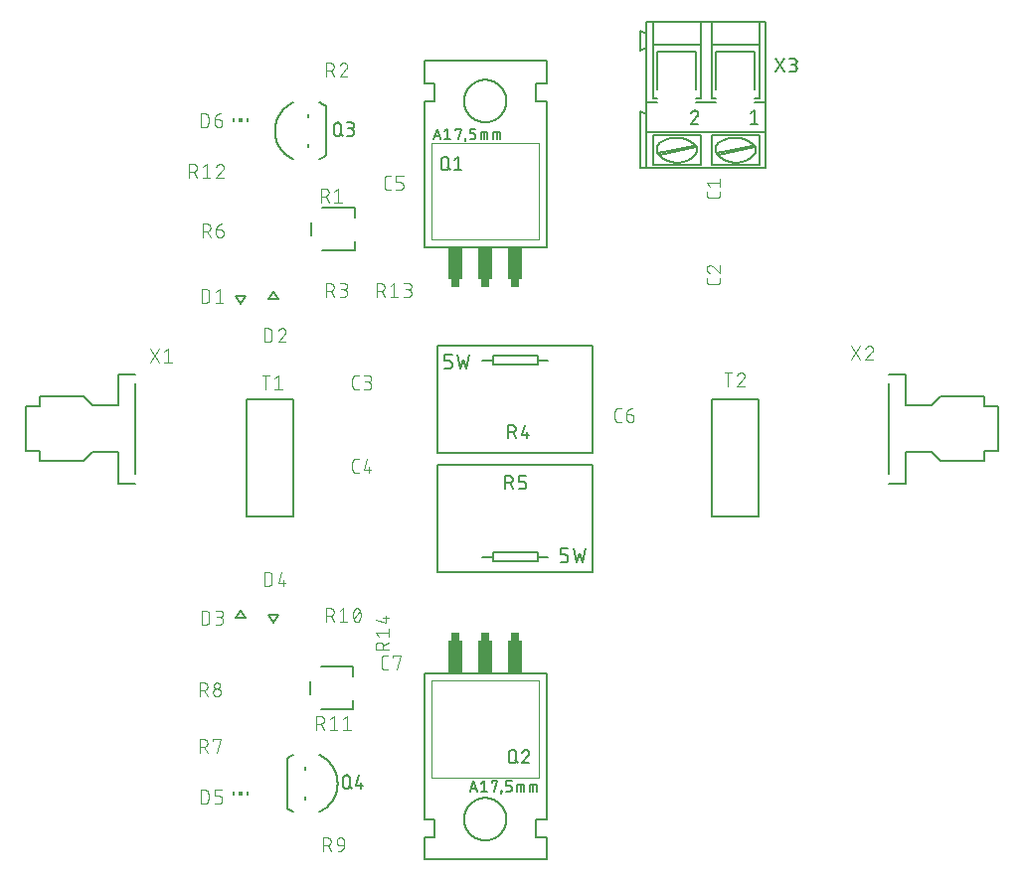
<source format=gbr>
G04 EAGLE Gerber RS-274X export*
G75*
%MOMM*%
%FSLAX34Y34*%
%LPD*%
%INSilkscreen Top*%
%IPPOS*%
%AMOC8*
5,1,8,0,0,1.08239X$1,22.5*%
G01*
%ADD10C,0.101600*%
%ADD11R,0.150000X0.300000*%
%ADD12R,0.300000X0.300000*%
%ADD13C,0.152400*%
%ADD14C,0.127000*%
%ADD15C,0.050800*%
%ADD16R,0.762000X0.635000*%
%ADD17R,1.270000X2.794000*%
%ADD18C,0.203200*%


D10*
X497332Y603316D02*
X497332Y600719D01*
X497330Y600620D01*
X497324Y600520D01*
X497315Y600421D01*
X497302Y600323D01*
X497285Y600225D01*
X497264Y600127D01*
X497239Y600031D01*
X497211Y599936D01*
X497179Y599842D01*
X497144Y599749D01*
X497105Y599657D01*
X497062Y599567D01*
X497017Y599479D01*
X496967Y599392D01*
X496915Y599308D01*
X496859Y599225D01*
X496801Y599145D01*
X496739Y599067D01*
X496674Y598992D01*
X496606Y598919D01*
X496536Y598849D01*
X496463Y598781D01*
X496388Y598716D01*
X496310Y598654D01*
X496230Y598596D01*
X496147Y598540D01*
X496063Y598488D01*
X495976Y598438D01*
X495888Y598393D01*
X495798Y598350D01*
X495706Y598311D01*
X495613Y598276D01*
X495519Y598244D01*
X495424Y598216D01*
X495328Y598191D01*
X495230Y598170D01*
X495132Y598153D01*
X495034Y598140D01*
X494935Y598131D01*
X494835Y598125D01*
X494736Y598123D01*
X488244Y598123D01*
X488244Y598122D02*
X488145Y598124D01*
X488045Y598130D01*
X487946Y598139D01*
X487848Y598152D01*
X487750Y598170D01*
X487652Y598190D01*
X487556Y598215D01*
X487460Y598243D01*
X487366Y598275D01*
X487273Y598310D01*
X487182Y598349D01*
X487092Y598392D01*
X487003Y598437D01*
X486917Y598487D01*
X486832Y598539D01*
X486750Y598595D01*
X486670Y598654D01*
X486592Y598715D01*
X486516Y598780D01*
X486443Y598848D01*
X486373Y598918D01*
X486305Y598991D01*
X486240Y599067D01*
X486179Y599145D01*
X486120Y599225D01*
X486064Y599307D01*
X486012Y599392D01*
X485963Y599478D01*
X485917Y599567D01*
X485874Y599657D01*
X485835Y599748D01*
X485800Y599841D01*
X485768Y599935D01*
X485740Y600031D01*
X485715Y600127D01*
X485695Y600225D01*
X485677Y600323D01*
X485664Y600421D01*
X485655Y600520D01*
X485649Y600619D01*
X485647Y600719D01*
X485648Y600719D02*
X485648Y603316D01*
X488244Y607681D02*
X485648Y610926D01*
X497332Y610926D01*
X497332Y607681D02*
X497332Y614172D01*
X189296Y434848D02*
X186699Y434848D01*
X186600Y434850D01*
X186500Y434856D01*
X186401Y434865D01*
X186303Y434878D01*
X186205Y434895D01*
X186107Y434916D01*
X186011Y434941D01*
X185916Y434969D01*
X185822Y435001D01*
X185729Y435036D01*
X185637Y435075D01*
X185547Y435118D01*
X185459Y435163D01*
X185372Y435213D01*
X185288Y435265D01*
X185205Y435321D01*
X185125Y435379D01*
X185047Y435441D01*
X184972Y435506D01*
X184899Y435574D01*
X184829Y435644D01*
X184761Y435717D01*
X184696Y435792D01*
X184634Y435870D01*
X184576Y435950D01*
X184520Y436033D01*
X184468Y436117D01*
X184418Y436204D01*
X184373Y436292D01*
X184330Y436382D01*
X184291Y436474D01*
X184256Y436567D01*
X184224Y436661D01*
X184196Y436756D01*
X184171Y436852D01*
X184150Y436950D01*
X184133Y437048D01*
X184120Y437146D01*
X184111Y437245D01*
X184105Y437345D01*
X184103Y437444D01*
X184103Y443936D01*
X184105Y444035D01*
X184111Y444135D01*
X184120Y444234D01*
X184133Y444332D01*
X184150Y444430D01*
X184171Y444528D01*
X184196Y444624D01*
X184224Y444719D01*
X184256Y444813D01*
X184291Y444906D01*
X184330Y444998D01*
X184373Y445088D01*
X184418Y445176D01*
X184468Y445263D01*
X184520Y445347D01*
X184576Y445430D01*
X184634Y445510D01*
X184696Y445588D01*
X184761Y445663D01*
X184829Y445736D01*
X184899Y445806D01*
X184972Y445874D01*
X185047Y445939D01*
X185125Y446001D01*
X185205Y446059D01*
X185288Y446115D01*
X185372Y446167D01*
X185459Y446217D01*
X185547Y446262D01*
X185637Y446305D01*
X185729Y446344D01*
X185821Y446379D01*
X185916Y446411D01*
X186011Y446439D01*
X186107Y446464D01*
X186205Y446485D01*
X186303Y446502D01*
X186401Y446515D01*
X186500Y446524D01*
X186600Y446530D01*
X186699Y446532D01*
X189296Y446532D01*
X193661Y434848D02*
X196906Y434848D01*
X197019Y434850D01*
X197132Y434856D01*
X197245Y434866D01*
X197358Y434880D01*
X197470Y434897D01*
X197581Y434919D01*
X197691Y434944D01*
X197801Y434974D01*
X197909Y435007D01*
X198016Y435044D01*
X198122Y435084D01*
X198226Y435129D01*
X198329Y435177D01*
X198430Y435228D01*
X198529Y435283D01*
X198626Y435341D01*
X198721Y435403D01*
X198814Y435468D01*
X198904Y435536D01*
X198992Y435607D01*
X199078Y435682D01*
X199161Y435759D01*
X199241Y435839D01*
X199318Y435922D01*
X199393Y436008D01*
X199464Y436096D01*
X199532Y436186D01*
X199597Y436279D01*
X199659Y436374D01*
X199717Y436471D01*
X199772Y436570D01*
X199823Y436671D01*
X199871Y436774D01*
X199916Y436878D01*
X199956Y436984D01*
X199993Y437091D01*
X200026Y437199D01*
X200056Y437309D01*
X200081Y437419D01*
X200103Y437530D01*
X200120Y437642D01*
X200134Y437755D01*
X200144Y437868D01*
X200150Y437981D01*
X200152Y438094D01*
X200150Y438207D01*
X200144Y438320D01*
X200134Y438433D01*
X200120Y438546D01*
X200103Y438658D01*
X200081Y438769D01*
X200056Y438879D01*
X200026Y438989D01*
X199993Y439097D01*
X199956Y439204D01*
X199916Y439310D01*
X199871Y439414D01*
X199823Y439517D01*
X199772Y439618D01*
X199717Y439717D01*
X199659Y439814D01*
X199597Y439909D01*
X199532Y440002D01*
X199464Y440092D01*
X199393Y440180D01*
X199318Y440266D01*
X199241Y440349D01*
X199161Y440429D01*
X199078Y440506D01*
X198992Y440581D01*
X198904Y440652D01*
X198814Y440720D01*
X198721Y440785D01*
X198626Y440847D01*
X198529Y440905D01*
X198430Y440960D01*
X198329Y441011D01*
X198226Y441059D01*
X198122Y441104D01*
X198016Y441144D01*
X197909Y441181D01*
X197801Y441214D01*
X197691Y441244D01*
X197581Y441269D01*
X197470Y441291D01*
X197358Y441308D01*
X197245Y441322D01*
X197132Y441332D01*
X197019Y441338D01*
X196906Y441340D01*
X197556Y446532D02*
X193661Y446532D01*
X197556Y446532D02*
X197657Y446530D01*
X197757Y446524D01*
X197857Y446514D01*
X197957Y446501D01*
X198056Y446483D01*
X198155Y446462D01*
X198252Y446437D01*
X198349Y446408D01*
X198444Y446375D01*
X198538Y446339D01*
X198630Y446299D01*
X198721Y446256D01*
X198810Y446209D01*
X198897Y446159D01*
X198983Y446105D01*
X199066Y446048D01*
X199146Y445988D01*
X199225Y445925D01*
X199301Y445858D01*
X199374Y445789D01*
X199444Y445717D01*
X199512Y445643D01*
X199577Y445566D01*
X199638Y445486D01*
X199697Y445404D01*
X199752Y445320D01*
X199804Y445234D01*
X199853Y445146D01*
X199898Y445056D01*
X199940Y444964D01*
X199978Y444871D01*
X200012Y444776D01*
X200043Y444681D01*
X200070Y444584D01*
X200093Y444486D01*
X200113Y444387D01*
X200128Y444287D01*
X200140Y444187D01*
X200148Y444087D01*
X200152Y443986D01*
X200152Y443886D01*
X200148Y443785D01*
X200140Y443685D01*
X200128Y443585D01*
X200113Y443485D01*
X200093Y443386D01*
X200070Y443288D01*
X200043Y443191D01*
X200012Y443096D01*
X199978Y443001D01*
X199940Y442908D01*
X199898Y442816D01*
X199853Y442726D01*
X199804Y442638D01*
X199752Y442552D01*
X199697Y442468D01*
X199638Y442386D01*
X199577Y442306D01*
X199512Y442229D01*
X199444Y442155D01*
X199374Y442083D01*
X199301Y442014D01*
X199225Y441947D01*
X199146Y441884D01*
X199066Y441824D01*
X198983Y441767D01*
X198897Y441713D01*
X198810Y441663D01*
X198721Y441616D01*
X198630Y441573D01*
X198538Y441533D01*
X198444Y441497D01*
X198349Y441464D01*
X198252Y441435D01*
X198155Y441410D01*
X198056Y441389D01*
X197957Y441371D01*
X197857Y441358D01*
X197757Y441348D01*
X197657Y441342D01*
X197556Y441340D01*
X197556Y441339D02*
X194959Y441339D01*
X189296Y363728D02*
X186699Y363728D01*
X186600Y363730D01*
X186500Y363736D01*
X186401Y363745D01*
X186303Y363758D01*
X186205Y363775D01*
X186107Y363796D01*
X186011Y363821D01*
X185916Y363849D01*
X185822Y363881D01*
X185729Y363916D01*
X185637Y363955D01*
X185547Y363998D01*
X185459Y364043D01*
X185372Y364093D01*
X185288Y364145D01*
X185205Y364201D01*
X185125Y364259D01*
X185047Y364321D01*
X184972Y364386D01*
X184899Y364454D01*
X184829Y364524D01*
X184761Y364597D01*
X184696Y364672D01*
X184634Y364750D01*
X184576Y364830D01*
X184520Y364913D01*
X184468Y364997D01*
X184418Y365084D01*
X184373Y365172D01*
X184330Y365262D01*
X184291Y365354D01*
X184256Y365447D01*
X184224Y365541D01*
X184196Y365636D01*
X184171Y365732D01*
X184150Y365830D01*
X184133Y365928D01*
X184120Y366026D01*
X184111Y366125D01*
X184105Y366225D01*
X184103Y366324D01*
X184103Y372816D01*
X184105Y372915D01*
X184111Y373015D01*
X184120Y373114D01*
X184133Y373212D01*
X184150Y373310D01*
X184171Y373408D01*
X184196Y373504D01*
X184224Y373599D01*
X184256Y373693D01*
X184291Y373786D01*
X184330Y373878D01*
X184373Y373968D01*
X184418Y374056D01*
X184468Y374143D01*
X184520Y374227D01*
X184576Y374310D01*
X184634Y374390D01*
X184696Y374468D01*
X184761Y374543D01*
X184829Y374616D01*
X184899Y374686D01*
X184972Y374754D01*
X185047Y374819D01*
X185125Y374881D01*
X185205Y374939D01*
X185288Y374995D01*
X185372Y375047D01*
X185459Y375097D01*
X185547Y375142D01*
X185637Y375185D01*
X185729Y375224D01*
X185821Y375259D01*
X185916Y375291D01*
X186011Y375319D01*
X186107Y375344D01*
X186205Y375365D01*
X186303Y375382D01*
X186401Y375395D01*
X186500Y375404D01*
X186600Y375410D01*
X186699Y375412D01*
X189296Y375412D01*
X196257Y375412D02*
X193661Y366324D01*
X200152Y366324D01*
X198205Y368921D02*
X198205Y363728D01*
X410219Y406908D02*
X412816Y406908D01*
X410219Y406908D02*
X410120Y406910D01*
X410020Y406916D01*
X409921Y406925D01*
X409823Y406938D01*
X409725Y406955D01*
X409627Y406976D01*
X409531Y407001D01*
X409436Y407029D01*
X409342Y407061D01*
X409249Y407096D01*
X409157Y407135D01*
X409067Y407178D01*
X408979Y407223D01*
X408892Y407273D01*
X408808Y407325D01*
X408725Y407381D01*
X408645Y407439D01*
X408567Y407501D01*
X408492Y407566D01*
X408419Y407634D01*
X408349Y407704D01*
X408281Y407777D01*
X408216Y407852D01*
X408154Y407930D01*
X408096Y408010D01*
X408040Y408093D01*
X407988Y408177D01*
X407938Y408264D01*
X407893Y408352D01*
X407850Y408442D01*
X407811Y408534D01*
X407776Y408627D01*
X407744Y408721D01*
X407716Y408816D01*
X407691Y408912D01*
X407670Y409010D01*
X407653Y409108D01*
X407640Y409206D01*
X407631Y409305D01*
X407625Y409405D01*
X407623Y409504D01*
X407623Y415996D01*
X407625Y416095D01*
X407631Y416195D01*
X407640Y416294D01*
X407653Y416392D01*
X407670Y416490D01*
X407691Y416588D01*
X407716Y416684D01*
X407744Y416779D01*
X407776Y416873D01*
X407811Y416966D01*
X407850Y417058D01*
X407893Y417148D01*
X407938Y417236D01*
X407988Y417323D01*
X408040Y417407D01*
X408096Y417490D01*
X408154Y417570D01*
X408216Y417648D01*
X408281Y417723D01*
X408349Y417796D01*
X408419Y417866D01*
X408492Y417934D01*
X408567Y417999D01*
X408645Y418061D01*
X408725Y418119D01*
X408808Y418175D01*
X408892Y418227D01*
X408979Y418277D01*
X409067Y418322D01*
X409157Y418365D01*
X409249Y418404D01*
X409341Y418439D01*
X409436Y418471D01*
X409531Y418499D01*
X409627Y418524D01*
X409725Y418545D01*
X409823Y418562D01*
X409921Y418575D01*
X410020Y418584D01*
X410120Y418590D01*
X410219Y418592D01*
X412816Y418592D01*
X417181Y413399D02*
X421076Y413399D01*
X421175Y413397D01*
X421275Y413391D01*
X421374Y413382D01*
X421472Y413369D01*
X421570Y413352D01*
X421668Y413331D01*
X421764Y413306D01*
X421859Y413278D01*
X421953Y413246D01*
X422046Y413211D01*
X422138Y413172D01*
X422228Y413129D01*
X422316Y413084D01*
X422403Y413034D01*
X422487Y412982D01*
X422570Y412926D01*
X422650Y412868D01*
X422728Y412806D01*
X422803Y412741D01*
X422876Y412673D01*
X422946Y412603D01*
X423014Y412530D01*
X423079Y412455D01*
X423141Y412377D01*
X423199Y412297D01*
X423255Y412214D01*
X423307Y412130D01*
X423357Y412043D01*
X423402Y411955D01*
X423445Y411865D01*
X423484Y411773D01*
X423519Y411680D01*
X423551Y411586D01*
X423579Y411491D01*
X423604Y411395D01*
X423625Y411297D01*
X423642Y411199D01*
X423655Y411101D01*
X423664Y411002D01*
X423670Y410902D01*
X423672Y410803D01*
X423672Y410154D01*
X423670Y410041D01*
X423664Y409928D01*
X423654Y409815D01*
X423640Y409702D01*
X423623Y409590D01*
X423601Y409479D01*
X423576Y409369D01*
X423546Y409259D01*
X423513Y409151D01*
X423476Y409044D01*
X423436Y408938D01*
X423391Y408834D01*
X423343Y408731D01*
X423292Y408630D01*
X423237Y408531D01*
X423179Y408434D01*
X423117Y408339D01*
X423052Y408246D01*
X422984Y408156D01*
X422913Y408068D01*
X422838Y407982D01*
X422761Y407899D01*
X422681Y407819D01*
X422598Y407742D01*
X422512Y407667D01*
X422424Y407596D01*
X422334Y407528D01*
X422241Y407463D01*
X422146Y407401D01*
X422049Y407343D01*
X421950Y407288D01*
X421849Y407237D01*
X421746Y407189D01*
X421642Y407144D01*
X421536Y407104D01*
X421429Y407067D01*
X421321Y407034D01*
X421211Y407004D01*
X421101Y406979D01*
X420990Y406957D01*
X420878Y406940D01*
X420765Y406926D01*
X420652Y406916D01*
X420539Y406910D01*
X420426Y406908D01*
X420313Y406910D01*
X420200Y406916D01*
X420087Y406926D01*
X419974Y406940D01*
X419862Y406957D01*
X419751Y406979D01*
X419641Y407004D01*
X419531Y407034D01*
X419423Y407067D01*
X419316Y407104D01*
X419210Y407144D01*
X419106Y407189D01*
X419003Y407237D01*
X418902Y407288D01*
X418803Y407343D01*
X418706Y407401D01*
X418611Y407463D01*
X418518Y407528D01*
X418428Y407596D01*
X418340Y407667D01*
X418254Y407742D01*
X418171Y407819D01*
X418091Y407899D01*
X418014Y407982D01*
X417939Y408068D01*
X417868Y408156D01*
X417800Y408246D01*
X417735Y408339D01*
X417673Y408434D01*
X417615Y408531D01*
X417560Y408630D01*
X417509Y408731D01*
X417461Y408834D01*
X417416Y408938D01*
X417376Y409044D01*
X417339Y409151D01*
X417306Y409259D01*
X417276Y409369D01*
X417251Y409479D01*
X417229Y409590D01*
X417212Y409702D01*
X417198Y409815D01*
X417188Y409928D01*
X417182Y410041D01*
X417180Y410154D01*
X417181Y410154D02*
X417181Y413399D01*
X417183Y413542D01*
X417189Y413685D01*
X417199Y413828D01*
X417213Y413970D01*
X417230Y414112D01*
X417252Y414254D01*
X417277Y414395D01*
X417307Y414535D01*
X417340Y414674D01*
X417377Y414812D01*
X417418Y414949D01*
X417462Y415085D01*
X417511Y415220D01*
X417563Y415353D01*
X417618Y415485D01*
X417678Y415615D01*
X417741Y415744D01*
X417807Y415871D01*
X417877Y415995D01*
X417950Y416118D01*
X418027Y416239D01*
X418107Y416358D01*
X418190Y416474D01*
X418276Y416589D01*
X418365Y416700D01*
X418458Y416810D01*
X418553Y416916D01*
X418652Y417020D01*
X418753Y417121D01*
X418857Y417220D01*
X418963Y417315D01*
X419073Y417408D01*
X419184Y417497D01*
X419299Y417583D01*
X419415Y417666D01*
X419534Y417746D01*
X419655Y417823D01*
X419777Y417896D01*
X419902Y417966D01*
X420029Y418032D01*
X420158Y418095D01*
X420288Y418155D01*
X420420Y418210D01*
X420553Y418262D01*
X420688Y418311D01*
X420824Y418355D01*
X420961Y418396D01*
X421099Y418433D01*
X421238Y418466D01*
X421378Y418496D01*
X421519Y418521D01*
X421661Y418543D01*
X421803Y418560D01*
X421945Y418574D01*
X422088Y418584D01*
X422231Y418590D01*
X422374Y418592D01*
X497332Y527059D02*
X497332Y529656D01*
X497332Y527059D02*
X497330Y526960D01*
X497324Y526860D01*
X497315Y526761D01*
X497302Y526663D01*
X497285Y526565D01*
X497264Y526467D01*
X497239Y526371D01*
X497211Y526276D01*
X497179Y526182D01*
X497144Y526089D01*
X497105Y525997D01*
X497062Y525907D01*
X497017Y525819D01*
X496967Y525732D01*
X496915Y525648D01*
X496859Y525565D01*
X496801Y525485D01*
X496739Y525407D01*
X496674Y525332D01*
X496606Y525259D01*
X496536Y525189D01*
X496463Y525121D01*
X496388Y525056D01*
X496310Y524994D01*
X496230Y524936D01*
X496147Y524880D01*
X496063Y524828D01*
X495976Y524778D01*
X495888Y524733D01*
X495798Y524690D01*
X495706Y524651D01*
X495613Y524616D01*
X495519Y524584D01*
X495424Y524556D01*
X495328Y524531D01*
X495230Y524510D01*
X495132Y524493D01*
X495034Y524480D01*
X494935Y524471D01*
X494835Y524465D01*
X494736Y524463D01*
X488244Y524463D01*
X488244Y524462D02*
X488145Y524464D01*
X488045Y524470D01*
X487946Y524479D01*
X487848Y524492D01*
X487750Y524510D01*
X487652Y524530D01*
X487556Y524555D01*
X487460Y524583D01*
X487366Y524615D01*
X487273Y524650D01*
X487182Y524689D01*
X487092Y524732D01*
X487003Y524777D01*
X486917Y524827D01*
X486832Y524879D01*
X486750Y524935D01*
X486670Y524994D01*
X486592Y525055D01*
X486516Y525120D01*
X486443Y525188D01*
X486373Y525258D01*
X486305Y525331D01*
X486240Y525407D01*
X486179Y525485D01*
X486120Y525565D01*
X486064Y525647D01*
X486012Y525732D01*
X485963Y525818D01*
X485917Y525907D01*
X485874Y525997D01*
X485835Y526088D01*
X485800Y526181D01*
X485768Y526275D01*
X485740Y526371D01*
X485715Y526467D01*
X485695Y526565D01*
X485677Y526663D01*
X485664Y526761D01*
X485655Y526860D01*
X485649Y526959D01*
X485647Y527059D01*
X485648Y527059D02*
X485648Y529656D01*
X485648Y537591D02*
X485650Y537698D01*
X485656Y537804D01*
X485666Y537910D01*
X485679Y538016D01*
X485697Y538122D01*
X485718Y538226D01*
X485743Y538330D01*
X485772Y538433D01*
X485804Y538534D01*
X485841Y538634D01*
X485881Y538733D01*
X485924Y538831D01*
X485971Y538927D01*
X486022Y539021D01*
X486076Y539113D01*
X486133Y539203D01*
X486193Y539291D01*
X486257Y539376D01*
X486324Y539459D01*
X486394Y539540D01*
X486466Y539618D01*
X486542Y539694D01*
X486620Y539766D01*
X486701Y539836D01*
X486784Y539903D01*
X486869Y539967D01*
X486957Y540027D01*
X487047Y540084D01*
X487139Y540138D01*
X487233Y540189D01*
X487329Y540236D01*
X487427Y540279D01*
X487526Y540319D01*
X487626Y540356D01*
X487727Y540388D01*
X487830Y540417D01*
X487934Y540442D01*
X488038Y540463D01*
X488144Y540481D01*
X488250Y540494D01*
X488356Y540504D01*
X488462Y540510D01*
X488569Y540512D01*
X485648Y537591D02*
X485650Y537470D01*
X485656Y537349D01*
X485666Y537229D01*
X485679Y537108D01*
X485697Y536989D01*
X485718Y536869D01*
X485743Y536751D01*
X485772Y536634D01*
X485805Y536517D01*
X485841Y536402D01*
X485882Y536288D01*
X485925Y536175D01*
X485973Y536063D01*
X486024Y535954D01*
X486079Y535846D01*
X486137Y535739D01*
X486198Y535635D01*
X486263Y535533D01*
X486331Y535433D01*
X486402Y535335D01*
X486476Y535239D01*
X486553Y535146D01*
X486634Y535056D01*
X486717Y534968D01*
X486803Y534883D01*
X486892Y534800D01*
X486983Y534721D01*
X487077Y534644D01*
X487173Y534571D01*
X487271Y534501D01*
X487372Y534434D01*
X487475Y534370D01*
X487580Y534310D01*
X487687Y534252D01*
X487795Y534199D01*
X487905Y534149D01*
X488017Y534103D01*
X488130Y534060D01*
X488245Y534021D01*
X490841Y539538D02*
X490763Y539617D01*
X490683Y539693D01*
X490600Y539766D01*
X490514Y539836D01*
X490427Y539903D01*
X490336Y539967D01*
X490244Y540027D01*
X490150Y540085D01*
X490053Y540139D01*
X489955Y540189D01*
X489855Y540236D01*
X489754Y540280D01*
X489651Y540320D01*
X489546Y540356D01*
X489441Y540388D01*
X489334Y540417D01*
X489227Y540442D01*
X489118Y540464D01*
X489009Y540481D01*
X488900Y540495D01*
X488790Y540504D01*
X488679Y540510D01*
X488569Y540512D01*
X490841Y539538D02*
X497332Y534021D01*
X497332Y540512D01*
X216521Y605028D02*
X213924Y605028D01*
X213825Y605030D01*
X213725Y605036D01*
X213626Y605045D01*
X213528Y605058D01*
X213430Y605075D01*
X213332Y605096D01*
X213236Y605121D01*
X213141Y605149D01*
X213047Y605181D01*
X212954Y605216D01*
X212862Y605255D01*
X212772Y605298D01*
X212684Y605343D01*
X212597Y605393D01*
X212513Y605445D01*
X212430Y605501D01*
X212350Y605559D01*
X212272Y605621D01*
X212197Y605686D01*
X212124Y605754D01*
X212054Y605824D01*
X211986Y605897D01*
X211921Y605972D01*
X211859Y606050D01*
X211801Y606130D01*
X211745Y606213D01*
X211693Y606297D01*
X211643Y606384D01*
X211598Y606472D01*
X211555Y606562D01*
X211516Y606654D01*
X211481Y606747D01*
X211449Y606841D01*
X211421Y606936D01*
X211396Y607032D01*
X211375Y607130D01*
X211358Y607228D01*
X211345Y607326D01*
X211336Y607425D01*
X211330Y607525D01*
X211328Y607624D01*
X211328Y614116D01*
X211330Y614215D01*
X211336Y614315D01*
X211345Y614414D01*
X211358Y614512D01*
X211375Y614610D01*
X211396Y614708D01*
X211421Y614804D01*
X211449Y614899D01*
X211481Y614993D01*
X211516Y615086D01*
X211555Y615178D01*
X211598Y615268D01*
X211643Y615356D01*
X211693Y615443D01*
X211745Y615527D01*
X211801Y615610D01*
X211859Y615690D01*
X211921Y615768D01*
X211986Y615843D01*
X212054Y615916D01*
X212124Y615986D01*
X212197Y616054D01*
X212272Y616119D01*
X212350Y616181D01*
X212430Y616239D01*
X212513Y616295D01*
X212597Y616347D01*
X212684Y616397D01*
X212772Y616442D01*
X212862Y616485D01*
X212954Y616524D01*
X213046Y616559D01*
X213141Y616591D01*
X213236Y616619D01*
X213332Y616644D01*
X213430Y616665D01*
X213528Y616682D01*
X213626Y616695D01*
X213725Y616704D01*
X213825Y616710D01*
X213924Y616712D01*
X216521Y616712D01*
X220886Y605028D02*
X224781Y605028D01*
X224880Y605030D01*
X224980Y605036D01*
X225079Y605045D01*
X225177Y605058D01*
X225275Y605075D01*
X225373Y605096D01*
X225469Y605121D01*
X225564Y605149D01*
X225658Y605181D01*
X225751Y605216D01*
X225843Y605255D01*
X225933Y605298D01*
X226021Y605343D01*
X226108Y605393D01*
X226192Y605445D01*
X226275Y605501D01*
X226355Y605559D01*
X226433Y605621D01*
X226508Y605686D01*
X226581Y605754D01*
X226651Y605824D01*
X226719Y605897D01*
X226784Y605972D01*
X226846Y606050D01*
X226904Y606130D01*
X226960Y606213D01*
X227012Y606297D01*
X227062Y606384D01*
X227107Y606472D01*
X227150Y606562D01*
X227189Y606654D01*
X227224Y606747D01*
X227256Y606841D01*
X227284Y606936D01*
X227309Y607032D01*
X227330Y607130D01*
X227347Y607228D01*
X227360Y607326D01*
X227369Y607425D01*
X227375Y607525D01*
X227377Y607624D01*
X227377Y608923D01*
X227375Y609022D01*
X227369Y609122D01*
X227360Y609221D01*
X227347Y609319D01*
X227330Y609417D01*
X227309Y609515D01*
X227284Y609611D01*
X227256Y609706D01*
X227224Y609800D01*
X227189Y609893D01*
X227150Y609985D01*
X227107Y610075D01*
X227062Y610163D01*
X227012Y610250D01*
X226960Y610334D01*
X226904Y610417D01*
X226846Y610497D01*
X226784Y610575D01*
X226719Y610650D01*
X226651Y610723D01*
X226581Y610793D01*
X226508Y610861D01*
X226433Y610926D01*
X226355Y610988D01*
X226275Y611046D01*
X226192Y611102D01*
X226108Y611154D01*
X226021Y611204D01*
X225933Y611249D01*
X225843Y611292D01*
X225751Y611331D01*
X225658Y611366D01*
X225564Y611398D01*
X225469Y611426D01*
X225373Y611451D01*
X225275Y611472D01*
X225177Y611489D01*
X225079Y611502D01*
X224980Y611511D01*
X224880Y611517D01*
X224781Y611519D01*
X220886Y611519D01*
X220886Y616712D01*
X227377Y616712D01*
X213981Y196088D02*
X211384Y196088D01*
X211285Y196090D01*
X211185Y196096D01*
X211086Y196105D01*
X210988Y196118D01*
X210890Y196135D01*
X210792Y196156D01*
X210696Y196181D01*
X210601Y196209D01*
X210507Y196241D01*
X210414Y196276D01*
X210322Y196315D01*
X210232Y196358D01*
X210144Y196403D01*
X210057Y196453D01*
X209973Y196505D01*
X209890Y196561D01*
X209810Y196619D01*
X209732Y196681D01*
X209657Y196746D01*
X209584Y196814D01*
X209514Y196884D01*
X209446Y196957D01*
X209381Y197032D01*
X209319Y197110D01*
X209261Y197190D01*
X209205Y197273D01*
X209153Y197357D01*
X209103Y197444D01*
X209058Y197532D01*
X209015Y197622D01*
X208976Y197714D01*
X208941Y197807D01*
X208909Y197901D01*
X208881Y197996D01*
X208856Y198092D01*
X208835Y198190D01*
X208818Y198288D01*
X208805Y198386D01*
X208796Y198485D01*
X208790Y198585D01*
X208788Y198684D01*
X208788Y205176D01*
X208790Y205275D01*
X208796Y205375D01*
X208805Y205474D01*
X208818Y205572D01*
X208835Y205670D01*
X208856Y205768D01*
X208881Y205864D01*
X208909Y205959D01*
X208941Y206053D01*
X208976Y206146D01*
X209015Y206238D01*
X209058Y206328D01*
X209103Y206416D01*
X209153Y206503D01*
X209205Y206587D01*
X209261Y206670D01*
X209319Y206750D01*
X209381Y206828D01*
X209446Y206903D01*
X209514Y206976D01*
X209584Y207046D01*
X209657Y207114D01*
X209732Y207179D01*
X209810Y207241D01*
X209890Y207299D01*
X209973Y207355D01*
X210057Y207407D01*
X210144Y207457D01*
X210232Y207502D01*
X210322Y207545D01*
X210414Y207584D01*
X210506Y207619D01*
X210601Y207651D01*
X210696Y207679D01*
X210792Y207704D01*
X210890Y207725D01*
X210988Y207742D01*
X211086Y207755D01*
X211185Y207764D01*
X211285Y207770D01*
X211384Y207772D01*
X213981Y207772D01*
X218346Y207772D02*
X218346Y206474D01*
X218346Y207772D02*
X224837Y207772D01*
X221592Y196088D01*
D11*
X82900Y90400D03*
X94900Y90400D03*
D12*
X88900Y90400D03*
D10*
X54850Y93472D02*
X54850Y81788D01*
X54850Y93472D02*
X58095Y93472D01*
X58208Y93470D01*
X58321Y93464D01*
X58434Y93454D01*
X58547Y93440D01*
X58659Y93423D01*
X58770Y93401D01*
X58880Y93376D01*
X58990Y93346D01*
X59098Y93313D01*
X59205Y93276D01*
X59311Y93236D01*
X59415Y93191D01*
X59518Y93143D01*
X59619Y93092D01*
X59718Y93037D01*
X59815Y92979D01*
X59910Y92917D01*
X60003Y92852D01*
X60093Y92784D01*
X60181Y92713D01*
X60267Y92638D01*
X60350Y92561D01*
X60430Y92481D01*
X60507Y92398D01*
X60582Y92312D01*
X60653Y92224D01*
X60721Y92134D01*
X60786Y92041D01*
X60848Y91946D01*
X60906Y91849D01*
X60961Y91750D01*
X61012Y91649D01*
X61060Y91546D01*
X61105Y91442D01*
X61145Y91336D01*
X61182Y91229D01*
X61215Y91121D01*
X61245Y91011D01*
X61270Y90901D01*
X61292Y90790D01*
X61309Y90678D01*
X61323Y90565D01*
X61333Y90452D01*
X61339Y90339D01*
X61341Y90226D01*
X61341Y85034D01*
X61342Y85034D02*
X61340Y84921D01*
X61334Y84808D01*
X61324Y84695D01*
X61310Y84582D01*
X61293Y84470D01*
X61271Y84359D01*
X61246Y84249D01*
X61216Y84139D01*
X61183Y84031D01*
X61146Y83924D01*
X61106Y83818D01*
X61061Y83714D01*
X61013Y83611D01*
X60962Y83510D01*
X60907Y83411D01*
X60849Y83314D01*
X60787Y83219D01*
X60722Y83126D01*
X60654Y83036D01*
X60583Y82948D01*
X60508Y82862D01*
X60431Y82779D01*
X60351Y82699D01*
X60268Y82622D01*
X60182Y82547D01*
X60094Y82476D01*
X60004Y82408D01*
X59911Y82343D01*
X59816Y82281D01*
X59719Y82223D01*
X59620Y82168D01*
X59519Y82117D01*
X59416Y82069D01*
X59312Y82024D01*
X59206Y81984D01*
X59099Y81947D01*
X58991Y81914D01*
X58881Y81884D01*
X58771Y81859D01*
X58660Y81837D01*
X58548Y81820D01*
X58435Y81806D01*
X58322Y81796D01*
X58209Y81790D01*
X58096Y81788D01*
X58095Y81788D02*
X54850Y81788D01*
X66661Y81788D02*
X70556Y81788D01*
X70655Y81790D01*
X70755Y81796D01*
X70854Y81805D01*
X70952Y81818D01*
X71050Y81835D01*
X71148Y81856D01*
X71244Y81881D01*
X71339Y81909D01*
X71433Y81941D01*
X71526Y81976D01*
X71618Y82015D01*
X71708Y82058D01*
X71796Y82103D01*
X71883Y82153D01*
X71967Y82205D01*
X72050Y82261D01*
X72130Y82319D01*
X72208Y82381D01*
X72283Y82446D01*
X72356Y82514D01*
X72426Y82584D01*
X72494Y82657D01*
X72559Y82732D01*
X72621Y82810D01*
X72679Y82890D01*
X72735Y82973D01*
X72787Y83057D01*
X72837Y83144D01*
X72882Y83232D01*
X72925Y83322D01*
X72964Y83414D01*
X72999Y83507D01*
X73031Y83601D01*
X73059Y83696D01*
X73084Y83792D01*
X73105Y83890D01*
X73122Y83988D01*
X73135Y84086D01*
X73144Y84185D01*
X73150Y84285D01*
X73152Y84384D01*
X73152Y85683D01*
X73150Y85782D01*
X73144Y85882D01*
X73135Y85981D01*
X73122Y86079D01*
X73105Y86177D01*
X73084Y86275D01*
X73059Y86371D01*
X73031Y86466D01*
X72999Y86560D01*
X72964Y86653D01*
X72925Y86745D01*
X72882Y86835D01*
X72837Y86923D01*
X72787Y87010D01*
X72735Y87094D01*
X72679Y87177D01*
X72621Y87257D01*
X72559Y87335D01*
X72494Y87410D01*
X72426Y87483D01*
X72356Y87553D01*
X72283Y87621D01*
X72208Y87686D01*
X72130Y87748D01*
X72050Y87806D01*
X71967Y87862D01*
X71883Y87914D01*
X71796Y87964D01*
X71708Y88009D01*
X71618Y88052D01*
X71526Y88091D01*
X71433Y88126D01*
X71339Y88158D01*
X71244Y88186D01*
X71148Y88211D01*
X71050Y88232D01*
X70952Y88249D01*
X70854Y88262D01*
X70755Y88271D01*
X70655Y88277D01*
X70556Y88279D01*
X66661Y88279D01*
X66661Y93472D01*
X73152Y93472D01*
D13*
X88900Y508080D02*
X84900Y514080D01*
X92900Y514080D01*
X88900Y508080D01*
D10*
X55690Y508668D02*
X55690Y520352D01*
X58935Y520352D01*
X59048Y520350D01*
X59161Y520344D01*
X59274Y520334D01*
X59387Y520320D01*
X59499Y520303D01*
X59610Y520281D01*
X59720Y520256D01*
X59830Y520226D01*
X59938Y520193D01*
X60045Y520156D01*
X60151Y520116D01*
X60255Y520071D01*
X60358Y520023D01*
X60459Y519972D01*
X60558Y519917D01*
X60655Y519859D01*
X60750Y519797D01*
X60843Y519732D01*
X60933Y519664D01*
X61021Y519593D01*
X61107Y519518D01*
X61190Y519441D01*
X61270Y519361D01*
X61347Y519278D01*
X61422Y519192D01*
X61493Y519104D01*
X61561Y519014D01*
X61626Y518921D01*
X61688Y518826D01*
X61746Y518729D01*
X61801Y518630D01*
X61852Y518529D01*
X61900Y518426D01*
X61945Y518322D01*
X61985Y518216D01*
X62022Y518109D01*
X62055Y518001D01*
X62085Y517891D01*
X62110Y517781D01*
X62132Y517670D01*
X62149Y517558D01*
X62163Y517445D01*
X62173Y517332D01*
X62179Y517219D01*
X62181Y517106D01*
X62181Y511914D01*
X62182Y511914D02*
X62180Y511801D01*
X62174Y511688D01*
X62164Y511575D01*
X62150Y511462D01*
X62133Y511350D01*
X62111Y511239D01*
X62086Y511129D01*
X62056Y511019D01*
X62023Y510911D01*
X61986Y510804D01*
X61946Y510698D01*
X61901Y510594D01*
X61853Y510491D01*
X61802Y510390D01*
X61747Y510291D01*
X61689Y510194D01*
X61627Y510099D01*
X61562Y510006D01*
X61494Y509916D01*
X61423Y509828D01*
X61348Y509742D01*
X61271Y509659D01*
X61191Y509579D01*
X61108Y509502D01*
X61022Y509427D01*
X60934Y509356D01*
X60844Y509288D01*
X60751Y509223D01*
X60656Y509161D01*
X60559Y509103D01*
X60460Y509048D01*
X60359Y508997D01*
X60256Y508949D01*
X60152Y508904D01*
X60046Y508864D01*
X59939Y508827D01*
X59831Y508794D01*
X59721Y508764D01*
X59611Y508739D01*
X59500Y508717D01*
X59388Y508700D01*
X59275Y508686D01*
X59162Y508676D01*
X59049Y508670D01*
X58936Y508668D01*
X58935Y508668D02*
X55690Y508668D01*
X67501Y517756D02*
X70746Y520352D01*
X70746Y508668D01*
X67501Y508668D02*
X73992Y508668D01*
D13*
X116840Y518080D02*
X120840Y512080D01*
X112840Y512080D01*
X116840Y518080D01*
D10*
X108888Y487012D02*
X108888Y475328D01*
X108888Y487012D02*
X112134Y487012D01*
X112247Y487010D01*
X112360Y487004D01*
X112473Y486994D01*
X112586Y486980D01*
X112698Y486963D01*
X112809Y486941D01*
X112919Y486916D01*
X113029Y486886D01*
X113137Y486853D01*
X113244Y486816D01*
X113350Y486776D01*
X113454Y486731D01*
X113557Y486683D01*
X113658Y486632D01*
X113757Y486577D01*
X113854Y486519D01*
X113949Y486457D01*
X114042Y486392D01*
X114132Y486324D01*
X114220Y486253D01*
X114306Y486178D01*
X114389Y486101D01*
X114469Y486021D01*
X114546Y485938D01*
X114621Y485852D01*
X114692Y485764D01*
X114760Y485674D01*
X114825Y485581D01*
X114887Y485486D01*
X114945Y485389D01*
X115000Y485290D01*
X115051Y485189D01*
X115099Y485086D01*
X115144Y484982D01*
X115184Y484876D01*
X115221Y484769D01*
X115254Y484661D01*
X115284Y484551D01*
X115309Y484441D01*
X115331Y484330D01*
X115348Y484218D01*
X115362Y484105D01*
X115372Y483992D01*
X115378Y483879D01*
X115380Y483766D01*
X115379Y483766D02*
X115379Y478574D01*
X115380Y478574D02*
X115378Y478461D01*
X115372Y478348D01*
X115362Y478235D01*
X115348Y478122D01*
X115331Y478010D01*
X115309Y477899D01*
X115284Y477789D01*
X115254Y477679D01*
X115221Y477571D01*
X115184Y477464D01*
X115144Y477358D01*
X115099Y477254D01*
X115051Y477151D01*
X115000Y477050D01*
X114945Y476951D01*
X114887Y476854D01*
X114825Y476759D01*
X114760Y476666D01*
X114692Y476576D01*
X114621Y476488D01*
X114546Y476402D01*
X114469Y476319D01*
X114389Y476239D01*
X114306Y476162D01*
X114220Y476087D01*
X114132Y476016D01*
X114042Y475948D01*
X113949Y475883D01*
X113854Y475821D01*
X113757Y475763D01*
X113658Y475708D01*
X113557Y475657D01*
X113454Y475609D01*
X113350Y475564D01*
X113244Y475524D01*
X113137Y475487D01*
X113029Y475454D01*
X112919Y475424D01*
X112809Y475399D01*
X112698Y475377D01*
X112586Y475360D01*
X112473Y475346D01*
X112360Y475336D01*
X112247Y475330D01*
X112134Y475328D01*
X108888Y475328D01*
X124269Y487012D02*
X124376Y487010D01*
X124482Y487004D01*
X124588Y486994D01*
X124694Y486981D01*
X124800Y486963D01*
X124904Y486942D01*
X125008Y486917D01*
X125111Y486888D01*
X125212Y486856D01*
X125312Y486819D01*
X125411Y486779D01*
X125509Y486736D01*
X125605Y486689D01*
X125699Y486638D01*
X125791Y486584D01*
X125881Y486527D01*
X125969Y486467D01*
X126054Y486403D01*
X126137Y486336D01*
X126218Y486266D01*
X126296Y486194D01*
X126372Y486118D01*
X126444Y486040D01*
X126514Y485959D01*
X126581Y485876D01*
X126645Y485791D01*
X126705Y485703D01*
X126762Y485613D01*
X126816Y485521D01*
X126867Y485427D01*
X126914Y485331D01*
X126957Y485233D01*
X126997Y485134D01*
X127034Y485034D01*
X127066Y484933D01*
X127095Y484830D01*
X127120Y484726D01*
X127141Y484622D01*
X127159Y484516D01*
X127172Y484410D01*
X127182Y484304D01*
X127188Y484198D01*
X127190Y484091D01*
X124269Y487012D02*
X124148Y487010D01*
X124027Y487004D01*
X123907Y486994D01*
X123786Y486981D01*
X123667Y486963D01*
X123547Y486942D01*
X123429Y486917D01*
X123312Y486888D01*
X123195Y486855D01*
X123080Y486819D01*
X122966Y486778D01*
X122853Y486735D01*
X122741Y486687D01*
X122632Y486636D01*
X122524Y486581D01*
X122417Y486523D01*
X122313Y486462D01*
X122211Y486397D01*
X122111Y486329D01*
X122013Y486258D01*
X121917Y486184D01*
X121824Y486107D01*
X121734Y486026D01*
X121646Y485943D01*
X121561Y485857D01*
X121478Y485768D01*
X121399Y485677D01*
X121322Y485583D01*
X121249Y485487D01*
X121179Y485389D01*
X121112Y485288D01*
X121048Y485185D01*
X120988Y485080D01*
X120931Y484973D01*
X120877Y484865D01*
X120827Y484755D01*
X120781Y484643D01*
X120738Y484530D01*
X120699Y484415D01*
X126217Y481819D02*
X126296Y481896D01*
X126372Y481977D01*
X126445Y482060D01*
X126515Y482145D01*
X126582Y482233D01*
X126646Y482323D01*
X126706Y482415D01*
X126763Y482510D01*
X126817Y482606D01*
X126868Y482704D01*
X126915Y482804D01*
X126959Y482906D01*
X126999Y483009D01*
X127035Y483113D01*
X127067Y483219D01*
X127096Y483325D01*
X127121Y483433D01*
X127143Y483541D01*
X127160Y483651D01*
X127174Y483760D01*
X127183Y483870D01*
X127189Y483981D01*
X127191Y484091D01*
X126216Y481819D02*
X120699Y475328D01*
X127190Y475328D01*
D13*
X88900Y246300D02*
X92900Y240300D01*
X84900Y240300D01*
X88900Y246300D01*
D10*
X55690Y246032D02*
X55690Y234348D01*
X55690Y246032D02*
X58935Y246032D01*
X59048Y246030D01*
X59161Y246024D01*
X59274Y246014D01*
X59387Y246000D01*
X59499Y245983D01*
X59610Y245961D01*
X59720Y245936D01*
X59830Y245906D01*
X59938Y245873D01*
X60045Y245836D01*
X60151Y245796D01*
X60255Y245751D01*
X60358Y245703D01*
X60459Y245652D01*
X60558Y245597D01*
X60655Y245539D01*
X60750Y245477D01*
X60843Y245412D01*
X60933Y245344D01*
X61021Y245273D01*
X61107Y245198D01*
X61190Y245121D01*
X61270Y245041D01*
X61347Y244958D01*
X61422Y244872D01*
X61493Y244784D01*
X61561Y244694D01*
X61626Y244601D01*
X61688Y244506D01*
X61746Y244409D01*
X61801Y244310D01*
X61852Y244209D01*
X61900Y244106D01*
X61945Y244002D01*
X61985Y243896D01*
X62022Y243789D01*
X62055Y243681D01*
X62085Y243571D01*
X62110Y243461D01*
X62132Y243350D01*
X62149Y243238D01*
X62163Y243125D01*
X62173Y243012D01*
X62179Y242899D01*
X62181Y242786D01*
X62181Y237594D01*
X62182Y237594D02*
X62180Y237481D01*
X62174Y237368D01*
X62164Y237255D01*
X62150Y237142D01*
X62133Y237030D01*
X62111Y236919D01*
X62086Y236809D01*
X62056Y236699D01*
X62023Y236591D01*
X61986Y236484D01*
X61946Y236378D01*
X61901Y236274D01*
X61853Y236171D01*
X61802Y236070D01*
X61747Y235971D01*
X61689Y235874D01*
X61627Y235779D01*
X61562Y235686D01*
X61494Y235596D01*
X61423Y235508D01*
X61348Y235422D01*
X61271Y235339D01*
X61191Y235259D01*
X61108Y235182D01*
X61022Y235107D01*
X60934Y235036D01*
X60844Y234968D01*
X60751Y234903D01*
X60656Y234841D01*
X60559Y234783D01*
X60460Y234728D01*
X60359Y234677D01*
X60256Y234629D01*
X60152Y234584D01*
X60046Y234544D01*
X59939Y234507D01*
X59831Y234474D01*
X59721Y234444D01*
X59611Y234419D01*
X59500Y234397D01*
X59388Y234380D01*
X59275Y234366D01*
X59162Y234356D01*
X59049Y234350D01*
X58936Y234348D01*
X58935Y234348D02*
X55690Y234348D01*
X67501Y234348D02*
X70746Y234348D01*
X70859Y234350D01*
X70972Y234356D01*
X71085Y234366D01*
X71198Y234380D01*
X71310Y234397D01*
X71421Y234419D01*
X71531Y234444D01*
X71641Y234474D01*
X71749Y234507D01*
X71856Y234544D01*
X71962Y234584D01*
X72066Y234629D01*
X72169Y234677D01*
X72270Y234728D01*
X72369Y234783D01*
X72466Y234841D01*
X72561Y234903D01*
X72654Y234968D01*
X72744Y235036D01*
X72832Y235107D01*
X72918Y235182D01*
X73001Y235259D01*
X73081Y235339D01*
X73158Y235422D01*
X73233Y235508D01*
X73304Y235596D01*
X73372Y235686D01*
X73437Y235779D01*
X73499Y235874D01*
X73557Y235971D01*
X73612Y236070D01*
X73663Y236171D01*
X73711Y236274D01*
X73756Y236378D01*
X73796Y236484D01*
X73833Y236591D01*
X73866Y236699D01*
X73896Y236809D01*
X73921Y236919D01*
X73943Y237030D01*
X73960Y237142D01*
X73974Y237255D01*
X73984Y237368D01*
X73990Y237481D01*
X73992Y237594D01*
X73990Y237707D01*
X73984Y237820D01*
X73974Y237933D01*
X73960Y238046D01*
X73943Y238158D01*
X73921Y238269D01*
X73896Y238379D01*
X73866Y238489D01*
X73833Y238597D01*
X73796Y238704D01*
X73756Y238810D01*
X73711Y238914D01*
X73663Y239017D01*
X73612Y239118D01*
X73557Y239217D01*
X73499Y239314D01*
X73437Y239409D01*
X73372Y239502D01*
X73304Y239592D01*
X73233Y239680D01*
X73158Y239766D01*
X73081Y239849D01*
X73001Y239929D01*
X72918Y240006D01*
X72832Y240081D01*
X72744Y240152D01*
X72654Y240220D01*
X72561Y240285D01*
X72466Y240347D01*
X72369Y240405D01*
X72270Y240460D01*
X72169Y240511D01*
X72066Y240559D01*
X71962Y240604D01*
X71856Y240644D01*
X71749Y240681D01*
X71641Y240714D01*
X71531Y240744D01*
X71421Y240769D01*
X71310Y240791D01*
X71198Y240808D01*
X71085Y240822D01*
X70972Y240832D01*
X70859Y240838D01*
X70746Y240840D01*
X71396Y246032D02*
X67501Y246032D01*
X71396Y246032D02*
X71497Y246030D01*
X71597Y246024D01*
X71697Y246014D01*
X71797Y246001D01*
X71896Y245983D01*
X71995Y245962D01*
X72092Y245937D01*
X72189Y245908D01*
X72284Y245875D01*
X72378Y245839D01*
X72470Y245799D01*
X72561Y245756D01*
X72650Y245709D01*
X72737Y245659D01*
X72823Y245605D01*
X72906Y245548D01*
X72986Y245488D01*
X73065Y245425D01*
X73141Y245358D01*
X73214Y245289D01*
X73284Y245217D01*
X73352Y245143D01*
X73417Y245066D01*
X73478Y244986D01*
X73537Y244904D01*
X73592Y244820D01*
X73644Y244734D01*
X73693Y244646D01*
X73738Y244556D01*
X73780Y244464D01*
X73818Y244371D01*
X73852Y244276D01*
X73883Y244181D01*
X73910Y244084D01*
X73933Y243986D01*
X73953Y243887D01*
X73968Y243787D01*
X73980Y243687D01*
X73988Y243587D01*
X73992Y243486D01*
X73992Y243386D01*
X73988Y243285D01*
X73980Y243185D01*
X73968Y243085D01*
X73953Y242985D01*
X73933Y242886D01*
X73910Y242788D01*
X73883Y242691D01*
X73852Y242596D01*
X73818Y242501D01*
X73780Y242408D01*
X73738Y242316D01*
X73693Y242226D01*
X73644Y242138D01*
X73592Y242052D01*
X73537Y241968D01*
X73478Y241886D01*
X73417Y241806D01*
X73352Y241729D01*
X73284Y241655D01*
X73214Y241583D01*
X73141Y241514D01*
X73065Y241447D01*
X72986Y241384D01*
X72906Y241324D01*
X72823Y241267D01*
X72737Y241213D01*
X72650Y241163D01*
X72561Y241116D01*
X72470Y241073D01*
X72378Y241033D01*
X72284Y240997D01*
X72189Y240964D01*
X72092Y240935D01*
X71995Y240910D01*
X71896Y240889D01*
X71797Y240871D01*
X71697Y240858D01*
X71597Y240848D01*
X71497Y240842D01*
X71396Y240840D01*
X71396Y240839D02*
X68799Y240839D01*
D13*
X112840Y242300D02*
X116840Y236300D01*
X112840Y242300D02*
X120840Y242300D01*
X116840Y236300D01*
D10*
X109030Y267368D02*
X109030Y279052D01*
X112275Y279052D01*
X112388Y279050D01*
X112501Y279044D01*
X112614Y279034D01*
X112727Y279020D01*
X112839Y279003D01*
X112950Y278981D01*
X113060Y278956D01*
X113170Y278926D01*
X113278Y278893D01*
X113385Y278856D01*
X113491Y278816D01*
X113595Y278771D01*
X113698Y278723D01*
X113799Y278672D01*
X113898Y278617D01*
X113995Y278559D01*
X114090Y278497D01*
X114183Y278432D01*
X114273Y278364D01*
X114361Y278293D01*
X114447Y278218D01*
X114530Y278141D01*
X114610Y278061D01*
X114687Y277978D01*
X114762Y277892D01*
X114833Y277804D01*
X114901Y277714D01*
X114966Y277621D01*
X115028Y277526D01*
X115086Y277429D01*
X115141Y277330D01*
X115192Y277229D01*
X115240Y277126D01*
X115285Y277022D01*
X115325Y276916D01*
X115362Y276809D01*
X115395Y276701D01*
X115425Y276591D01*
X115450Y276481D01*
X115472Y276370D01*
X115489Y276258D01*
X115503Y276145D01*
X115513Y276032D01*
X115519Y275919D01*
X115521Y275806D01*
X115521Y270614D01*
X115522Y270614D02*
X115520Y270501D01*
X115514Y270388D01*
X115504Y270275D01*
X115490Y270162D01*
X115473Y270050D01*
X115451Y269939D01*
X115426Y269829D01*
X115396Y269719D01*
X115363Y269611D01*
X115326Y269504D01*
X115286Y269398D01*
X115241Y269294D01*
X115193Y269191D01*
X115142Y269090D01*
X115087Y268991D01*
X115029Y268894D01*
X114967Y268799D01*
X114902Y268706D01*
X114834Y268616D01*
X114763Y268528D01*
X114688Y268442D01*
X114611Y268359D01*
X114531Y268279D01*
X114448Y268202D01*
X114362Y268127D01*
X114274Y268056D01*
X114184Y267988D01*
X114091Y267923D01*
X113996Y267861D01*
X113899Y267803D01*
X113800Y267748D01*
X113699Y267697D01*
X113596Y267649D01*
X113492Y267604D01*
X113386Y267564D01*
X113279Y267527D01*
X113171Y267494D01*
X113061Y267464D01*
X112951Y267439D01*
X112840Y267417D01*
X112728Y267400D01*
X112615Y267386D01*
X112502Y267376D01*
X112389Y267370D01*
X112276Y267368D01*
X112275Y267368D02*
X109030Y267368D01*
X120841Y269964D02*
X123437Y279052D01*
X120841Y269964D02*
X127332Y269964D01*
X125385Y272561D02*
X125385Y267368D01*
D14*
X245110Y556260D02*
X349250Y556260D01*
X349250Y715010D02*
X245110Y715010D01*
X349250Y680720D02*
X349250Y556260D01*
X349250Y680720D02*
X340360Y680720D01*
X340360Y695960D01*
X349250Y695960D01*
X349250Y715010D01*
X245110Y680720D02*
X245110Y556260D01*
X245110Y680720D02*
X254000Y680720D01*
X254000Y695960D01*
X245110Y695960D01*
X245110Y715010D01*
D15*
X251460Y562610D02*
X342900Y562610D01*
X342900Y645160D01*
X251460Y645160D01*
X251460Y562610D01*
D14*
X279146Y680720D02*
X279151Y681163D01*
X279168Y681605D01*
X279195Y682047D01*
X279233Y682488D01*
X279282Y682928D01*
X279341Y683366D01*
X279412Y683803D01*
X279493Y684238D01*
X279584Y684671D01*
X279686Y685102D01*
X279799Y685530D01*
X279923Y685955D01*
X280056Y686377D01*
X280200Y686795D01*
X280354Y687210D01*
X280519Y687621D01*
X280693Y688028D01*
X280877Y688431D01*
X281072Y688828D01*
X281275Y689221D01*
X281489Y689609D01*
X281712Y689991D01*
X281944Y690368D01*
X282185Y690739D01*
X282436Y691104D01*
X282695Y691463D01*
X282963Y691815D01*
X283240Y692161D01*
X283524Y692499D01*
X283818Y692831D01*
X284119Y693155D01*
X284428Y693472D01*
X284745Y693781D01*
X285069Y694082D01*
X285401Y694376D01*
X285739Y694660D01*
X286085Y694937D01*
X286437Y695205D01*
X286796Y695464D01*
X287161Y695715D01*
X287532Y695956D01*
X287909Y696188D01*
X288291Y696411D01*
X288679Y696625D01*
X289072Y696828D01*
X289469Y697023D01*
X289872Y697207D01*
X290279Y697381D01*
X290690Y697546D01*
X291105Y697700D01*
X291523Y697844D01*
X291945Y697977D01*
X292370Y698101D01*
X292798Y698214D01*
X293229Y698316D01*
X293662Y698407D01*
X294097Y698488D01*
X294534Y698559D01*
X294972Y698618D01*
X295412Y698667D01*
X295853Y698705D01*
X296295Y698732D01*
X296737Y698749D01*
X297180Y698754D01*
X297623Y698749D01*
X298065Y698732D01*
X298507Y698705D01*
X298948Y698667D01*
X299388Y698618D01*
X299826Y698559D01*
X300263Y698488D01*
X300698Y698407D01*
X301131Y698316D01*
X301562Y698214D01*
X301990Y698101D01*
X302415Y697977D01*
X302837Y697844D01*
X303255Y697700D01*
X303670Y697546D01*
X304081Y697381D01*
X304488Y697207D01*
X304891Y697023D01*
X305288Y696828D01*
X305681Y696625D01*
X306069Y696411D01*
X306451Y696188D01*
X306828Y695956D01*
X307199Y695715D01*
X307564Y695464D01*
X307923Y695205D01*
X308275Y694937D01*
X308621Y694660D01*
X308959Y694376D01*
X309291Y694082D01*
X309615Y693781D01*
X309932Y693472D01*
X310241Y693155D01*
X310542Y692831D01*
X310836Y692499D01*
X311120Y692161D01*
X311397Y691815D01*
X311665Y691463D01*
X311924Y691104D01*
X312175Y690739D01*
X312416Y690368D01*
X312648Y689991D01*
X312871Y689609D01*
X313085Y689221D01*
X313288Y688828D01*
X313483Y688431D01*
X313667Y688028D01*
X313841Y687621D01*
X314006Y687210D01*
X314160Y686795D01*
X314304Y686377D01*
X314437Y685955D01*
X314561Y685530D01*
X314674Y685102D01*
X314776Y684671D01*
X314867Y684238D01*
X314948Y683803D01*
X315019Y683366D01*
X315078Y682928D01*
X315127Y682488D01*
X315165Y682047D01*
X315192Y681605D01*
X315209Y681163D01*
X315214Y680720D01*
X315209Y680277D01*
X315192Y679835D01*
X315165Y679393D01*
X315127Y678952D01*
X315078Y678512D01*
X315019Y678074D01*
X314948Y677637D01*
X314867Y677202D01*
X314776Y676769D01*
X314674Y676338D01*
X314561Y675910D01*
X314437Y675485D01*
X314304Y675063D01*
X314160Y674645D01*
X314006Y674230D01*
X313841Y673819D01*
X313667Y673412D01*
X313483Y673009D01*
X313288Y672612D01*
X313085Y672219D01*
X312871Y671831D01*
X312648Y671449D01*
X312416Y671072D01*
X312175Y670701D01*
X311924Y670336D01*
X311665Y669977D01*
X311397Y669625D01*
X311120Y669279D01*
X310836Y668941D01*
X310542Y668609D01*
X310241Y668285D01*
X309932Y667968D01*
X309615Y667659D01*
X309291Y667358D01*
X308959Y667064D01*
X308621Y666780D01*
X308275Y666503D01*
X307923Y666235D01*
X307564Y665976D01*
X307199Y665725D01*
X306828Y665484D01*
X306451Y665252D01*
X306069Y665029D01*
X305681Y664815D01*
X305288Y664612D01*
X304891Y664417D01*
X304488Y664233D01*
X304081Y664059D01*
X303670Y663894D01*
X303255Y663740D01*
X302837Y663596D01*
X302415Y663463D01*
X301990Y663339D01*
X301562Y663226D01*
X301131Y663124D01*
X300698Y663033D01*
X300263Y662952D01*
X299826Y662881D01*
X299388Y662822D01*
X298948Y662773D01*
X298507Y662735D01*
X298065Y662708D01*
X297623Y662691D01*
X297180Y662686D01*
X296737Y662691D01*
X296295Y662708D01*
X295853Y662735D01*
X295412Y662773D01*
X294972Y662822D01*
X294534Y662881D01*
X294097Y662952D01*
X293662Y663033D01*
X293229Y663124D01*
X292798Y663226D01*
X292370Y663339D01*
X291945Y663463D01*
X291523Y663596D01*
X291105Y663740D01*
X290690Y663894D01*
X290279Y664059D01*
X289872Y664233D01*
X289469Y664417D01*
X289072Y664612D01*
X288679Y664815D01*
X288291Y665029D01*
X287909Y665252D01*
X287532Y665484D01*
X287161Y665725D01*
X286796Y665976D01*
X286437Y666235D01*
X286085Y666503D01*
X285739Y666780D01*
X285401Y667064D01*
X285069Y667358D01*
X284745Y667659D01*
X284428Y667968D01*
X284119Y668285D01*
X283818Y668609D01*
X283524Y668941D01*
X283240Y669279D01*
X282963Y669625D01*
X282695Y669977D01*
X282436Y670336D01*
X282185Y670701D01*
X281944Y671072D01*
X281712Y671449D01*
X281489Y671831D01*
X281275Y672219D01*
X281072Y672612D01*
X280877Y673009D01*
X280693Y673412D01*
X280519Y673819D01*
X280354Y674230D01*
X280200Y674645D01*
X280056Y675063D01*
X279923Y675485D01*
X279799Y675910D01*
X279686Y676338D01*
X279584Y676769D01*
X279493Y677202D01*
X279412Y677637D01*
X279341Y678074D01*
X279282Y678512D01*
X279233Y678952D01*
X279195Y679393D01*
X279168Y679835D01*
X279151Y680277D01*
X279146Y680720D01*
X256244Y656971D02*
X253365Y648335D01*
X259122Y648335D02*
X256244Y656971D01*
X258403Y650494D02*
X254085Y650494D01*
X262760Y655052D02*
X265159Y656971D01*
X265159Y648335D01*
X262760Y648335D02*
X267558Y648335D01*
X271676Y656011D02*
X271676Y656971D01*
X276473Y656971D01*
X274074Y648335D01*
X280031Y648335D02*
X280511Y648335D01*
X280031Y648335D02*
X280031Y648815D01*
X280511Y648815D01*
X280511Y648335D01*
X279792Y646416D01*
X284157Y648335D02*
X287036Y648335D01*
X287122Y648337D01*
X287208Y648343D01*
X287294Y648352D01*
X287379Y648366D01*
X287463Y648383D01*
X287547Y648404D01*
X287629Y648429D01*
X287710Y648457D01*
X287790Y648489D01*
X287869Y648525D01*
X287945Y648564D01*
X288020Y648607D01*
X288093Y648652D01*
X288164Y648702D01*
X288232Y648754D01*
X288299Y648809D01*
X288362Y648867D01*
X288423Y648928D01*
X288481Y648991D01*
X288536Y649058D01*
X288589Y649126D01*
X288638Y649197D01*
X288683Y649270D01*
X288726Y649345D01*
X288765Y649421D01*
X288801Y649500D01*
X288833Y649580D01*
X288861Y649661D01*
X288886Y649744D01*
X288907Y649827D01*
X288924Y649911D01*
X288938Y649996D01*
X288947Y650082D01*
X288953Y650168D01*
X288955Y650254D01*
X288955Y651214D01*
X288953Y651300D01*
X288947Y651386D01*
X288938Y651472D01*
X288924Y651557D01*
X288907Y651641D01*
X288886Y651725D01*
X288861Y651807D01*
X288833Y651888D01*
X288801Y651968D01*
X288765Y652047D01*
X288726Y652123D01*
X288683Y652198D01*
X288638Y652271D01*
X288589Y652342D01*
X288536Y652410D01*
X288481Y652477D01*
X288423Y652540D01*
X288362Y652601D01*
X288299Y652659D01*
X288232Y652714D01*
X288164Y652767D01*
X288093Y652816D01*
X288020Y652861D01*
X287945Y652904D01*
X287869Y652943D01*
X287790Y652979D01*
X287710Y653011D01*
X287629Y653039D01*
X287547Y653064D01*
X287463Y653085D01*
X287379Y653102D01*
X287294Y653116D01*
X287208Y653125D01*
X287122Y653131D01*
X287036Y653133D01*
X284157Y653133D01*
X284157Y656971D01*
X288955Y656971D01*
X293484Y654092D02*
X293484Y648335D01*
X293484Y654092D02*
X297802Y654092D01*
X297877Y654090D01*
X297952Y654084D01*
X298027Y654074D01*
X298101Y654061D01*
X298174Y654043D01*
X298247Y654022D01*
X298318Y653996D01*
X298387Y653968D01*
X298455Y653935D01*
X298522Y653899D01*
X298586Y653860D01*
X298648Y653817D01*
X298708Y653771D01*
X298765Y653722D01*
X298820Y653671D01*
X298871Y653616D01*
X298920Y653559D01*
X298966Y653499D01*
X299009Y653437D01*
X299048Y653373D01*
X299084Y653306D01*
X299117Y653238D01*
X299145Y653169D01*
X299171Y653098D01*
X299192Y653025D01*
X299210Y652952D01*
X299223Y652878D01*
X299233Y652803D01*
X299239Y652728D01*
X299241Y652653D01*
X299241Y648335D01*
X296363Y648335D02*
X296363Y654092D01*
X304183Y654092D02*
X304183Y648335D01*
X304183Y654092D02*
X308501Y654092D01*
X308576Y654090D01*
X308651Y654084D01*
X308726Y654074D01*
X308800Y654061D01*
X308873Y654043D01*
X308946Y654022D01*
X309017Y653996D01*
X309086Y653968D01*
X309154Y653935D01*
X309221Y653899D01*
X309285Y653860D01*
X309347Y653817D01*
X309407Y653771D01*
X309464Y653722D01*
X309519Y653671D01*
X309570Y653616D01*
X309619Y653559D01*
X309665Y653499D01*
X309708Y653437D01*
X309747Y653373D01*
X309783Y653306D01*
X309816Y653238D01*
X309844Y653169D01*
X309870Y653098D01*
X309891Y653025D01*
X309909Y652952D01*
X309922Y652878D01*
X309932Y652803D01*
X309938Y652728D01*
X309940Y652653D01*
X309940Y648335D01*
X307061Y648335D02*
X307061Y654092D01*
D16*
X322580Y525145D03*
X297180Y525145D03*
X271780Y525145D03*
D17*
X271780Y542290D03*
X297180Y542290D03*
X322580Y542290D03*
D14*
X259715Y624840D02*
X259715Y629920D01*
X259717Y630031D01*
X259723Y630141D01*
X259732Y630252D01*
X259746Y630362D01*
X259763Y630471D01*
X259784Y630580D01*
X259809Y630688D01*
X259838Y630795D01*
X259870Y630901D01*
X259906Y631006D01*
X259946Y631109D01*
X259989Y631211D01*
X260036Y631312D01*
X260087Y631411D01*
X260140Y631508D01*
X260197Y631602D01*
X260258Y631695D01*
X260321Y631786D01*
X260388Y631875D01*
X260458Y631961D01*
X260531Y632044D01*
X260606Y632126D01*
X260684Y632204D01*
X260766Y632279D01*
X260849Y632352D01*
X260935Y632422D01*
X261024Y632489D01*
X261115Y632552D01*
X261208Y632613D01*
X261303Y632670D01*
X261399Y632723D01*
X261498Y632774D01*
X261599Y632821D01*
X261701Y632864D01*
X261804Y632904D01*
X261909Y632940D01*
X262015Y632972D01*
X262122Y633001D01*
X262230Y633026D01*
X262339Y633047D01*
X262448Y633064D01*
X262558Y633078D01*
X262669Y633087D01*
X262779Y633093D01*
X262890Y633095D01*
X263001Y633093D01*
X263111Y633087D01*
X263222Y633078D01*
X263332Y633064D01*
X263441Y633047D01*
X263550Y633026D01*
X263658Y633001D01*
X263765Y632972D01*
X263871Y632940D01*
X263976Y632904D01*
X264079Y632864D01*
X264181Y632821D01*
X264282Y632774D01*
X264381Y632723D01*
X264478Y632670D01*
X264572Y632613D01*
X264665Y632552D01*
X264756Y632489D01*
X264845Y632422D01*
X264931Y632352D01*
X265014Y632279D01*
X265096Y632204D01*
X265174Y632126D01*
X265249Y632044D01*
X265322Y631961D01*
X265392Y631875D01*
X265459Y631786D01*
X265522Y631695D01*
X265583Y631602D01*
X265640Y631508D01*
X265693Y631411D01*
X265744Y631312D01*
X265791Y631211D01*
X265834Y631109D01*
X265874Y631006D01*
X265910Y630901D01*
X265942Y630795D01*
X265971Y630688D01*
X265996Y630580D01*
X266017Y630471D01*
X266034Y630362D01*
X266048Y630252D01*
X266057Y630141D01*
X266063Y630031D01*
X266065Y629920D01*
X266065Y624840D01*
X266063Y624729D01*
X266057Y624619D01*
X266048Y624508D01*
X266034Y624398D01*
X266017Y624289D01*
X265996Y624180D01*
X265971Y624072D01*
X265942Y623965D01*
X265910Y623859D01*
X265874Y623754D01*
X265834Y623651D01*
X265791Y623549D01*
X265744Y623448D01*
X265693Y623349D01*
X265640Y623253D01*
X265583Y623158D01*
X265522Y623065D01*
X265459Y622974D01*
X265392Y622885D01*
X265322Y622799D01*
X265249Y622716D01*
X265174Y622634D01*
X265096Y622556D01*
X265014Y622481D01*
X264931Y622408D01*
X264845Y622338D01*
X264756Y622271D01*
X264665Y622208D01*
X264572Y622147D01*
X264477Y622090D01*
X264381Y622037D01*
X264282Y621986D01*
X264181Y621939D01*
X264079Y621896D01*
X263976Y621856D01*
X263871Y621820D01*
X263765Y621788D01*
X263658Y621759D01*
X263550Y621734D01*
X263441Y621713D01*
X263332Y621696D01*
X263222Y621682D01*
X263111Y621673D01*
X263001Y621667D01*
X262890Y621665D01*
X262779Y621667D01*
X262669Y621673D01*
X262558Y621682D01*
X262448Y621696D01*
X262339Y621713D01*
X262230Y621734D01*
X262122Y621759D01*
X262015Y621788D01*
X261909Y621820D01*
X261804Y621856D01*
X261701Y621896D01*
X261599Y621939D01*
X261498Y621986D01*
X261399Y622037D01*
X261303Y622090D01*
X261208Y622147D01*
X261115Y622208D01*
X261024Y622271D01*
X260935Y622338D01*
X260849Y622408D01*
X260766Y622481D01*
X260684Y622556D01*
X260606Y622634D01*
X260531Y622716D01*
X260458Y622799D01*
X260388Y622885D01*
X260321Y622974D01*
X260258Y623065D01*
X260197Y623158D01*
X260140Y623253D01*
X260087Y623349D01*
X260036Y623448D01*
X259989Y623549D01*
X259946Y623651D01*
X259906Y623754D01*
X259870Y623859D01*
X259838Y623965D01*
X259809Y624072D01*
X259784Y624180D01*
X259763Y624289D01*
X259746Y624398D01*
X259732Y624508D01*
X259723Y624619D01*
X259717Y624729D01*
X259715Y624840D01*
X264795Y624205D02*
X267335Y621665D01*
X270776Y630555D02*
X273951Y633095D01*
X273951Y621665D01*
X270776Y621665D02*
X277126Y621665D01*
X245110Y193040D02*
X349250Y193040D01*
X349250Y34290D02*
X245110Y34290D01*
X245110Y68580D02*
X245110Y193040D01*
X245110Y68580D02*
X254000Y68580D01*
X254000Y53340D01*
X245110Y53340D01*
X245110Y34290D01*
X349250Y68580D02*
X349250Y193040D01*
X349250Y68580D02*
X340360Y68580D01*
X340360Y53340D01*
X349250Y53340D01*
X349250Y34290D01*
D15*
X342900Y186690D02*
X251460Y186690D01*
X251460Y104140D01*
X342900Y104140D01*
X342900Y186690D01*
D14*
X279146Y68580D02*
X279151Y69023D01*
X279168Y69465D01*
X279195Y69907D01*
X279233Y70348D01*
X279282Y70788D01*
X279341Y71226D01*
X279412Y71663D01*
X279493Y72098D01*
X279584Y72531D01*
X279686Y72962D01*
X279799Y73390D01*
X279923Y73815D01*
X280056Y74237D01*
X280200Y74655D01*
X280354Y75070D01*
X280519Y75481D01*
X280693Y75888D01*
X280877Y76291D01*
X281072Y76688D01*
X281275Y77081D01*
X281489Y77469D01*
X281712Y77851D01*
X281944Y78228D01*
X282185Y78599D01*
X282436Y78964D01*
X282695Y79323D01*
X282963Y79675D01*
X283240Y80021D01*
X283524Y80359D01*
X283818Y80691D01*
X284119Y81015D01*
X284428Y81332D01*
X284745Y81641D01*
X285069Y81942D01*
X285401Y82236D01*
X285739Y82520D01*
X286085Y82797D01*
X286437Y83065D01*
X286796Y83324D01*
X287161Y83575D01*
X287532Y83816D01*
X287909Y84048D01*
X288291Y84271D01*
X288679Y84485D01*
X289072Y84688D01*
X289469Y84883D01*
X289872Y85067D01*
X290279Y85241D01*
X290690Y85406D01*
X291105Y85560D01*
X291523Y85704D01*
X291945Y85837D01*
X292370Y85961D01*
X292798Y86074D01*
X293229Y86176D01*
X293662Y86267D01*
X294097Y86348D01*
X294534Y86419D01*
X294972Y86478D01*
X295412Y86527D01*
X295853Y86565D01*
X296295Y86592D01*
X296737Y86609D01*
X297180Y86614D01*
X297623Y86609D01*
X298065Y86592D01*
X298507Y86565D01*
X298948Y86527D01*
X299388Y86478D01*
X299826Y86419D01*
X300263Y86348D01*
X300698Y86267D01*
X301131Y86176D01*
X301562Y86074D01*
X301990Y85961D01*
X302415Y85837D01*
X302837Y85704D01*
X303255Y85560D01*
X303670Y85406D01*
X304081Y85241D01*
X304488Y85067D01*
X304891Y84883D01*
X305288Y84688D01*
X305681Y84485D01*
X306069Y84271D01*
X306451Y84048D01*
X306828Y83816D01*
X307199Y83575D01*
X307564Y83324D01*
X307923Y83065D01*
X308275Y82797D01*
X308621Y82520D01*
X308959Y82236D01*
X309291Y81942D01*
X309615Y81641D01*
X309932Y81332D01*
X310241Y81015D01*
X310542Y80691D01*
X310836Y80359D01*
X311120Y80021D01*
X311397Y79675D01*
X311665Y79323D01*
X311924Y78964D01*
X312175Y78599D01*
X312416Y78228D01*
X312648Y77851D01*
X312871Y77469D01*
X313085Y77081D01*
X313288Y76688D01*
X313483Y76291D01*
X313667Y75888D01*
X313841Y75481D01*
X314006Y75070D01*
X314160Y74655D01*
X314304Y74237D01*
X314437Y73815D01*
X314561Y73390D01*
X314674Y72962D01*
X314776Y72531D01*
X314867Y72098D01*
X314948Y71663D01*
X315019Y71226D01*
X315078Y70788D01*
X315127Y70348D01*
X315165Y69907D01*
X315192Y69465D01*
X315209Y69023D01*
X315214Y68580D01*
X315209Y68137D01*
X315192Y67695D01*
X315165Y67253D01*
X315127Y66812D01*
X315078Y66372D01*
X315019Y65934D01*
X314948Y65497D01*
X314867Y65062D01*
X314776Y64629D01*
X314674Y64198D01*
X314561Y63770D01*
X314437Y63345D01*
X314304Y62923D01*
X314160Y62505D01*
X314006Y62090D01*
X313841Y61679D01*
X313667Y61272D01*
X313483Y60869D01*
X313288Y60472D01*
X313085Y60079D01*
X312871Y59691D01*
X312648Y59309D01*
X312416Y58932D01*
X312175Y58561D01*
X311924Y58196D01*
X311665Y57837D01*
X311397Y57485D01*
X311120Y57139D01*
X310836Y56801D01*
X310542Y56469D01*
X310241Y56145D01*
X309932Y55828D01*
X309615Y55519D01*
X309291Y55218D01*
X308959Y54924D01*
X308621Y54640D01*
X308275Y54363D01*
X307923Y54095D01*
X307564Y53836D01*
X307199Y53585D01*
X306828Y53344D01*
X306451Y53112D01*
X306069Y52889D01*
X305681Y52675D01*
X305288Y52472D01*
X304891Y52277D01*
X304488Y52093D01*
X304081Y51919D01*
X303670Y51754D01*
X303255Y51600D01*
X302837Y51456D01*
X302415Y51323D01*
X301990Y51199D01*
X301562Y51086D01*
X301131Y50984D01*
X300698Y50893D01*
X300263Y50812D01*
X299826Y50741D01*
X299388Y50682D01*
X298948Y50633D01*
X298507Y50595D01*
X298065Y50568D01*
X297623Y50551D01*
X297180Y50546D01*
X296737Y50551D01*
X296295Y50568D01*
X295853Y50595D01*
X295412Y50633D01*
X294972Y50682D01*
X294534Y50741D01*
X294097Y50812D01*
X293662Y50893D01*
X293229Y50984D01*
X292798Y51086D01*
X292370Y51199D01*
X291945Y51323D01*
X291523Y51456D01*
X291105Y51600D01*
X290690Y51754D01*
X290279Y51919D01*
X289872Y52093D01*
X289469Y52277D01*
X289072Y52472D01*
X288679Y52675D01*
X288291Y52889D01*
X287909Y53112D01*
X287532Y53344D01*
X287161Y53585D01*
X286796Y53836D01*
X286437Y54095D01*
X286085Y54363D01*
X285739Y54640D01*
X285401Y54924D01*
X285069Y55218D01*
X284745Y55519D01*
X284428Y55828D01*
X284119Y56145D01*
X283818Y56469D01*
X283524Y56801D01*
X283240Y57139D01*
X282963Y57485D01*
X282695Y57837D01*
X282436Y58196D01*
X282185Y58561D01*
X281944Y58932D01*
X281712Y59309D01*
X281489Y59691D01*
X281275Y60079D01*
X281072Y60472D01*
X280877Y60869D01*
X280693Y61272D01*
X280519Y61679D01*
X280354Y62090D01*
X280200Y62505D01*
X280056Y62923D01*
X279923Y63345D01*
X279799Y63770D01*
X279686Y64198D01*
X279584Y64629D01*
X279493Y65062D01*
X279412Y65497D01*
X279341Y65934D01*
X279282Y66372D01*
X279233Y66812D01*
X279195Y67253D01*
X279168Y67695D01*
X279151Y68137D01*
X279146Y68580D01*
X284420Y92329D02*
X287299Y100965D01*
X290177Y92329D01*
X289458Y94488D02*
X285140Y94488D01*
X293815Y99046D02*
X296214Y100965D01*
X296214Y92329D01*
X293815Y92329D02*
X298613Y92329D01*
X302731Y100005D02*
X302731Y100965D01*
X307528Y100965D01*
X305130Y92329D01*
X311087Y92329D02*
X311566Y92329D01*
X311087Y92329D02*
X311087Y92809D01*
X311566Y92809D01*
X311566Y92329D01*
X310847Y90410D01*
X315212Y92329D02*
X318091Y92329D01*
X318177Y92331D01*
X318263Y92337D01*
X318349Y92346D01*
X318434Y92360D01*
X318518Y92377D01*
X318602Y92398D01*
X318684Y92423D01*
X318765Y92451D01*
X318845Y92483D01*
X318924Y92519D01*
X319000Y92558D01*
X319075Y92601D01*
X319148Y92646D01*
X319219Y92696D01*
X319287Y92748D01*
X319354Y92803D01*
X319417Y92861D01*
X319478Y92922D01*
X319536Y92985D01*
X319591Y93052D01*
X319644Y93120D01*
X319693Y93191D01*
X319738Y93264D01*
X319781Y93339D01*
X319820Y93415D01*
X319856Y93494D01*
X319888Y93574D01*
X319916Y93655D01*
X319941Y93738D01*
X319962Y93821D01*
X319979Y93905D01*
X319993Y93990D01*
X320002Y94076D01*
X320008Y94162D01*
X320010Y94248D01*
X320010Y95208D01*
X320008Y95294D01*
X320002Y95380D01*
X319993Y95466D01*
X319979Y95551D01*
X319962Y95635D01*
X319941Y95719D01*
X319916Y95801D01*
X319888Y95882D01*
X319856Y95962D01*
X319820Y96041D01*
X319781Y96117D01*
X319738Y96192D01*
X319693Y96265D01*
X319644Y96336D01*
X319591Y96404D01*
X319536Y96471D01*
X319478Y96534D01*
X319417Y96595D01*
X319354Y96653D01*
X319287Y96708D01*
X319219Y96761D01*
X319148Y96810D01*
X319075Y96855D01*
X319000Y96898D01*
X318924Y96937D01*
X318845Y96973D01*
X318765Y97005D01*
X318684Y97033D01*
X318602Y97058D01*
X318518Y97079D01*
X318434Y97096D01*
X318349Y97110D01*
X318263Y97119D01*
X318177Y97125D01*
X318091Y97127D01*
X315212Y97127D01*
X315212Y100965D01*
X320010Y100965D01*
X324539Y98086D02*
X324539Y92329D01*
X324539Y98086D02*
X328857Y98086D01*
X328932Y98084D01*
X329007Y98078D01*
X329082Y98068D01*
X329156Y98055D01*
X329229Y98037D01*
X329302Y98016D01*
X329373Y97990D01*
X329442Y97962D01*
X329510Y97929D01*
X329577Y97893D01*
X329641Y97854D01*
X329703Y97811D01*
X329763Y97765D01*
X329820Y97716D01*
X329875Y97665D01*
X329926Y97610D01*
X329975Y97553D01*
X330021Y97493D01*
X330064Y97431D01*
X330103Y97367D01*
X330139Y97300D01*
X330172Y97232D01*
X330200Y97163D01*
X330226Y97092D01*
X330247Y97019D01*
X330265Y96946D01*
X330278Y96872D01*
X330288Y96797D01*
X330294Y96722D01*
X330296Y96647D01*
X330297Y96647D02*
X330297Y92329D01*
X327418Y92329D02*
X327418Y98086D01*
X335238Y98086D02*
X335238Y92329D01*
X335238Y98086D02*
X339556Y98086D01*
X339631Y98084D01*
X339706Y98078D01*
X339781Y98068D01*
X339855Y98055D01*
X339928Y98037D01*
X340001Y98016D01*
X340072Y97990D01*
X340141Y97962D01*
X340209Y97929D01*
X340276Y97893D01*
X340340Y97854D01*
X340402Y97811D01*
X340462Y97765D01*
X340519Y97716D01*
X340574Y97665D01*
X340625Y97610D01*
X340674Y97553D01*
X340720Y97493D01*
X340763Y97431D01*
X340802Y97367D01*
X340838Y97300D01*
X340871Y97232D01*
X340899Y97163D01*
X340925Y97092D01*
X340946Y97019D01*
X340964Y96946D01*
X340977Y96872D01*
X340987Y96797D01*
X340993Y96722D01*
X340995Y96647D01*
X340995Y92329D01*
X338116Y92329D02*
X338116Y98086D01*
D16*
X271780Y224155D03*
X297180Y224155D03*
X322580Y224155D03*
D17*
X322580Y207010D03*
X297180Y207010D03*
X271780Y207010D03*
D14*
X317234Y124460D02*
X317234Y119380D01*
X317234Y124460D02*
X317236Y124571D01*
X317242Y124681D01*
X317251Y124792D01*
X317265Y124902D01*
X317282Y125011D01*
X317303Y125120D01*
X317328Y125228D01*
X317357Y125335D01*
X317389Y125441D01*
X317425Y125546D01*
X317465Y125649D01*
X317508Y125751D01*
X317555Y125852D01*
X317606Y125951D01*
X317659Y126047D01*
X317716Y126142D01*
X317777Y126235D01*
X317840Y126326D01*
X317907Y126415D01*
X317977Y126501D01*
X318050Y126584D01*
X318125Y126666D01*
X318203Y126744D01*
X318285Y126819D01*
X318368Y126892D01*
X318454Y126962D01*
X318543Y127029D01*
X318634Y127092D01*
X318727Y127153D01*
X318822Y127210D01*
X318918Y127263D01*
X319017Y127314D01*
X319118Y127361D01*
X319220Y127404D01*
X319323Y127444D01*
X319428Y127480D01*
X319534Y127512D01*
X319641Y127541D01*
X319749Y127566D01*
X319858Y127587D01*
X319967Y127604D01*
X320077Y127618D01*
X320188Y127627D01*
X320298Y127633D01*
X320409Y127635D01*
X320520Y127633D01*
X320630Y127627D01*
X320741Y127618D01*
X320851Y127604D01*
X320960Y127587D01*
X321069Y127566D01*
X321177Y127541D01*
X321284Y127512D01*
X321390Y127480D01*
X321495Y127444D01*
X321598Y127404D01*
X321700Y127361D01*
X321801Y127314D01*
X321900Y127263D01*
X321997Y127210D01*
X322091Y127153D01*
X322184Y127092D01*
X322275Y127029D01*
X322364Y126962D01*
X322450Y126892D01*
X322533Y126819D01*
X322615Y126744D01*
X322693Y126666D01*
X322768Y126584D01*
X322841Y126501D01*
X322911Y126415D01*
X322978Y126326D01*
X323041Y126235D01*
X323102Y126142D01*
X323159Y126048D01*
X323212Y125951D01*
X323263Y125852D01*
X323310Y125751D01*
X323353Y125649D01*
X323393Y125546D01*
X323429Y125441D01*
X323461Y125335D01*
X323490Y125228D01*
X323515Y125120D01*
X323536Y125011D01*
X323553Y124902D01*
X323567Y124792D01*
X323576Y124681D01*
X323582Y124571D01*
X323584Y124460D01*
X323584Y119380D01*
X323582Y119269D01*
X323576Y119159D01*
X323567Y119048D01*
X323553Y118938D01*
X323536Y118829D01*
X323515Y118720D01*
X323490Y118612D01*
X323461Y118505D01*
X323429Y118399D01*
X323393Y118294D01*
X323353Y118191D01*
X323310Y118089D01*
X323263Y117988D01*
X323212Y117889D01*
X323159Y117792D01*
X323102Y117698D01*
X323041Y117605D01*
X322978Y117514D01*
X322911Y117425D01*
X322841Y117339D01*
X322768Y117256D01*
X322693Y117174D01*
X322615Y117096D01*
X322533Y117021D01*
X322450Y116948D01*
X322364Y116878D01*
X322275Y116811D01*
X322184Y116748D01*
X322091Y116687D01*
X321996Y116630D01*
X321900Y116577D01*
X321801Y116526D01*
X321700Y116479D01*
X321598Y116436D01*
X321495Y116396D01*
X321390Y116360D01*
X321284Y116328D01*
X321177Y116299D01*
X321069Y116274D01*
X320960Y116253D01*
X320851Y116236D01*
X320741Y116222D01*
X320630Y116213D01*
X320520Y116207D01*
X320409Y116205D01*
X320298Y116207D01*
X320188Y116213D01*
X320077Y116222D01*
X319967Y116236D01*
X319858Y116253D01*
X319749Y116274D01*
X319641Y116299D01*
X319534Y116328D01*
X319428Y116360D01*
X319323Y116396D01*
X319220Y116436D01*
X319118Y116479D01*
X319017Y116526D01*
X318918Y116577D01*
X318822Y116630D01*
X318727Y116687D01*
X318634Y116748D01*
X318543Y116811D01*
X318454Y116878D01*
X318368Y116948D01*
X318285Y117021D01*
X318203Y117096D01*
X318125Y117174D01*
X318050Y117256D01*
X317977Y117339D01*
X317907Y117425D01*
X317840Y117514D01*
X317777Y117605D01*
X317716Y117698D01*
X317659Y117793D01*
X317606Y117889D01*
X317555Y117988D01*
X317508Y118089D01*
X317465Y118191D01*
X317425Y118294D01*
X317389Y118399D01*
X317357Y118505D01*
X317328Y118612D01*
X317303Y118720D01*
X317282Y118829D01*
X317265Y118938D01*
X317251Y119048D01*
X317242Y119159D01*
X317236Y119269D01*
X317234Y119380D01*
X322314Y118745D02*
X324854Y116205D01*
X334646Y124778D02*
X334644Y124882D01*
X334638Y124987D01*
X334629Y125091D01*
X334616Y125194D01*
X334598Y125297D01*
X334578Y125399D01*
X334553Y125501D01*
X334525Y125601D01*
X334493Y125701D01*
X334457Y125799D01*
X334418Y125896D01*
X334376Y125991D01*
X334330Y126085D01*
X334280Y126177D01*
X334228Y126267D01*
X334172Y126355D01*
X334112Y126441D01*
X334050Y126525D01*
X333985Y126606D01*
X333917Y126685D01*
X333845Y126762D01*
X333772Y126835D01*
X333695Y126907D01*
X333616Y126975D01*
X333535Y127040D01*
X333451Y127102D01*
X333365Y127162D01*
X333277Y127218D01*
X333187Y127270D01*
X333095Y127320D01*
X333001Y127366D01*
X332906Y127408D01*
X332809Y127447D01*
X332711Y127483D01*
X332611Y127515D01*
X332511Y127543D01*
X332409Y127568D01*
X332307Y127588D01*
X332204Y127606D01*
X332101Y127619D01*
X331997Y127628D01*
X331892Y127634D01*
X331788Y127636D01*
X331788Y127635D02*
X331670Y127633D01*
X331551Y127627D01*
X331433Y127618D01*
X331316Y127605D01*
X331199Y127587D01*
X331082Y127567D01*
X330966Y127542D01*
X330851Y127514D01*
X330738Y127481D01*
X330625Y127446D01*
X330513Y127406D01*
X330403Y127364D01*
X330294Y127317D01*
X330186Y127267D01*
X330081Y127214D01*
X329977Y127157D01*
X329875Y127097D01*
X329775Y127034D01*
X329677Y126967D01*
X329581Y126898D01*
X329488Y126825D01*
X329397Y126749D01*
X329308Y126671D01*
X329222Y126589D01*
X329139Y126505D01*
X329058Y126419D01*
X328981Y126329D01*
X328906Y126238D01*
X328834Y126144D01*
X328765Y126047D01*
X328700Y125949D01*
X328637Y125848D01*
X328578Y125745D01*
X328522Y125641D01*
X328470Y125535D01*
X328421Y125427D01*
X328376Y125318D01*
X328334Y125207D01*
X328296Y125095D01*
X333693Y122556D02*
X333769Y122631D01*
X333844Y122710D01*
X333915Y122791D01*
X333984Y122875D01*
X334049Y122961D01*
X334111Y123049D01*
X334171Y123139D01*
X334227Y123231D01*
X334280Y123326D01*
X334329Y123422D01*
X334375Y123520D01*
X334418Y123619D01*
X334457Y123720D01*
X334492Y123822D01*
X334524Y123925D01*
X334552Y124029D01*
X334577Y124134D01*
X334598Y124241D01*
X334615Y124347D01*
X334628Y124454D01*
X334637Y124562D01*
X334643Y124670D01*
X334645Y124778D01*
X333693Y122555D02*
X328295Y116205D01*
X334645Y116205D01*
X128270Y120010D02*
X128270Y78110D01*
X156139Y74930D02*
X156723Y75213D01*
X157299Y75511D01*
X157868Y75822D01*
X158429Y76147D01*
X158982Y76486D01*
X159527Y76838D01*
X160063Y77203D01*
X160590Y77581D01*
X161107Y77972D01*
X161615Y78375D01*
X162113Y78791D01*
X162601Y79218D01*
X163078Y79657D01*
X163545Y80108D01*
X164000Y80570D01*
X164444Y81043D01*
X164876Y81526D01*
X165297Y82020D01*
X165705Y82524D01*
X166101Y83038D01*
X166484Y83561D01*
X166855Y84093D01*
X167212Y84635D01*
X167556Y85184D01*
X167887Y85742D01*
X168204Y86308D01*
X168507Y86881D01*
X168796Y87462D01*
X169071Y88049D01*
X169332Y88643D01*
X169578Y89243D01*
X169809Y89849D01*
X170026Y90461D01*
X170227Y91077D01*
X170414Y91698D01*
X170585Y92324D01*
X170741Y92953D01*
X170882Y93586D01*
X171008Y94223D01*
X171117Y94862D01*
X171212Y95503D01*
X171290Y96147D01*
X171353Y96793D01*
X171401Y97440D01*
X171432Y98087D01*
X171448Y98736D01*
X171448Y99384D01*
X171432Y100033D01*
X171401Y100680D01*
X171353Y101327D01*
X171290Y101973D01*
X171212Y102617D01*
X171117Y103258D01*
X171008Y103897D01*
X170882Y104534D01*
X170741Y105167D01*
X170585Y105796D01*
X170414Y106422D01*
X170227Y107043D01*
X170026Y107659D01*
X169809Y108271D01*
X169578Y108877D01*
X169332Y109477D01*
X169071Y110071D01*
X168796Y110658D01*
X168507Y111239D01*
X168204Y111812D01*
X167887Y112378D01*
X167556Y112936D01*
X167212Y113485D01*
X166855Y114027D01*
X166484Y114559D01*
X166101Y115082D01*
X165705Y115596D01*
X165297Y116100D01*
X164876Y116594D01*
X164444Y117077D01*
X164000Y117550D01*
X163545Y118012D01*
X163078Y118463D01*
X162601Y118902D01*
X162113Y119329D01*
X161615Y119745D01*
X161107Y120148D01*
X160590Y120539D01*
X160063Y120917D01*
X159527Y121282D01*
X158982Y121634D01*
X158429Y121973D01*
X157868Y122298D01*
X157299Y122609D01*
X156723Y122907D01*
X156139Y123190D01*
X133421Y123195D02*
X132875Y122930D01*
X132335Y122653D01*
X131802Y122364D01*
X131275Y122062D01*
X130755Y121749D01*
X130242Y121424D01*
X129737Y121087D01*
X129240Y120739D01*
X128751Y120380D01*
X128270Y120010D01*
X143510Y113100D02*
X143510Y110420D01*
X143510Y87700D02*
X143510Y85020D01*
X133662Y74813D02*
X133089Y75084D01*
X132523Y75369D01*
X131964Y75666D01*
X131412Y75977D01*
X130868Y76302D01*
X130332Y76638D01*
X129803Y76988D01*
X129283Y77350D01*
X128772Y77724D01*
X128270Y78110D01*
X175895Y97790D02*
X175895Y102870D01*
X175897Y102981D01*
X175903Y103091D01*
X175912Y103202D01*
X175926Y103312D01*
X175943Y103421D01*
X175964Y103530D01*
X175989Y103638D01*
X176018Y103745D01*
X176050Y103851D01*
X176086Y103956D01*
X176126Y104059D01*
X176169Y104161D01*
X176216Y104262D01*
X176267Y104361D01*
X176320Y104457D01*
X176377Y104552D01*
X176438Y104645D01*
X176501Y104736D01*
X176568Y104825D01*
X176638Y104911D01*
X176711Y104994D01*
X176786Y105076D01*
X176864Y105154D01*
X176946Y105229D01*
X177029Y105302D01*
X177115Y105372D01*
X177204Y105439D01*
X177295Y105502D01*
X177388Y105563D01*
X177483Y105620D01*
X177579Y105673D01*
X177678Y105724D01*
X177779Y105771D01*
X177881Y105814D01*
X177984Y105854D01*
X178089Y105890D01*
X178195Y105922D01*
X178302Y105951D01*
X178410Y105976D01*
X178519Y105997D01*
X178628Y106014D01*
X178738Y106028D01*
X178849Y106037D01*
X178959Y106043D01*
X179070Y106045D01*
X179181Y106043D01*
X179291Y106037D01*
X179402Y106028D01*
X179512Y106014D01*
X179621Y105997D01*
X179730Y105976D01*
X179838Y105951D01*
X179945Y105922D01*
X180051Y105890D01*
X180156Y105854D01*
X180259Y105814D01*
X180361Y105771D01*
X180462Y105724D01*
X180561Y105673D01*
X180658Y105620D01*
X180752Y105563D01*
X180845Y105502D01*
X180936Y105439D01*
X181025Y105372D01*
X181111Y105302D01*
X181194Y105229D01*
X181276Y105154D01*
X181354Y105076D01*
X181429Y104994D01*
X181502Y104911D01*
X181572Y104825D01*
X181639Y104736D01*
X181702Y104645D01*
X181763Y104552D01*
X181820Y104458D01*
X181873Y104361D01*
X181924Y104262D01*
X181971Y104161D01*
X182014Y104059D01*
X182054Y103956D01*
X182090Y103851D01*
X182122Y103745D01*
X182151Y103638D01*
X182176Y103530D01*
X182197Y103421D01*
X182214Y103312D01*
X182228Y103202D01*
X182237Y103091D01*
X182243Y102981D01*
X182245Y102870D01*
X182245Y97790D01*
X182243Y97679D01*
X182237Y97569D01*
X182228Y97458D01*
X182214Y97348D01*
X182197Y97239D01*
X182176Y97130D01*
X182151Y97022D01*
X182122Y96915D01*
X182090Y96809D01*
X182054Y96704D01*
X182014Y96601D01*
X181971Y96499D01*
X181924Y96398D01*
X181873Y96299D01*
X181820Y96202D01*
X181763Y96108D01*
X181702Y96015D01*
X181639Y95924D01*
X181572Y95835D01*
X181502Y95749D01*
X181429Y95666D01*
X181354Y95584D01*
X181276Y95506D01*
X181194Y95431D01*
X181111Y95358D01*
X181025Y95288D01*
X180936Y95221D01*
X180845Y95158D01*
X180752Y95097D01*
X180657Y95040D01*
X180561Y94987D01*
X180462Y94936D01*
X180361Y94889D01*
X180259Y94846D01*
X180156Y94806D01*
X180051Y94770D01*
X179945Y94738D01*
X179838Y94709D01*
X179730Y94684D01*
X179621Y94663D01*
X179512Y94646D01*
X179402Y94632D01*
X179291Y94623D01*
X179181Y94617D01*
X179070Y94615D01*
X178959Y94617D01*
X178849Y94623D01*
X178738Y94632D01*
X178628Y94646D01*
X178519Y94663D01*
X178410Y94684D01*
X178302Y94709D01*
X178195Y94738D01*
X178089Y94770D01*
X177984Y94806D01*
X177881Y94846D01*
X177779Y94889D01*
X177678Y94936D01*
X177579Y94987D01*
X177483Y95040D01*
X177388Y95097D01*
X177295Y95158D01*
X177204Y95221D01*
X177115Y95288D01*
X177029Y95358D01*
X176946Y95431D01*
X176864Y95506D01*
X176786Y95584D01*
X176711Y95666D01*
X176638Y95749D01*
X176568Y95835D01*
X176501Y95924D01*
X176438Y96015D01*
X176377Y96108D01*
X176320Y96203D01*
X176267Y96299D01*
X176216Y96398D01*
X176169Y96499D01*
X176126Y96601D01*
X176086Y96704D01*
X176050Y96809D01*
X176018Y96915D01*
X175989Y97022D01*
X175964Y97130D01*
X175943Y97239D01*
X175926Y97348D01*
X175912Y97458D01*
X175903Y97569D01*
X175897Y97679D01*
X175895Y97790D01*
X180975Y97155D02*
X183515Y94615D01*
X186956Y97155D02*
X189496Y106045D01*
X186956Y97155D02*
X193306Y97155D01*
X191401Y99695D02*
X191401Y94615D01*
X161290Y634370D02*
X161290Y676270D01*
X133421Y679450D02*
X132837Y679167D01*
X132261Y678869D01*
X131692Y678558D01*
X131131Y678233D01*
X130578Y677894D01*
X130033Y677542D01*
X129497Y677177D01*
X128970Y676799D01*
X128453Y676408D01*
X127945Y676005D01*
X127447Y675589D01*
X126959Y675162D01*
X126482Y674723D01*
X126015Y674272D01*
X125560Y673810D01*
X125116Y673337D01*
X124684Y672854D01*
X124263Y672360D01*
X123855Y671856D01*
X123459Y671342D01*
X123076Y670819D01*
X122705Y670287D01*
X122348Y669745D01*
X122004Y669196D01*
X121673Y668638D01*
X121356Y668072D01*
X121053Y667499D01*
X120764Y666918D01*
X120489Y666331D01*
X120228Y665737D01*
X119982Y665137D01*
X119751Y664531D01*
X119534Y663919D01*
X119333Y663303D01*
X119146Y662682D01*
X118975Y662056D01*
X118819Y661427D01*
X118678Y660794D01*
X118552Y660157D01*
X118443Y659518D01*
X118348Y658877D01*
X118270Y658233D01*
X118207Y657587D01*
X118159Y656940D01*
X118128Y656293D01*
X118112Y655644D01*
X118112Y654996D01*
X118128Y654347D01*
X118159Y653700D01*
X118207Y653053D01*
X118270Y652407D01*
X118348Y651763D01*
X118443Y651122D01*
X118552Y650483D01*
X118678Y649846D01*
X118819Y649213D01*
X118975Y648584D01*
X119146Y647958D01*
X119333Y647337D01*
X119534Y646721D01*
X119751Y646109D01*
X119982Y645503D01*
X120228Y644903D01*
X120489Y644309D01*
X120764Y643722D01*
X121053Y643141D01*
X121356Y642568D01*
X121673Y642002D01*
X122004Y641444D01*
X122348Y640895D01*
X122705Y640353D01*
X123076Y639821D01*
X123459Y639298D01*
X123855Y638784D01*
X124263Y638280D01*
X124684Y637786D01*
X125116Y637303D01*
X125560Y636830D01*
X126015Y636368D01*
X126482Y635917D01*
X126959Y635478D01*
X127447Y635051D01*
X127945Y634635D01*
X128453Y634232D01*
X128970Y633841D01*
X129497Y633463D01*
X130033Y633098D01*
X130578Y632746D01*
X131131Y632407D01*
X131692Y632082D01*
X132261Y631771D01*
X132837Y631473D01*
X133421Y631190D01*
X156139Y631185D02*
X156685Y631450D01*
X157225Y631727D01*
X157758Y632016D01*
X158285Y632318D01*
X158805Y632631D01*
X159318Y632956D01*
X159823Y633293D01*
X160320Y633641D01*
X160809Y634000D01*
X161290Y634370D01*
X146050Y641280D02*
X146050Y643960D01*
X146050Y666680D02*
X146050Y669360D01*
X155898Y679567D02*
X156471Y679296D01*
X157037Y679011D01*
X157596Y678714D01*
X158148Y678403D01*
X158692Y678078D01*
X159228Y677742D01*
X159757Y677392D01*
X160277Y677030D01*
X160788Y676656D01*
X161290Y676270D01*
X168275Y659130D02*
X168275Y654050D01*
X168275Y659130D02*
X168277Y659241D01*
X168283Y659351D01*
X168292Y659462D01*
X168306Y659572D01*
X168323Y659681D01*
X168344Y659790D01*
X168369Y659898D01*
X168398Y660005D01*
X168430Y660111D01*
X168466Y660216D01*
X168506Y660319D01*
X168549Y660421D01*
X168596Y660522D01*
X168647Y660621D01*
X168700Y660718D01*
X168757Y660812D01*
X168818Y660905D01*
X168881Y660996D01*
X168948Y661085D01*
X169018Y661171D01*
X169091Y661254D01*
X169166Y661336D01*
X169244Y661414D01*
X169326Y661489D01*
X169409Y661562D01*
X169495Y661632D01*
X169584Y661699D01*
X169675Y661762D01*
X169768Y661823D01*
X169863Y661880D01*
X169959Y661933D01*
X170058Y661984D01*
X170159Y662031D01*
X170261Y662074D01*
X170364Y662114D01*
X170469Y662150D01*
X170575Y662182D01*
X170682Y662211D01*
X170790Y662236D01*
X170899Y662257D01*
X171008Y662274D01*
X171118Y662288D01*
X171229Y662297D01*
X171339Y662303D01*
X171450Y662305D01*
X171561Y662303D01*
X171671Y662297D01*
X171782Y662288D01*
X171892Y662274D01*
X172001Y662257D01*
X172110Y662236D01*
X172218Y662211D01*
X172325Y662182D01*
X172431Y662150D01*
X172536Y662114D01*
X172639Y662074D01*
X172741Y662031D01*
X172842Y661984D01*
X172941Y661933D01*
X173038Y661880D01*
X173132Y661823D01*
X173225Y661762D01*
X173316Y661699D01*
X173405Y661632D01*
X173491Y661562D01*
X173574Y661489D01*
X173656Y661414D01*
X173734Y661336D01*
X173809Y661254D01*
X173882Y661171D01*
X173952Y661085D01*
X174019Y660996D01*
X174082Y660905D01*
X174143Y660812D01*
X174200Y660718D01*
X174253Y660621D01*
X174304Y660522D01*
X174351Y660421D01*
X174394Y660319D01*
X174434Y660216D01*
X174470Y660111D01*
X174502Y660005D01*
X174531Y659898D01*
X174556Y659790D01*
X174577Y659681D01*
X174594Y659572D01*
X174608Y659462D01*
X174617Y659351D01*
X174623Y659241D01*
X174625Y659130D01*
X174625Y654050D01*
X174623Y653939D01*
X174617Y653829D01*
X174608Y653718D01*
X174594Y653608D01*
X174577Y653499D01*
X174556Y653390D01*
X174531Y653282D01*
X174502Y653175D01*
X174470Y653069D01*
X174434Y652964D01*
X174394Y652861D01*
X174351Y652759D01*
X174304Y652658D01*
X174253Y652559D01*
X174200Y652463D01*
X174143Y652368D01*
X174082Y652275D01*
X174019Y652184D01*
X173952Y652095D01*
X173882Y652009D01*
X173809Y651926D01*
X173734Y651844D01*
X173656Y651766D01*
X173574Y651691D01*
X173491Y651618D01*
X173405Y651548D01*
X173316Y651481D01*
X173225Y651418D01*
X173132Y651357D01*
X173037Y651300D01*
X172941Y651247D01*
X172842Y651196D01*
X172741Y651149D01*
X172639Y651106D01*
X172536Y651066D01*
X172431Y651030D01*
X172325Y650998D01*
X172218Y650969D01*
X172110Y650944D01*
X172001Y650923D01*
X171892Y650906D01*
X171782Y650892D01*
X171671Y650883D01*
X171561Y650877D01*
X171450Y650875D01*
X171339Y650877D01*
X171229Y650883D01*
X171118Y650892D01*
X171008Y650906D01*
X170899Y650923D01*
X170790Y650944D01*
X170682Y650969D01*
X170575Y650998D01*
X170469Y651030D01*
X170364Y651066D01*
X170261Y651106D01*
X170159Y651149D01*
X170058Y651196D01*
X169959Y651247D01*
X169863Y651300D01*
X169768Y651357D01*
X169675Y651418D01*
X169584Y651481D01*
X169495Y651548D01*
X169409Y651618D01*
X169326Y651691D01*
X169244Y651766D01*
X169166Y651844D01*
X169091Y651926D01*
X169018Y652009D01*
X168948Y652095D01*
X168881Y652184D01*
X168818Y652275D01*
X168757Y652368D01*
X168700Y652463D01*
X168647Y652559D01*
X168596Y652658D01*
X168549Y652759D01*
X168506Y652861D01*
X168466Y652964D01*
X168430Y653069D01*
X168398Y653175D01*
X168369Y653282D01*
X168344Y653390D01*
X168323Y653499D01*
X168306Y653608D01*
X168292Y653718D01*
X168283Y653829D01*
X168277Y653939D01*
X168275Y654050D01*
X173355Y653415D02*
X175895Y650875D01*
X179336Y650875D02*
X182511Y650875D01*
X182622Y650877D01*
X182732Y650883D01*
X182843Y650892D01*
X182953Y650906D01*
X183062Y650923D01*
X183171Y650944D01*
X183279Y650969D01*
X183386Y650998D01*
X183492Y651030D01*
X183597Y651066D01*
X183700Y651106D01*
X183802Y651149D01*
X183903Y651196D01*
X184002Y651247D01*
X184098Y651300D01*
X184193Y651357D01*
X184286Y651418D01*
X184377Y651481D01*
X184466Y651548D01*
X184552Y651618D01*
X184635Y651691D01*
X184717Y651766D01*
X184795Y651844D01*
X184870Y651926D01*
X184943Y652009D01*
X185013Y652095D01*
X185080Y652184D01*
X185143Y652275D01*
X185204Y652368D01*
X185261Y652463D01*
X185314Y652559D01*
X185365Y652658D01*
X185412Y652759D01*
X185455Y652861D01*
X185495Y652964D01*
X185531Y653069D01*
X185563Y653175D01*
X185592Y653282D01*
X185617Y653390D01*
X185638Y653499D01*
X185655Y653608D01*
X185669Y653718D01*
X185678Y653829D01*
X185684Y653939D01*
X185686Y654050D01*
X185684Y654161D01*
X185678Y654271D01*
X185669Y654382D01*
X185655Y654492D01*
X185638Y654601D01*
X185617Y654710D01*
X185592Y654818D01*
X185563Y654925D01*
X185531Y655031D01*
X185495Y655136D01*
X185455Y655239D01*
X185412Y655341D01*
X185365Y655442D01*
X185314Y655541D01*
X185261Y655637D01*
X185204Y655732D01*
X185143Y655825D01*
X185080Y655916D01*
X185013Y656005D01*
X184943Y656091D01*
X184870Y656174D01*
X184795Y656256D01*
X184717Y656334D01*
X184635Y656409D01*
X184552Y656482D01*
X184466Y656552D01*
X184377Y656619D01*
X184286Y656682D01*
X184193Y656743D01*
X184099Y656800D01*
X184002Y656853D01*
X183903Y656904D01*
X183802Y656951D01*
X183700Y656994D01*
X183597Y657034D01*
X183492Y657070D01*
X183386Y657102D01*
X183279Y657131D01*
X183171Y657156D01*
X183062Y657177D01*
X182953Y657194D01*
X182843Y657208D01*
X182732Y657217D01*
X182622Y657223D01*
X182511Y657225D01*
X183146Y662305D02*
X179336Y662305D01*
X183146Y662305D02*
X183246Y662303D01*
X183345Y662297D01*
X183445Y662287D01*
X183543Y662274D01*
X183642Y662256D01*
X183739Y662235D01*
X183835Y662210D01*
X183931Y662181D01*
X184025Y662148D01*
X184118Y662112D01*
X184209Y662072D01*
X184299Y662028D01*
X184387Y661981D01*
X184473Y661931D01*
X184557Y661877D01*
X184639Y661820D01*
X184718Y661760D01*
X184796Y661696D01*
X184870Y661630D01*
X184942Y661561D01*
X185011Y661489D01*
X185077Y661415D01*
X185141Y661337D01*
X185201Y661258D01*
X185258Y661176D01*
X185312Y661092D01*
X185362Y661006D01*
X185409Y660918D01*
X185453Y660828D01*
X185493Y660737D01*
X185529Y660644D01*
X185562Y660550D01*
X185591Y660454D01*
X185616Y660358D01*
X185637Y660261D01*
X185655Y660162D01*
X185668Y660064D01*
X185678Y659964D01*
X185684Y659865D01*
X185686Y659765D01*
X185684Y659665D01*
X185678Y659566D01*
X185668Y659466D01*
X185655Y659368D01*
X185637Y659269D01*
X185616Y659172D01*
X185591Y659076D01*
X185562Y658980D01*
X185529Y658886D01*
X185493Y658793D01*
X185453Y658702D01*
X185409Y658612D01*
X185362Y658524D01*
X185312Y658438D01*
X185258Y658354D01*
X185201Y658272D01*
X185141Y658193D01*
X185077Y658115D01*
X185011Y658041D01*
X184942Y657969D01*
X184870Y657900D01*
X184796Y657834D01*
X184718Y657770D01*
X184639Y657710D01*
X184557Y657653D01*
X184473Y657599D01*
X184387Y657549D01*
X184299Y657502D01*
X184209Y657458D01*
X184118Y657418D01*
X184025Y657382D01*
X183931Y657349D01*
X183835Y657320D01*
X183739Y657295D01*
X183642Y657274D01*
X183543Y657256D01*
X183445Y657243D01*
X183345Y657233D01*
X183246Y657227D01*
X183146Y657225D01*
X180606Y657225D01*
D13*
X256540Y472440D02*
X388620Y472440D01*
X256540Y472440D02*
X256540Y381000D01*
X388620Y381000D01*
X388620Y472440D01*
X341630Y459740D02*
X341630Y455930D01*
X341630Y463550D02*
X303530Y463550D01*
X303530Y459740D01*
X303530Y455930D02*
X341630Y455930D01*
X303530Y459740D02*
X294640Y459740D01*
X303530Y459740D02*
X303530Y455930D01*
X341630Y459740D02*
X350520Y459740D01*
X341630Y459740D02*
X341630Y463550D01*
D14*
X266446Y452755D02*
X262636Y452755D01*
X266446Y452755D02*
X266546Y452757D01*
X266645Y452763D01*
X266745Y452773D01*
X266843Y452786D01*
X266942Y452804D01*
X267039Y452825D01*
X267135Y452850D01*
X267231Y452879D01*
X267325Y452912D01*
X267418Y452948D01*
X267509Y452988D01*
X267599Y453032D01*
X267687Y453079D01*
X267773Y453129D01*
X267857Y453183D01*
X267939Y453240D01*
X268018Y453300D01*
X268096Y453364D01*
X268170Y453430D01*
X268242Y453499D01*
X268311Y453571D01*
X268377Y453645D01*
X268441Y453723D01*
X268501Y453802D01*
X268558Y453884D01*
X268612Y453968D01*
X268662Y454054D01*
X268709Y454142D01*
X268753Y454232D01*
X268793Y454323D01*
X268829Y454416D01*
X268862Y454510D01*
X268891Y454606D01*
X268916Y454702D01*
X268937Y454799D01*
X268955Y454898D01*
X268968Y454996D01*
X268978Y455096D01*
X268984Y455195D01*
X268986Y455295D01*
X268986Y456565D01*
X268984Y456665D01*
X268978Y456764D01*
X268968Y456864D01*
X268955Y456962D01*
X268937Y457061D01*
X268916Y457158D01*
X268891Y457254D01*
X268862Y457350D01*
X268829Y457444D01*
X268793Y457537D01*
X268753Y457628D01*
X268709Y457718D01*
X268662Y457806D01*
X268612Y457892D01*
X268558Y457976D01*
X268501Y458058D01*
X268441Y458137D01*
X268377Y458215D01*
X268311Y458289D01*
X268242Y458361D01*
X268170Y458430D01*
X268096Y458496D01*
X268018Y458560D01*
X267939Y458620D01*
X267857Y458677D01*
X267773Y458731D01*
X267687Y458781D01*
X267599Y458828D01*
X267509Y458872D01*
X267418Y458912D01*
X267325Y458948D01*
X267231Y458981D01*
X267135Y459010D01*
X267039Y459035D01*
X266942Y459056D01*
X266843Y459074D01*
X266745Y459087D01*
X266645Y459097D01*
X266546Y459103D01*
X266446Y459105D01*
X262636Y459105D01*
X262636Y464185D01*
X268986Y464185D01*
X273685Y464185D02*
X276225Y452755D01*
X278765Y460375D01*
X281305Y452755D01*
X283845Y464185D01*
X316948Y404495D02*
X316948Y393065D01*
X316948Y404495D02*
X320123Y404495D01*
X320234Y404493D01*
X320344Y404487D01*
X320455Y404478D01*
X320565Y404464D01*
X320674Y404447D01*
X320783Y404426D01*
X320891Y404401D01*
X320998Y404372D01*
X321104Y404340D01*
X321209Y404304D01*
X321312Y404264D01*
X321414Y404221D01*
X321515Y404174D01*
X321614Y404123D01*
X321711Y404070D01*
X321805Y404013D01*
X321898Y403952D01*
X321989Y403889D01*
X322078Y403822D01*
X322164Y403752D01*
X322247Y403679D01*
X322329Y403604D01*
X322407Y403526D01*
X322482Y403444D01*
X322555Y403361D01*
X322625Y403275D01*
X322692Y403186D01*
X322755Y403095D01*
X322816Y403002D01*
X322873Y402907D01*
X322926Y402811D01*
X322977Y402712D01*
X323024Y402611D01*
X323067Y402509D01*
X323107Y402406D01*
X323143Y402301D01*
X323175Y402195D01*
X323204Y402088D01*
X323229Y401980D01*
X323250Y401871D01*
X323267Y401762D01*
X323281Y401652D01*
X323290Y401541D01*
X323296Y401431D01*
X323298Y401320D01*
X323296Y401209D01*
X323290Y401099D01*
X323281Y400988D01*
X323267Y400878D01*
X323250Y400769D01*
X323229Y400660D01*
X323204Y400552D01*
X323175Y400445D01*
X323143Y400339D01*
X323107Y400234D01*
X323067Y400131D01*
X323024Y400029D01*
X322977Y399928D01*
X322926Y399829D01*
X322873Y399732D01*
X322816Y399638D01*
X322755Y399545D01*
X322692Y399454D01*
X322625Y399365D01*
X322555Y399279D01*
X322482Y399196D01*
X322407Y399114D01*
X322329Y399036D01*
X322247Y398961D01*
X322164Y398888D01*
X322078Y398818D01*
X321989Y398751D01*
X321898Y398688D01*
X321805Y398627D01*
X321711Y398570D01*
X321614Y398517D01*
X321515Y398466D01*
X321414Y398419D01*
X321312Y398376D01*
X321209Y398336D01*
X321104Y398300D01*
X320998Y398268D01*
X320891Y398239D01*
X320783Y398214D01*
X320674Y398193D01*
X320565Y398176D01*
X320455Y398162D01*
X320344Y398153D01*
X320234Y398147D01*
X320123Y398145D01*
X316948Y398145D01*
X320758Y398145D02*
X323298Y393065D01*
X328295Y395605D02*
X330835Y404495D01*
X328295Y395605D02*
X334645Y395605D01*
X332740Y398145D02*
X332740Y393065D01*
D10*
X161798Y513588D02*
X161798Y525272D01*
X165044Y525272D01*
X165157Y525270D01*
X165270Y525264D01*
X165383Y525254D01*
X165496Y525240D01*
X165608Y525223D01*
X165719Y525201D01*
X165829Y525176D01*
X165939Y525146D01*
X166047Y525113D01*
X166154Y525076D01*
X166260Y525036D01*
X166364Y524991D01*
X166467Y524943D01*
X166568Y524892D01*
X166667Y524837D01*
X166764Y524779D01*
X166859Y524717D01*
X166952Y524652D01*
X167042Y524584D01*
X167130Y524513D01*
X167216Y524438D01*
X167299Y524361D01*
X167379Y524281D01*
X167456Y524198D01*
X167531Y524112D01*
X167602Y524024D01*
X167670Y523934D01*
X167735Y523841D01*
X167797Y523746D01*
X167855Y523649D01*
X167910Y523550D01*
X167961Y523449D01*
X168009Y523346D01*
X168054Y523242D01*
X168094Y523136D01*
X168131Y523029D01*
X168164Y522921D01*
X168194Y522811D01*
X168219Y522701D01*
X168241Y522590D01*
X168258Y522478D01*
X168272Y522365D01*
X168282Y522252D01*
X168288Y522139D01*
X168290Y522026D01*
X168288Y521913D01*
X168282Y521800D01*
X168272Y521687D01*
X168258Y521574D01*
X168241Y521462D01*
X168219Y521351D01*
X168194Y521241D01*
X168164Y521131D01*
X168131Y521023D01*
X168094Y520916D01*
X168054Y520810D01*
X168009Y520706D01*
X167961Y520603D01*
X167910Y520502D01*
X167855Y520403D01*
X167797Y520306D01*
X167735Y520211D01*
X167670Y520118D01*
X167602Y520028D01*
X167531Y519940D01*
X167456Y519854D01*
X167379Y519771D01*
X167299Y519691D01*
X167216Y519614D01*
X167130Y519539D01*
X167042Y519468D01*
X166952Y519400D01*
X166859Y519335D01*
X166764Y519273D01*
X166667Y519215D01*
X166568Y519160D01*
X166467Y519109D01*
X166364Y519061D01*
X166260Y519016D01*
X166154Y518976D01*
X166047Y518939D01*
X165939Y518906D01*
X165829Y518876D01*
X165719Y518851D01*
X165608Y518829D01*
X165496Y518812D01*
X165383Y518798D01*
X165270Y518788D01*
X165157Y518782D01*
X165044Y518780D01*
X165044Y518781D02*
X161798Y518781D01*
X165693Y518781D02*
X168289Y513588D01*
X173154Y513588D02*
X176400Y513588D01*
X176513Y513590D01*
X176626Y513596D01*
X176739Y513606D01*
X176852Y513620D01*
X176964Y513637D01*
X177075Y513659D01*
X177185Y513684D01*
X177295Y513714D01*
X177403Y513747D01*
X177510Y513784D01*
X177616Y513824D01*
X177720Y513869D01*
X177823Y513917D01*
X177924Y513968D01*
X178023Y514023D01*
X178120Y514081D01*
X178215Y514143D01*
X178308Y514208D01*
X178398Y514276D01*
X178486Y514347D01*
X178572Y514422D01*
X178655Y514499D01*
X178735Y514579D01*
X178812Y514662D01*
X178887Y514748D01*
X178958Y514836D01*
X179026Y514926D01*
X179091Y515019D01*
X179153Y515114D01*
X179211Y515211D01*
X179266Y515310D01*
X179317Y515411D01*
X179365Y515514D01*
X179410Y515618D01*
X179450Y515724D01*
X179487Y515831D01*
X179520Y515939D01*
X179550Y516049D01*
X179575Y516159D01*
X179597Y516270D01*
X179614Y516382D01*
X179628Y516495D01*
X179638Y516608D01*
X179644Y516721D01*
X179646Y516834D01*
X179644Y516947D01*
X179638Y517060D01*
X179628Y517173D01*
X179614Y517286D01*
X179597Y517398D01*
X179575Y517509D01*
X179550Y517619D01*
X179520Y517729D01*
X179487Y517837D01*
X179450Y517944D01*
X179410Y518050D01*
X179365Y518154D01*
X179317Y518257D01*
X179266Y518358D01*
X179211Y518457D01*
X179153Y518554D01*
X179091Y518649D01*
X179026Y518742D01*
X178958Y518832D01*
X178887Y518920D01*
X178812Y519006D01*
X178735Y519089D01*
X178655Y519169D01*
X178572Y519246D01*
X178486Y519321D01*
X178398Y519392D01*
X178308Y519460D01*
X178215Y519525D01*
X178120Y519587D01*
X178023Y519645D01*
X177924Y519700D01*
X177823Y519751D01*
X177720Y519799D01*
X177616Y519844D01*
X177510Y519884D01*
X177403Y519921D01*
X177295Y519954D01*
X177185Y519984D01*
X177075Y520009D01*
X176964Y520031D01*
X176852Y520048D01*
X176739Y520062D01*
X176626Y520072D01*
X176513Y520078D01*
X176400Y520080D01*
X177049Y525272D02*
X173154Y525272D01*
X177049Y525272D02*
X177150Y525270D01*
X177250Y525264D01*
X177350Y525254D01*
X177450Y525241D01*
X177549Y525223D01*
X177648Y525202D01*
X177745Y525177D01*
X177842Y525148D01*
X177937Y525115D01*
X178031Y525079D01*
X178123Y525039D01*
X178214Y524996D01*
X178303Y524949D01*
X178390Y524899D01*
X178476Y524845D01*
X178559Y524788D01*
X178639Y524728D01*
X178718Y524665D01*
X178794Y524598D01*
X178867Y524529D01*
X178937Y524457D01*
X179005Y524383D01*
X179070Y524306D01*
X179131Y524226D01*
X179190Y524144D01*
X179245Y524060D01*
X179297Y523974D01*
X179346Y523886D01*
X179391Y523796D01*
X179433Y523704D01*
X179471Y523611D01*
X179505Y523516D01*
X179536Y523421D01*
X179563Y523324D01*
X179586Y523226D01*
X179606Y523127D01*
X179621Y523027D01*
X179633Y522927D01*
X179641Y522827D01*
X179645Y522726D01*
X179645Y522626D01*
X179641Y522525D01*
X179633Y522425D01*
X179621Y522325D01*
X179606Y522225D01*
X179586Y522126D01*
X179563Y522028D01*
X179536Y521931D01*
X179505Y521836D01*
X179471Y521741D01*
X179433Y521648D01*
X179391Y521556D01*
X179346Y521466D01*
X179297Y521378D01*
X179245Y521292D01*
X179190Y521208D01*
X179131Y521126D01*
X179070Y521046D01*
X179005Y520969D01*
X178937Y520895D01*
X178867Y520823D01*
X178794Y520754D01*
X178718Y520687D01*
X178639Y520624D01*
X178559Y520564D01*
X178476Y520507D01*
X178390Y520453D01*
X178303Y520403D01*
X178214Y520356D01*
X178123Y520313D01*
X178031Y520273D01*
X177937Y520237D01*
X177842Y520204D01*
X177745Y520175D01*
X177648Y520150D01*
X177549Y520129D01*
X177450Y520111D01*
X177350Y520098D01*
X177250Y520088D01*
X177150Y520082D01*
X177049Y520080D01*
X177049Y520079D02*
X174453Y520079D01*
X161798Y248412D02*
X161798Y236728D01*
X161798Y248412D02*
X165044Y248412D01*
X165157Y248410D01*
X165270Y248404D01*
X165383Y248394D01*
X165496Y248380D01*
X165608Y248363D01*
X165719Y248341D01*
X165829Y248316D01*
X165939Y248286D01*
X166047Y248253D01*
X166154Y248216D01*
X166260Y248176D01*
X166364Y248131D01*
X166467Y248083D01*
X166568Y248032D01*
X166667Y247977D01*
X166764Y247919D01*
X166859Y247857D01*
X166952Y247792D01*
X167042Y247724D01*
X167130Y247653D01*
X167216Y247578D01*
X167299Y247501D01*
X167379Y247421D01*
X167456Y247338D01*
X167531Y247252D01*
X167602Y247164D01*
X167670Y247074D01*
X167735Y246981D01*
X167797Y246886D01*
X167855Y246789D01*
X167910Y246690D01*
X167961Y246589D01*
X168009Y246486D01*
X168054Y246382D01*
X168094Y246276D01*
X168131Y246169D01*
X168164Y246061D01*
X168194Y245951D01*
X168219Y245841D01*
X168241Y245730D01*
X168258Y245618D01*
X168272Y245505D01*
X168282Y245392D01*
X168288Y245279D01*
X168290Y245166D01*
X168288Y245053D01*
X168282Y244940D01*
X168272Y244827D01*
X168258Y244714D01*
X168241Y244602D01*
X168219Y244491D01*
X168194Y244381D01*
X168164Y244271D01*
X168131Y244163D01*
X168094Y244056D01*
X168054Y243950D01*
X168009Y243846D01*
X167961Y243743D01*
X167910Y243642D01*
X167855Y243543D01*
X167797Y243446D01*
X167735Y243351D01*
X167670Y243258D01*
X167602Y243168D01*
X167531Y243080D01*
X167456Y242994D01*
X167379Y242911D01*
X167299Y242831D01*
X167216Y242754D01*
X167130Y242679D01*
X167042Y242608D01*
X166952Y242540D01*
X166859Y242475D01*
X166764Y242413D01*
X166667Y242355D01*
X166568Y242300D01*
X166467Y242249D01*
X166364Y242201D01*
X166260Y242156D01*
X166154Y242116D01*
X166047Y242079D01*
X165939Y242046D01*
X165829Y242016D01*
X165719Y241991D01*
X165608Y241969D01*
X165496Y241952D01*
X165383Y241938D01*
X165270Y241928D01*
X165157Y241922D01*
X165044Y241920D01*
X165044Y241921D02*
X161798Y241921D01*
X165693Y241921D02*
X168289Y236728D01*
X173154Y245816D02*
X176400Y248412D01*
X176400Y236728D01*
X179645Y236728D02*
X173154Y236728D01*
X184585Y242570D02*
X184588Y242800D01*
X184596Y243030D01*
X184610Y243259D01*
X184629Y243488D01*
X184654Y243717D01*
X184684Y243944D01*
X184719Y244172D01*
X184760Y244398D01*
X184806Y244623D01*
X184858Y244847D01*
X184915Y245069D01*
X184977Y245291D01*
X185045Y245510D01*
X185118Y245728D01*
X185196Y245945D01*
X185279Y246159D01*
X185367Y246371D01*
X185460Y246581D01*
X185559Y246789D01*
X185558Y246789D02*
X185591Y246879D01*
X185627Y246968D01*
X185667Y247056D01*
X185711Y247141D01*
X185758Y247225D01*
X185808Y247307D01*
X185862Y247387D01*
X185918Y247464D01*
X185978Y247540D01*
X186041Y247613D01*
X186106Y247683D01*
X186175Y247751D01*
X186246Y247815D01*
X186319Y247877D01*
X186395Y247936D01*
X186473Y247992D01*
X186554Y248045D01*
X186636Y248094D01*
X186720Y248140D01*
X186807Y248183D01*
X186894Y248222D01*
X186984Y248258D01*
X187074Y248290D01*
X187166Y248318D01*
X187259Y248343D01*
X187353Y248364D01*
X187447Y248381D01*
X187542Y248395D01*
X187638Y248404D01*
X187734Y248410D01*
X187830Y248412D01*
X187926Y248410D01*
X188022Y248404D01*
X188118Y248395D01*
X188213Y248381D01*
X188307Y248364D01*
X188401Y248343D01*
X188494Y248318D01*
X188586Y248290D01*
X188676Y248258D01*
X188766Y248222D01*
X188853Y248183D01*
X188940Y248140D01*
X189024Y248094D01*
X189106Y248045D01*
X189187Y247992D01*
X189265Y247936D01*
X189341Y247877D01*
X189414Y247815D01*
X189485Y247751D01*
X189554Y247683D01*
X189619Y247613D01*
X189682Y247540D01*
X189742Y247464D01*
X189798Y247387D01*
X189852Y247307D01*
X189902Y247225D01*
X189949Y247141D01*
X189993Y247056D01*
X190033Y246968D01*
X190069Y246879D01*
X190102Y246789D01*
X190201Y246582D01*
X190294Y246372D01*
X190382Y246159D01*
X190465Y245945D01*
X190543Y245729D01*
X190616Y245511D01*
X190684Y245291D01*
X190746Y245070D01*
X190803Y244847D01*
X190855Y244623D01*
X190901Y244398D01*
X190942Y244172D01*
X190977Y243945D01*
X191007Y243717D01*
X191032Y243488D01*
X191051Y243259D01*
X191065Y243030D01*
X191073Y242800D01*
X191076Y242570D01*
X184584Y242570D02*
X184587Y242340D01*
X184595Y242110D01*
X184609Y241881D01*
X184628Y241652D01*
X184653Y241423D01*
X184683Y241195D01*
X184718Y240968D01*
X184759Y240742D01*
X184805Y240517D01*
X184857Y240293D01*
X184914Y240070D01*
X184976Y239849D01*
X185044Y239629D01*
X185117Y239411D01*
X185195Y239195D01*
X185278Y238981D01*
X185366Y238769D01*
X185459Y238558D01*
X185558Y238351D01*
X185591Y238261D01*
X185627Y238172D01*
X185668Y238084D01*
X185711Y237999D01*
X185758Y237915D01*
X185808Y237833D01*
X185862Y237753D01*
X185918Y237676D01*
X185978Y237600D01*
X186041Y237527D01*
X186106Y237457D01*
X186175Y237389D01*
X186246Y237325D01*
X186319Y237263D01*
X186395Y237204D01*
X186473Y237148D01*
X186554Y237095D01*
X186636Y237046D01*
X186720Y237000D01*
X186807Y236957D01*
X186894Y236918D01*
X186984Y236882D01*
X187074Y236850D01*
X187166Y236822D01*
X187259Y236797D01*
X187353Y236776D01*
X187447Y236759D01*
X187542Y236745D01*
X187638Y236736D01*
X187734Y236730D01*
X187830Y236728D01*
X190102Y238351D02*
X190201Y238558D01*
X190294Y238769D01*
X190382Y238981D01*
X190465Y239195D01*
X190543Y239411D01*
X190616Y239629D01*
X190684Y239849D01*
X190746Y240070D01*
X190803Y240293D01*
X190855Y240517D01*
X190901Y240742D01*
X190942Y240968D01*
X190977Y241195D01*
X191007Y241423D01*
X191032Y241652D01*
X191051Y241881D01*
X191065Y242110D01*
X191073Y242340D01*
X191076Y242570D01*
X190102Y238351D02*
X190069Y238261D01*
X190033Y238172D01*
X189993Y238084D01*
X189949Y237999D01*
X189902Y237915D01*
X189852Y237833D01*
X189798Y237753D01*
X189742Y237676D01*
X189682Y237600D01*
X189619Y237527D01*
X189554Y237457D01*
X189485Y237389D01*
X189414Y237325D01*
X189341Y237263D01*
X189265Y237204D01*
X189187Y237148D01*
X189106Y237095D01*
X189024Y237046D01*
X188940Y237000D01*
X188853Y236957D01*
X188766Y236918D01*
X188676Y236882D01*
X188586Y236850D01*
X188494Y236822D01*
X188401Y236797D01*
X188307Y236776D01*
X188213Y236759D01*
X188118Y236745D01*
X188022Y236736D01*
X187926Y236730D01*
X187830Y236728D01*
X185233Y239324D02*
X190426Y245816D01*
D13*
X256540Y279400D02*
X388620Y279400D01*
X388620Y370840D01*
X256540Y370840D01*
X256540Y279400D01*
X303530Y292100D02*
X303530Y295910D01*
X303530Y288290D02*
X341630Y288290D01*
X341630Y292100D01*
X341630Y295910D02*
X303530Y295910D01*
X341630Y292100D02*
X350520Y292100D01*
X341630Y292100D02*
X341630Y295910D01*
X303530Y292100D02*
X294640Y292100D01*
X303530Y292100D02*
X303530Y288290D01*
D14*
X361315Y287655D02*
X365125Y287655D01*
X365225Y287657D01*
X365324Y287663D01*
X365424Y287673D01*
X365522Y287686D01*
X365621Y287704D01*
X365718Y287725D01*
X365814Y287750D01*
X365910Y287779D01*
X366004Y287812D01*
X366097Y287848D01*
X366188Y287888D01*
X366278Y287932D01*
X366366Y287979D01*
X366452Y288029D01*
X366536Y288083D01*
X366618Y288140D01*
X366697Y288200D01*
X366775Y288264D01*
X366849Y288330D01*
X366921Y288399D01*
X366990Y288471D01*
X367056Y288545D01*
X367120Y288623D01*
X367180Y288702D01*
X367237Y288784D01*
X367291Y288868D01*
X367341Y288954D01*
X367388Y289042D01*
X367432Y289132D01*
X367472Y289223D01*
X367508Y289316D01*
X367541Y289410D01*
X367570Y289506D01*
X367595Y289602D01*
X367616Y289699D01*
X367634Y289798D01*
X367647Y289896D01*
X367657Y289996D01*
X367663Y290095D01*
X367665Y290195D01*
X367665Y291465D01*
X367663Y291565D01*
X367657Y291664D01*
X367647Y291764D01*
X367634Y291862D01*
X367616Y291961D01*
X367595Y292058D01*
X367570Y292154D01*
X367541Y292250D01*
X367508Y292344D01*
X367472Y292437D01*
X367432Y292528D01*
X367388Y292618D01*
X367341Y292706D01*
X367291Y292792D01*
X367237Y292876D01*
X367180Y292958D01*
X367120Y293037D01*
X367056Y293115D01*
X366990Y293189D01*
X366921Y293261D01*
X366849Y293330D01*
X366775Y293396D01*
X366697Y293460D01*
X366618Y293520D01*
X366536Y293577D01*
X366452Y293631D01*
X366366Y293681D01*
X366278Y293728D01*
X366188Y293772D01*
X366097Y293812D01*
X366004Y293848D01*
X365910Y293881D01*
X365814Y293910D01*
X365718Y293935D01*
X365621Y293956D01*
X365522Y293974D01*
X365424Y293987D01*
X365324Y293997D01*
X365225Y294003D01*
X365125Y294005D01*
X361315Y294005D01*
X361315Y299085D01*
X367665Y299085D01*
X372364Y299085D02*
X374904Y287655D01*
X377444Y295275D01*
X379984Y287655D01*
X382524Y299085D01*
X314408Y349885D02*
X314408Y361315D01*
X317583Y361315D01*
X317694Y361313D01*
X317804Y361307D01*
X317915Y361298D01*
X318025Y361284D01*
X318134Y361267D01*
X318243Y361246D01*
X318351Y361221D01*
X318458Y361192D01*
X318564Y361160D01*
X318669Y361124D01*
X318772Y361084D01*
X318874Y361041D01*
X318975Y360994D01*
X319074Y360943D01*
X319171Y360890D01*
X319265Y360833D01*
X319358Y360772D01*
X319449Y360709D01*
X319538Y360642D01*
X319624Y360572D01*
X319707Y360499D01*
X319789Y360424D01*
X319867Y360346D01*
X319942Y360264D01*
X320015Y360181D01*
X320085Y360095D01*
X320152Y360006D01*
X320215Y359915D01*
X320276Y359822D01*
X320333Y359727D01*
X320386Y359631D01*
X320437Y359532D01*
X320484Y359431D01*
X320527Y359329D01*
X320567Y359226D01*
X320603Y359121D01*
X320635Y359015D01*
X320664Y358908D01*
X320689Y358800D01*
X320710Y358691D01*
X320727Y358582D01*
X320741Y358472D01*
X320750Y358361D01*
X320756Y358251D01*
X320758Y358140D01*
X320756Y358029D01*
X320750Y357919D01*
X320741Y357808D01*
X320727Y357698D01*
X320710Y357589D01*
X320689Y357480D01*
X320664Y357372D01*
X320635Y357265D01*
X320603Y357159D01*
X320567Y357054D01*
X320527Y356951D01*
X320484Y356849D01*
X320437Y356748D01*
X320386Y356649D01*
X320333Y356552D01*
X320276Y356458D01*
X320215Y356365D01*
X320152Y356274D01*
X320085Y356185D01*
X320015Y356099D01*
X319942Y356016D01*
X319867Y355934D01*
X319789Y355856D01*
X319707Y355781D01*
X319624Y355708D01*
X319538Y355638D01*
X319449Y355571D01*
X319358Y355508D01*
X319265Y355447D01*
X319171Y355390D01*
X319074Y355337D01*
X318975Y355286D01*
X318874Y355239D01*
X318772Y355196D01*
X318669Y355156D01*
X318564Y355120D01*
X318458Y355088D01*
X318351Y355059D01*
X318243Y355034D01*
X318134Y355013D01*
X318025Y354996D01*
X317915Y354982D01*
X317804Y354973D01*
X317694Y354967D01*
X317583Y354965D01*
X314408Y354965D01*
X318218Y354965D02*
X320758Y349885D01*
X325755Y349885D02*
X329565Y349885D01*
X329665Y349887D01*
X329764Y349893D01*
X329864Y349903D01*
X329962Y349916D01*
X330061Y349934D01*
X330158Y349955D01*
X330254Y349980D01*
X330350Y350009D01*
X330444Y350042D01*
X330537Y350078D01*
X330628Y350118D01*
X330718Y350162D01*
X330806Y350209D01*
X330892Y350259D01*
X330976Y350313D01*
X331058Y350370D01*
X331137Y350430D01*
X331215Y350494D01*
X331289Y350560D01*
X331361Y350629D01*
X331430Y350701D01*
X331496Y350775D01*
X331560Y350853D01*
X331620Y350932D01*
X331677Y351014D01*
X331731Y351098D01*
X331781Y351184D01*
X331828Y351272D01*
X331872Y351362D01*
X331912Y351453D01*
X331948Y351546D01*
X331981Y351640D01*
X332010Y351736D01*
X332035Y351832D01*
X332056Y351929D01*
X332074Y352028D01*
X332087Y352126D01*
X332097Y352226D01*
X332103Y352325D01*
X332105Y352425D01*
X332105Y353695D01*
X332103Y353795D01*
X332097Y353894D01*
X332087Y353994D01*
X332074Y354092D01*
X332056Y354191D01*
X332035Y354288D01*
X332010Y354384D01*
X331981Y354480D01*
X331948Y354574D01*
X331912Y354667D01*
X331872Y354758D01*
X331828Y354848D01*
X331781Y354936D01*
X331731Y355022D01*
X331677Y355106D01*
X331620Y355188D01*
X331560Y355267D01*
X331496Y355345D01*
X331430Y355419D01*
X331361Y355491D01*
X331289Y355560D01*
X331215Y355626D01*
X331137Y355690D01*
X331058Y355750D01*
X330976Y355807D01*
X330892Y355861D01*
X330806Y355911D01*
X330718Y355958D01*
X330628Y356002D01*
X330537Y356042D01*
X330444Y356078D01*
X330350Y356111D01*
X330254Y356140D01*
X330158Y356165D01*
X330061Y356186D01*
X329962Y356204D01*
X329864Y356217D01*
X329764Y356227D01*
X329665Y356233D01*
X329565Y356235D01*
X325755Y356235D01*
X325755Y361315D01*
X332105Y361315D01*
D10*
X161798Y701548D02*
X161798Y713232D01*
X165044Y713232D01*
X165157Y713230D01*
X165270Y713224D01*
X165383Y713214D01*
X165496Y713200D01*
X165608Y713183D01*
X165719Y713161D01*
X165829Y713136D01*
X165939Y713106D01*
X166047Y713073D01*
X166154Y713036D01*
X166260Y712996D01*
X166364Y712951D01*
X166467Y712903D01*
X166568Y712852D01*
X166667Y712797D01*
X166764Y712739D01*
X166859Y712677D01*
X166952Y712612D01*
X167042Y712544D01*
X167130Y712473D01*
X167216Y712398D01*
X167299Y712321D01*
X167379Y712241D01*
X167456Y712158D01*
X167531Y712072D01*
X167602Y711984D01*
X167670Y711894D01*
X167735Y711801D01*
X167797Y711706D01*
X167855Y711609D01*
X167910Y711510D01*
X167961Y711409D01*
X168009Y711306D01*
X168054Y711202D01*
X168094Y711096D01*
X168131Y710989D01*
X168164Y710881D01*
X168194Y710771D01*
X168219Y710661D01*
X168241Y710550D01*
X168258Y710438D01*
X168272Y710325D01*
X168282Y710212D01*
X168288Y710099D01*
X168290Y709986D01*
X168288Y709873D01*
X168282Y709760D01*
X168272Y709647D01*
X168258Y709534D01*
X168241Y709422D01*
X168219Y709311D01*
X168194Y709201D01*
X168164Y709091D01*
X168131Y708983D01*
X168094Y708876D01*
X168054Y708770D01*
X168009Y708666D01*
X167961Y708563D01*
X167910Y708462D01*
X167855Y708363D01*
X167797Y708266D01*
X167735Y708171D01*
X167670Y708078D01*
X167602Y707988D01*
X167531Y707900D01*
X167456Y707814D01*
X167379Y707731D01*
X167299Y707651D01*
X167216Y707574D01*
X167130Y707499D01*
X167042Y707428D01*
X166952Y707360D01*
X166859Y707295D01*
X166764Y707233D01*
X166667Y707175D01*
X166568Y707120D01*
X166467Y707069D01*
X166364Y707021D01*
X166260Y706976D01*
X166154Y706936D01*
X166047Y706899D01*
X165939Y706866D01*
X165829Y706836D01*
X165719Y706811D01*
X165608Y706789D01*
X165496Y706772D01*
X165383Y706758D01*
X165270Y706748D01*
X165157Y706742D01*
X165044Y706740D01*
X165044Y706741D02*
X161798Y706741D01*
X165693Y706741D02*
X168289Y701548D01*
X179645Y710311D02*
X179643Y710418D01*
X179637Y710524D01*
X179627Y710630D01*
X179614Y710736D01*
X179596Y710842D01*
X179575Y710946D01*
X179550Y711050D01*
X179521Y711153D01*
X179489Y711254D01*
X179452Y711354D01*
X179412Y711453D01*
X179369Y711551D01*
X179322Y711647D01*
X179271Y711741D01*
X179217Y711833D01*
X179160Y711923D01*
X179100Y712011D01*
X179036Y712096D01*
X178969Y712179D01*
X178899Y712260D01*
X178827Y712338D01*
X178751Y712414D01*
X178673Y712486D01*
X178592Y712556D01*
X178509Y712623D01*
X178424Y712687D01*
X178336Y712747D01*
X178246Y712804D01*
X178154Y712858D01*
X178060Y712909D01*
X177964Y712956D01*
X177866Y712999D01*
X177767Y713039D01*
X177667Y713076D01*
X177566Y713108D01*
X177463Y713137D01*
X177359Y713162D01*
X177255Y713183D01*
X177149Y713201D01*
X177043Y713214D01*
X176937Y713224D01*
X176831Y713230D01*
X176724Y713232D01*
X176603Y713230D01*
X176482Y713224D01*
X176362Y713214D01*
X176241Y713201D01*
X176122Y713183D01*
X176002Y713162D01*
X175884Y713137D01*
X175767Y713108D01*
X175650Y713075D01*
X175535Y713039D01*
X175421Y712998D01*
X175308Y712955D01*
X175196Y712907D01*
X175087Y712856D01*
X174979Y712801D01*
X174872Y712743D01*
X174768Y712682D01*
X174666Y712617D01*
X174566Y712549D01*
X174468Y712478D01*
X174372Y712404D01*
X174279Y712327D01*
X174189Y712246D01*
X174101Y712163D01*
X174016Y712077D01*
X173933Y711988D01*
X173854Y711897D01*
X173777Y711803D01*
X173704Y711707D01*
X173634Y711609D01*
X173567Y711508D01*
X173503Y711405D01*
X173443Y711300D01*
X173386Y711193D01*
X173332Y711085D01*
X173282Y710975D01*
X173236Y710863D01*
X173193Y710750D01*
X173154Y710635D01*
X178672Y708039D02*
X178751Y708116D01*
X178827Y708197D01*
X178900Y708280D01*
X178970Y708365D01*
X179037Y708453D01*
X179101Y708543D01*
X179161Y708635D01*
X179218Y708730D01*
X179272Y708826D01*
X179323Y708924D01*
X179370Y709024D01*
X179414Y709126D01*
X179454Y709229D01*
X179490Y709333D01*
X179522Y709439D01*
X179551Y709545D01*
X179576Y709653D01*
X179598Y709761D01*
X179615Y709871D01*
X179629Y709980D01*
X179638Y710090D01*
X179644Y710201D01*
X179646Y710311D01*
X178672Y708039D02*
X173154Y701548D01*
X179645Y701548D01*
X159258Y52832D02*
X159258Y41148D01*
X159258Y52832D02*
X162504Y52832D01*
X162617Y52830D01*
X162730Y52824D01*
X162843Y52814D01*
X162956Y52800D01*
X163068Y52783D01*
X163179Y52761D01*
X163289Y52736D01*
X163399Y52706D01*
X163507Y52673D01*
X163614Y52636D01*
X163720Y52596D01*
X163824Y52551D01*
X163927Y52503D01*
X164028Y52452D01*
X164127Y52397D01*
X164224Y52339D01*
X164319Y52277D01*
X164412Y52212D01*
X164502Y52144D01*
X164590Y52073D01*
X164676Y51998D01*
X164759Y51921D01*
X164839Y51841D01*
X164916Y51758D01*
X164991Y51672D01*
X165062Y51584D01*
X165130Y51494D01*
X165195Y51401D01*
X165257Y51306D01*
X165315Y51209D01*
X165370Y51110D01*
X165421Y51009D01*
X165469Y50906D01*
X165514Y50802D01*
X165554Y50696D01*
X165591Y50589D01*
X165624Y50481D01*
X165654Y50371D01*
X165679Y50261D01*
X165701Y50150D01*
X165718Y50038D01*
X165732Y49925D01*
X165742Y49812D01*
X165748Y49699D01*
X165750Y49586D01*
X165748Y49473D01*
X165742Y49360D01*
X165732Y49247D01*
X165718Y49134D01*
X165701Y49022D01*
X165679Y48911D01*
X165654Y48801D01*
X165624Y48691D01*
X165591Y48583D01*
X165554Y48476D01*
X165514Y48370D01*
X165469Y48266D01*
X165421Y48163D01*
X165370Y48062D01*
X165315Y47963D01*
X165257Y47866D01*
X165195Y47771D01*
X165130Y47678D01*
X165062Y47588D01*
X164991Y47500D01*
X164916Y47414D01*
X164839Y47331D01*
X164759Y47251D01*
X164676Y47174D01*
X164590Y47099D01*
X164502Y47028D01*
X164412Y46960D01*
X164319Y46895D01*
X164224Y46833D01*
X164127Y46775D01*
X164028Y46720D01*
X163927Y46669D01*
X163824Y46621D01*
X163720Y46576D01*
X163614Y46536D01*
X163507Y46499D01*
X163399Y46466D01*
X163289Y46436D01*
X163179Y46411D01*
X163068Y46389D01*
X162956Y46372D01*
X162843Y46358D01*
X162730Y46348D01*
X162617Y46342D01*
X162504Y46340D01*
X162504Y46341D02*
X159258Y46341D01*
X163153Y46341D02*
X165749Y41148D01*
X173211Y46341D02*
X177105Y46341D01*
X173211Y46341D02*
X173112Y46343D01*
X173012Y46349D01*
X172913Y46358D01*
X172815Y46371D01*
X172717Y46388D01*
X172619Y46409D01*
X172523Y46434D01*
X172428Y46462D01*
X172334Y46494D01*
X172241Y46529D01*
X172149Y46568D01*
X172059Y46611D01*
X171971Y46656D01*
X171884Y46706D01*
X171800Y46758D01*
X171717Y46814D01*
X171637Y46872D01*
X171559Y46934D01*
X171484Y46999D01*
X171411Y47067D01*
X171341Y47137D01*
X171273Y47210D01*
X171208Y47285D01*
X171146Y47363D01*
X171088Y47443D01*
X171032Y47526D01*
X170980Y47610D01*
X170930Y47697D01*
X170885Y47785D01*
X170842Y47875D01*
X170803Y47967D01*
X170768Y48060D01*
X170736Y48154D01*
X170708Y48249D01*
X170683Y48345D01*
X170662Y48443D01*
X170645Y48541D01*
X170632Y48639D01*
X170623Y48738D01*
X170617Y48838D01*
X170615Y48937D01*
X170614Y48937D02*
X170614Y49586D01*
X170616Y49699D01*
X170622Y49812D01*
X170632Y49925D01*
X170646Y50038D01*
X170663Y50150D01*
X170685Y50261D01*
X170710Y50371D01*
X170740Y50481D01*
X170773Y50589D01*
X170810Y50696D01*
X170850Y50802D01*
X170895Y50906D01*
X170943Y51009D01*
X170994Y51110D01*
X171049Y51209D01*
X171107Y51306D01*
X171169Y51401D01*
X171234Y51494D01*
X171302Y51584D01*
X171373Y51672D01*
X171448Y51758D01*
X171525Y51841D01*
X171605Y51921D01*
X171688Y51998D01*
X171774Y52073D01*
X171862Y52144D01*
X171952Y52212D01*
X172045Y52277D01*
X172140Y52339D01*
X172237Y52397D01*
X172336Y52452D01*
X172437Y52503D01*
X172540Y52551D01*
X172644Y52596D01*
X172750Y52636D01*
X172857Y52673D01*
X172965Y52706D01*
X173075Y52736D01*
X173185Y52761D01*
X173296Y52783D01*
X173408Y52800D01*
X173521Y52814D01*
X173634Y52824D01*
X173747Y52830D01*
X173860Y52832D01*
X173973Y52830D01*
X174086Y52824D01*
X174199Y52814D01*
X174312Y52800D01*
X174424Y52783D01*
X174535Y52761D01*
X174645Y52736D01*
X174755Y52706D01*
X174863Y52673D01*
X174970Y52636D01*
X175076Y52596D01*
X175180Y52551D01*
X175283Y52503D01*
X175384Y52452D01*
X175483Y52397D01*
X175580Y52339D01*
X175675Y52277D01*
X175768Y52212D01*
X175858Y52144D01*
X175946Y52073D01*
X176032Y51998D01*
X176115Y51921D01*
X176195Y51841D01*
X176272Y51758D01*
X176347Y51672D01*
X176418Y51584D01*
X176486Y51494D01*
X176551Y51401D01*
X176613Y51306D01*
X176671Y51209D01*
X176726Y51110D01*
X176777Y51009D01*
X176825Y50906D01*
X176870Y50802D01*
X176910Y50696D01*
X176947Y50589D01*
X176980Y50481D01*
X177010Y50371D01*
X177035Y50261D01*
X177057Y50150D01*
X177074Y50038D01*
X177088Y49925D01*
X177098Y49812D01*
X177104Y49699D01*
X177106Y49586D01*
X177105Y49586D02*
X177105Y46341D01*
X177106Y46341D02*
X177104Y46198D01*
X177098Y46055D01*
X177088Y45912D01*
X177074Y45770D01*
X177057Y45628D01*
X177035Y45486D01*
X177010Y45345D01*
X176980Y45205D01*
X176947Y45066D01*
X176910Y44928D01*
X176869Y44791D01*
X176825Y44655D01*
X176776Y44520D01*
X176724Y44387D01*
X176669Y44255D01*
X176609Y44125D01*
X176546Y43996D01*
X176480Y43869D01*
X176410Y43744D01*
X176337Y43622D01*
X176260Y43501D01*
X176180Y43382D01*
X176097Y43266D01*
X176011Y43151D01*
X175922Y43040D01*
X175829Y42930D01*
X175734Y42824D01*
X175635Y42720D01*
X175534Y42619D01*
X175430Y42520D01*
X175324Y42425D01*
X175214Y42332D01*
X175103Y42243D01*
X174988Y42157D01*
X174872Y42074D01*
X174753Y41994D01*
X174632Y41917D01*
X174509Y41844D01*
X174385Y41774D01*
X174258Y41708D01*
X174129Y41645D01*
X173999Y41585D01*
X173867Y41530D01*
X173734Y41478D01*
X173599Y41429D01*
X173463Y41385D01*
X173326Y41344D01*
X173188Y41307D01*
X173049Y41274D01*
X172909Y41244D01*
X172768Y41219D01*
X172626Y41197D01*
X172484Y41180D01*
X172342Y41166D01*
X172199Y41156D01*
X172056Y41150D01*
X171913Y41148D01*
X54035Y124968D02*
X54035Y136652D01*
X57280Y136652D01*
X57393Y136650D01*
X57506Y136644D01*
X57619Y136634D01*
X57732Y136620D01*
X57844Y136603D01*
X57955Y136581D01*
X58065Y136556D01*
X58175Y136526D01*
X58283Y136493D01*
X58390Y136456D01*
X58496Y136416D01*
X58600Y136371D01*
X58703Y136323D01*
X58804Y136272D01*
X58903Y136217D01*
X59000Y136159D01*
X59095Y136097D01*
X59188Y136032D01*
X59278Y135964D01*
X59366Y135893D01*
X59452Y135818D01*
X59535Y135741D01*
X59615Y135661D01*
X59692Y135578D01*
X59767Y135492D01*
X59838Y135404D01*
X59906Y135314D01*
X59971Y135221D01*
X60033Y135126D01*
X60091Y135029D01*
X60146Y134930D01*
X60197Y134829D01*
X60245Y134726D01*
X60290Y134622D01*
X60330Y134516D01*
X60367Y134409D01*
X60400Y134301D01*
X60430Y134191D01*
X60455Y134081D01*
X60477Y133970D01*
X60494Y133858D01*
X60508Y133745D01*
X60518Y133632D01*
X60524Y133519D01*
X60526Y133406D01*
X60524Y133293D01*
X60518Y133180D01*
X60508Y133067D01*
X60494Y132954D01*
X60477Y132842D01*
X60455Y132731D01*
X60430Y132621D01*
X60400Y132511D01*
X60367Y132403D01*
X60330Y132296D01*
X60290Y132190D01*
X60245Y132086D01*
X60197Y131983D01*
X60146Y131882D01*
X60091Y131783D01*
X60033Y131686D01*
X59971Y131591D01*
X59906Y131498D01*
X59838Y131408D01*
X59767Y131320D01*
X59692Y131234D01*
X59615Y131151D01*
X59535Y131071D01*
X59452Y130994D01*
X59366Y130919D01*
X59278Y130848D01*
X59188Y130780D01*
X59095Y130715D01*
X59000Y130653D01*
X58903Y130595D01*
X58804Y130540D01*
X58703Y130489D01*
X58600Y130441D01*
X58496Y130396D01*
X58390Y130356D01*
X58283Y130319D01*
X58175Y130286D01*
X58065Y130256D01*
X57955Y130231D01*
X57844Y130209D01*
X57732Y130192D01*
X57619Y130178D01*
X57506Y130168D01*
X57393Y130162D01*
X57280Y130160D01*
X57280Y130161D02*
X54035Y130161D01*
X57929Y130161D02*
X60526Y124968D01*
X65391Y135354D02*
X65391Y136652D01*
X71882Y136652D01*
X68636Y124968D01*
X56575Y564388D02*
X56575Y576072D01*
X59820Y576072D01*
X59933Y576070D01*
X60046Y576064D01*
X60159Y576054D01*
X60272Y576040D01*
X60384Y576023D01*
X60495Y576001D01*
X60605Y575976D01*
X60715Y575946D01*
X60823Y575913D01*
X60930Y575876D01*
X61036Y575836D01*
X61140Y575791D01*
X61243Y575743D01*
X61344Y575692D01*
X61443Y575637D01*
X61540Y575579D01*
X61635Y575517D01*
X61728Y575452D01*
X61818Y575384D01*
X61906Y575313D01*
X61992Y575238D01*
X62075Y575161D01*
X62155Y575081D01*
X62232Y574998D01*
X62307Y574912D01*
X62378Y574824D01*
X62446Y574734D01*
X62511Y574641D01*
X62573Y574546D01*
X62631Y574449D01*
X62686Y574350D01*
X62737Y574249D01*
X62785Y574146D01*
X62830Y574042D01*
X62870Y573936D01*
X62907Y573829D01*
X62940Y573721D01*
X62970Y573611D01*
X62995Y573501D01*
X63017Y573390D01*
X63034Y573278D01*
X63048Y573165D01*
X63058Y573052D01*
X63064Y572939D01*
X63066Y572826D01*
X63064Y572713D01*
X63058Y572600D01*
X63048Y572487D01*
X63034Y572374D01*
X63017Y572262D01*
X62995Y572151D01*
X62970Y572041D01*
X62940Y571931D01*
X62907Y571823D01*
X62870Y571716D01*
X62830Y571610D01*
X62785Y571506D01*
X62737Y571403D01*
X62686Y571302D01*
X62631Y571203D01*
X62573Y571106D01*
X62511Y571011D01*
X62446Y570918D01*
X62378Y570828D01*
X62307Y570740D01*
X62232Y570654D01*
X62155Y570571D01*
X62075Y570491D01*
X61992Y570414D01*
X61906Y570339D01*
X61818Y570268D01*
X61728Y570200D01*
X61635Y570135D01*
X61540Y570073D01*
X61443Y570015D01*
X61344Y569960D01*
X61243Y569909D01*
X61140Y569861D01*
X61036Y569816D01*
X60930Y569776D01*
X60823Y569739D01*
X60715Y569706D01*
X60605Y569676D01*
X60495Y569651D01*
X60384Y569629D01*
X60272Y569612D01*
X60159Y569598D01*
X60046Y569588D01*
X59933Y569582D01*
X59820Y569580D01*
X59820Y569581D02*
X56575Y569581D01*
X60469Y569581D02*
X63066Y564388D01*
X67931Y570879D02*
X71826Y570879D01*
X71925Y570877D01*
X72025Y570871D01*
X72124Y570862D01*
X72222Y570849D01*
X72320Y570832D01*
X72418Y570811D01*
X72514Y570786D01*
X72609Y570758D01*
X72703Y570726D01*
X72796Y570691D01*
X72888Y570652D01*
X72978Y570609D01*
X73066Y570564D01*
X73153Y570514D01*
X73237Y570462D01*
X73320Y570406D01*
X73400Y570348D01*
X73478Y570286D01*
X73553Y570221D01*
X73626Y570153D01*
X73696Y570083D01*
X73764Y570010D01*
X73829Y569935D01*
X73891Y569857D01*
X73949Y569777D01*
X74005Y569694D01*
X74057Y569610D01*
X74107Y569523D01*
X74152Y569435D01*
X74195Y569345D01*
X74234Y569253D01*
X74269Y569160D01*
X74301Y569066D01*
X74329Y568971D01*
X74354Y568875D01*
X74375Y568777D01*
X74392Y568679D01*
X74405Y568581D01*
X74414Y568482D01*
X74420Y568382D01*
X74422Y568283D01*
X74422Y567634D01*
X74420Y567521D01*
X74414Y567408D01*
X74404Y567295D01*
X74390Y567182D01*
X74373Y567070D01*
X74351Y566959D01*
X74326Y566849D01*
X74296Y566739D01*
X74263Y566631D01*
X74226Y566524D01*
X74186Y566418D01*
X74141Y566314D01*
X74093Y566211D01*
X74042Y566110D01*
X73987Y566011D01*
X73929Y565914D01*
X73867Y565819D01*
X73802Y565726D01*
X73734Y565636D01*
X73663Y565548D01*
X73588Y565462D01*
X73511Y565379D01*
X73431Y565299D01*
X73348Y565222D01*
X73262Y565147D01*
X73174Y565076D01*
X73084Y565008D01*
X72991Y564943D01*
X72896Y564881D01*
X72799Y564823D01*
X72700Y564768D01*
X72599Y564717D01*
X72496Y564669D01*
X72392Y564624D01*
X72286Y564584D01*
X72179Y564547D01*
X72071Y564514D01*
X71961Y564484D01*
X71851Y564459D01*
X71740Y564437D01*
X71628Y564420D01*
X71515Y564406D01*
X71402Y564396D01*
X71289Y564390D01*
X71176Y564388D01*
X71063Y564390D01*
X70950Y564396D01*
X70837Y564406D01*
X70724Y564420D01*
X70612Y564437D01*
X70501Y564459D01*
X70391Y564484D01*
X70281Y564514D01*
X70173Y564547D01*
X70066Y564584D01*
X69960Y564624D01*
X69856Y564669D01*
X69753Y564717D01*
X69652Y564768D01*
X69553Y564823D01*
X69456Y564881D01*
X69361Y564943D01*
X69268Y565008D01*
X69178Y565076D01*
X69090Y565147D01*
X69004Y565222D01*
X68921Y565299D01*
X68841Y565379D01*
X68764Y565462D01*
X68689Y565548D01*
X68618Y565636D01*
X68550Y565726D01*
X68485Y565819D01*
X68423Y565914D01*
X68365Y566011D01*
X68310Y566110D01*
X68259Y566211D01*
X68211Y566314D01*
X68166Y566418D01*
X68126Y566524D01*
X68089Y566631D01*
X68056Y566739D01*
X68026Y566849D01*
X68001Y566959D01*
X67979Y567070D01*
X67962Y567182D01*
X67948Y567295D01*
X67938Y567408D01*
X67932Y567521D01*
X67930Y567634D01*
X67931Y567634D02*
X67931Y570879D01*
X67933Y571022D01*
X67939Y571165D01*
X67949Y571308D01*
X67963Y571450D01*
X67980Y571592D01*
X68002Y571734D01*
X68027Y571875D01*
X68057Y572015D01*
X68090Y572154D01*
X68127Y572292D01*
X68168Y572429D01*
X68212Y572565D01*
X68261Y572700D01*
X68313Y572833D01*
X68368Y572965D01*
X68428Y573095D01*
X68491Y573224D01*
X68557Y573351D01*
X68627Y573475D01*
X68700Y573598D01*
X68777Y573719D01*
X68857Y573838D01*
X68940Y573954D01*
X69026Y574069D01*
X69115Y574180D01*
X69208Y574290D01*
X69303Y574396D01*
X69402Y574500D01*
X69503Y574601D01*
X69607Y574700D01*
X69713Y574795D01*
X69823Y574888D01*
X69934Y574977D01*
X70049Y575063D01*
X70165Y575146D01*
X70284Y575226D01*
X70405Y575303D01*
X70527Y575376D01*
X70652Y575446D01*
X70779Y575512D01*
X70908Y575575D01*
X71038Y575635D01*
X71170Y575690D01*
X71303Y575742D01*
X71438Y575791D01*
X71574Y575835D01*
X71711Y575876D01*
X71849Y575913D01*
X71988Y575946D01*
X72128Y575976D01*
X72269Y576001D01*
X72411Y576023D01*
X72553Y576040D01*
X72695Y576054D01*
X72838Y576064D01*
X72981Y576070D01*
X73124Y576072D01*
X54035Y184912D02*
X54035Y173228D01*
X54035Y184912D02*
X57280Y184912D01*
X57393Y184910D01*
X57506Y184904D01*
X57619Y184894D01*
X57732Y184880D01*
X57844Y184863D01*
X57955Y184841D01*
X58065Y184816D01*
X58175Y184786D01*
X58283Y184753D01*
X58390Y184716D01*
X58496Y184676D01*
X58600Y184631D01*
X58703Y184583D01*
X58804Y184532D01*
X58903Y184477D01*
X59000Y184419D01*
X59095Y184357D01*
X59188Y184292D01*
X59278Y184224D01*
X59366Y184153D01*
X59452Y184078D01*
X59535Y184001D01*
X59615Y183921D01*
X59692Y183838D01*
X59767Y183752D01*
X59838Y183664D01*
X59906Y183574D01*
X59971Y183481D01*
X60033Y183386D01*
X60091Y183289D01*
X60146Y183190D01*
X60197Y183089D01*
X60245Y182986D01*
X60290Y182882D01*
X60330Y182776D01*
X60367Y182669D01*
X60400Y182561D01*
X60430Y182451D01*
X60455Y182341D01*
X60477Y182230D01*
X60494Y182118D01*
X60508Y182005D01*
X60518Y181892D01*
X60524Y181779D01*
X60526Y181666D01*
X60524Y181553D01*
X60518Y181440D01*
X60508Y181327D01*
X60494Y181214D01*
X60477Y181102D01*
X60455Y180991D01*
X60430Y180881D01*
X60400Y180771D01*
X60367Y180663D01*
X60330Y180556D01*
X60290Y180450D01*
X60245Y180346D01*
X60197Y180243D01*
X60146Y180142D01*
X60091Y180043D01*
X60033Y179946D01*
X59971Y179851D01*
X59906Y179758D01*
X59838Y179668D01*
X59767Y179580D01*
X59692Y179494D01*
X59615Y179411D01*
X59535Y179331D01*
X59452Y179254D01*
X59366Y179179D01*
X59278Y179108D01*
X59188Y179040D01*
X59095Y178975D01*
X59000Y178913D01*
X58903Y178855D01*
X58804Y178800D01*
X58703Y178749D01*
X58600Y178701D01*
X58496Y178656D01*
X58390Y178616D01*
X58283Y178579D01*
X58175Y178546D01*
X58065Y178516D01*
X57955Y178491D01*
X57844Y178469D01*
X57732Y178452D01*
X57619Y178438D01*
X57506Y178428D01*
X57393Y178422D01*
X57280Y178420D01*
X57280Y178421D02*
X54035Y178421D01*
X57929Y178421D02*
X60526Y173228D01*
X65390Y176474D02*
X65392Y176587D01*
X65398Y176700D01*
X65408Y176813D01*
X65422Y176926D01*
X65439Y177038D01*
X65461Y177149D01*
X65486Y177259D01*
X65516Y177369D01*
X65549Y177477D01*
X65586Y177584D01*
X65626Y177690D01*
X65671Y177794D01*
X65719Y177897D01*
X65770Y177998D01*
X65825Y178097D01*
X65883Y178194D01*
X65945Y178289D01*
X66010Y178382D01*
X66078Y178472D01*
X66149Y178560D01*
X66224Y178646D01*
X66301Y178729D01*
X66381Y178809D01*
X66464Y178886D01*
X66550Y178961D01*
X66638Y179032D01*
X66728Y179100D01*
X66821Y179165D01*
X66916Y179227D01*
X67013Y179285D01*
X67112Y179340D01*
X67213Y179391D01*
X67316Y179439D01*
X67420Y179484D01*
X67526Y179524D01*
X67633Y179561D01*
X67741Y179594D01*
X67851Y179624D01*
X67961Y179649D01*
X68072Y179671D01*
X68184Y179688D01*
X68297Y179702D01*
X68410Y179712D01*
X68523Y179718D01*
X68636Y179720D01*
X68749Y179718D01*
X68862Y179712D01*
X68975Y179702D01*
X69088Y179688D01*
X69200Y179671D01*
X69311Y179649D01*
X69421Y179624D01*
X69531Y179594D01*
X69639Y179561D01*
X69746Y179524D01*
X69852Y179484D01*
X69956Y179439D01*
X70059Y179391D01*
X70160Y179340D01*
X70259Y179285D01*
X70356Y179227D01*
X70451Y179165D01*
X70544Y179100D01*
X70634Y179032D01*
X70722Y178961D01*
X70808Y178886D01*
X70891Y178809D01*
X70971Y178729D01*
X71048Y178646D01*
X71123Y178560D01*
X71194Y178472D01*
X71262Y178382D01*
X71327Y178289D01*
X71389Y178194D01*
X71447Y178097D01*
X71502Y177998D01*
X71553Y177897D01*
X71601Y177794D01*
X71646Y177690D01*
X71686Y177584D01*
X71723Y177477D01*
X71756Y177369D01*
X71786Y177259D01*
X71811Y177149D01*
X71833Y177038D01*
X71850Y176926D01*
X71864Y176813D01*
X71874Y176700D01*
X71880Y176587D01*
X71882Y176474D01*
X71880Y176361D01*
X71874Y176248D01*
X71864Y176135D01*
X71850Y176022D01*
X71833Y175910D01*
X71811Y175799D01*
X71786Y175689D01*
X71756Y175579D01*
X71723Y175471D01*
X71686Y175364D01*
X71646Y175258D01*
X71601Y175154D01*
X71553Y175051D01*
X71502Y174950D01*
X71447Y174851D01*
X71389Y174754D01*
X71327Y174659D01*
X71262Y174566D01*
X71194Y174476D01*
X71123Y174388D01*
X71048Y174302D01*
X70971Y174219D01*
X70891Y174139D01*
X70808Y174062D01*
X70722Y173987D01*
X70634Y173916D01*
X70544Y173848D01*
X70451Y173783D01*
X70356Y173721D01*
X70259Y173663D01*
X70160Y173608D01*
X70059Y173557D01*
X69956Y173509D01*
X69852Y173464D01*
X69746Y173424D01*
X69639Y173387D01*
X69531Y173354D01*
X69421Y173324D01*
X69311Y173299D01*
X69200Y173277D01*
X69088Y173260D01*
X68975Y173246D01*
X68862Y173236D01*
X68749Y173230D01*
X68636Y173228D01*
X68523Y173230D01*
X68410Y173236D01*
X68297Y173246D01*
X68184Y173260D01*
X68072Y173277D01*
X67961Y173299D01*
X67851Y173324D01*
X67741Y173354D01*
X67633Y173387D01*
X67526Y173424D01*
X67420Y173464D01*
X67316Y173509D01*
X67213Y173557D01*
X67112Y173608D01*
X67013Y173663D01*
X66916Y173721D01*
X66821Y173783D01*
X66728Y173848D01*
X66638Y173916D01*
X66550Y173987D01*
X66464Y174062D01*
X66381Y174139D01*
X66301Y174219D01*
X66224Y174302D01*
X66149Y174388D01*
X66078Y174476D01*
X66010Y174566D01*
X65945Y174659D01*
X65883Y174754D01*
X65825Y174851D01*
X65770Y174950D01*
X65719Y175051D01*
X65671Y175154D01*
X65626Y175258D01*
X65586Y175364D01*
X65549Y175471D01*
X65516Y175579D01*
X65486Y175689D01*
X65461Y175799D01*
X65439Y175910D01*
X65422Y176022D01*
X65408Y176135D01*
X65398Y176248D01*
X65392Y176361D01*
X65390Y176474D01*
X66040Y182316D02*
X66042Y182417D01*
X66048Y182517D01*
X66058Y182617D01*
X66071Y182717D01*
X66089Y182816D01*
X66110Y182915D01*
X66135Y183012D01*
X66164Y183109D01*
X66197Y183204D01*
X66233Y183298D01*
X66273Y183390D01*
X66316Y183481D01*
X66363Y183570D01*
X66413Y183657D01*
X66467Y183743D01*
X66524Y183826D01*
X66584Y183906D01*
X66647Y183985D01*
X66714Y184061D01*
X66783Y184134D01*
X66855Y184204D01*
X66929Y184272D01*
X67006Y184337D01*
X67086Y184398D01*
X67168Y184457D01*
X67252Y184512D01*
X67338Y184564D01*
X67426Y184613D01*
X67516Y184658D01*
X67608Y184700D01*
X67701Y184738D01*
X67796Y184772D01*
X67891Y184803D01*
X67988Y184830D01*
X68086Y184853D01*
X68185Y184873D01*
X68285Y184888D01*
X68385Y184900D01*
X68485Y184908D01*
X68586Y184912D01*
X68686Y184912D01*
X68787Y184908D01*
X68887Y184900D01*
X68987Y184888D01*
X69087Y184873D01*
X69186Y184853D01*
X69284Y184830D01*
X69381Y184803D01*
X69476Y184772D01*
X69571Y184738D01*
X69664Y184700D01*
X69756Y184658D01*
X69846Y184613D01*
X69934Y184564D01*
X70020Y184512D01*
X70104Y184457D01*
X70186Y184398D01*
X70266Y184337D01*
X70343Y184272D01*
X70417Y184204D01*
X70489Y184134D01*
X70558Y184061D01*
X70625Y183985D01*
X70688Y183906D01*
X70748Y183826D01*
X70805Y183743D01*
X70859Y183657D01*
X70909Y183570D01*
X70956Y183481D01*
X70999Y183390D01*
X71039Y183298D01*
X71075Y183204D01*
X71108Y183109D01*
X71137Y183012D01*
X71162Y182915D01*
X71183Y182816D01*
X71201Y182717D01*
X71214Y182617D01*
X71224Y182517D01*
X71230Y182417D01*
X71232Y182316D01*
X71230Y182215D01*
X71224Y182115D01*
X71214Y182015D01*
X71201Y181915D01*
X71183Y181816D01*
X71162Y181717D01*
X71137Y181620D01*
X71108Y181523D01*
X71075Y181428D01*
X71039Y181334D01*
X70999Y181242D01*
X70956Y181151D01*
X70909Y181062D01*
X70859Y180975D01*
X70805Y180889D01*
X70748Y180806D01*
X70688Y180726D01*
X70625Y180647D01*
X70558Y180571D01*
X70489Y180498D01*
X70417Y180428D01*
X70343Y180360D01*
X70266Y180295D01*
X70186Y180234D01*
X70104Y180175D01*
X70020Y180120D01*
X69934Y180068D01*
X69846Y180019D01*
X69756Y179974D01*
X69664Y179932D01*
X69571Y179894D01*
X69476Y179860D01*
X69381Y179829D01*
X69284Y179802D01*
X69186Y179779D01*
X69087Y179759D01*
X68987Y179744D01*
X68887Y179732D01*
X68787Y179724D01*
X68686Y179720D01*
X68586Y179720D01*
X68485Y179724D01*
X68385Y179732D01*
X68285Y179744D01*
X68185Y179759D01*
X68086Y179779D01*
X67988Y179802D01*
X67891Y179829D01*
X67796Y179860D01*
X67701Y179894D01*
X67608Y179932D01*
X67516Y179974D01*
X67426Y180019D01*
X67338Y180068D01*
X67252Y180120D01*
X67168Y180175D01*
X67086Y180234D01*
X67006Y180295D01*
X66929Y180360D01*
X66855Y180428D01*
X66783Y180498D01*
X66714Y180571D01*
X66647Y180647D01*
X66584Y180726D01*
X66524Y180806D01*
X66467Y180889D01*
X66413Y180975D01*
X66363Y181062D01*
X66316Y181151D01*
X66273Y181242D01*
X66233Y181334D01*
X66197Y181428D01*
X66164Y181523D01*
X66135Y181620D01*
X66110Y181717D01*
X66089Y181816D01*
X66071Y181915D01*
X66058Y182015D01*
X66048Y182115D01*
X66042Y182215D01*
X66040Y182316D01*
D18*
X158665Y590000D02*
X186140Y590000D01*
X186140Y581575D01*
X186140Y553000D02*
X158665Y553000D01*
X186140Y553000D02*
X186140Y561425D01*
X149140Y565700D02*
X149140Y577300D01*
D10*
X157353Y594233D02*
X157353Y605917D01*
X160599Y605917D01*
X160712Y605915D01*
X160825Y605909D01*
X160938Y605899D01*
X161051Y605885D01*
X161163Y605868D01*
X161274Y605846D01*
X161384Y605821D01*
X161494Y605791D01*
X161602Y605758D01*
X161709Y605721D01*
X161815Y605681D01*
X161919Y605636D01*
X162022Y605588D01*
X162123Y605537D01*
X162222Y605482D01*
X162319Y605424D01*
X162414Y605362D01*
X162507Y605297D01*
X162597Y605229D01*
X162685Y605158D01*
X162771Y605083D01*
X162854Y605006D01*
X162934Y604926D01*
X163011Y604843D01*
X163086Y604757D01*
X163157Y604669D01*
X163225Y604579D01*
X163290Y604486D01*
X163352Y604391D01*
X163410Y604294D01*
X163465Y604195D01*
X163516Y604094D01*
X163564Y603991D01*
X163609Y603887D01*
X163649Y603781D01*
X163686Y603674D01*
X163719Y603566D01*
X163749Y603456D01*
X163774Y603346D01*
X163796Y603235D01*
X163813Y603123D01*
X163827Y603010D01*
X163837Y602897D01*
X163843Y602784D01*
X163845Y602671D01*
X163843Y602558D01*
X163837Y602445D01*
X163827Y602332D01*
X163813Y602219D01*
X163796Y602107D01*
X163774Y601996D01*
X163749Y601886D01*
X163719Y601776D01*
X163686Y601668D01*
X163649Y601561D01*
X163609Y601455D01*
X163564Y601351D01*
X163516Y601248D01*
X163465Y601147D01*
X163410Y601048D01*
X163352Y600951D01*
X163290Y600856D01*
X163225Y600763D01*
X163157Y600673D01*
X163086Y600585D01*
X163011Y600499D01*
X162934Y600416D01*
X162854Y600336D01*
X162771Y600259D01*
X162685Y600184D01*
X162597Y600113D01*
X162507Y600045D01*
X162414Y599980D01*
X162319Y599918D01*
X162222Y599860D01*
X162123Y599805D01*
X162022Y599754D01*
X161919Y599706D01*
X161815Y599661D01*
X161709Y599621D01*
X161602Y599584D01*
X161494Y599551D01*
X161384Y599521D01*
X161274Y599496D01*
X161163Y599474D01*
X161051Y599457D01*
X160938Y599443D01*
X160825Y599433D01*
X160712Y599427D01*
X160599Y599425D01*
X160599Y599426D02*
X157353Y599426D01*
X161248Y599426D02*
X163844Y594233D01*
X168709Y603321D02*
X171955Y605917D01*
X171955Y594233D01*
X175200Y594233D02*
X168709Y594233D01*
D18*
X157395Y198840D02*
X184870Y198840D01*
X184870Y190415D01*
X184870Y161840D02*
X157395Y161840D01*
X184870Y161840D02*
X184870Y170265D01*
X147870Y174540D02*
X147870Y186140D01*
D10*
X153543Y156337D02*
X153543Y144653D01*
X153543Y156337D02*
X156789Y156337D01*
X156902Y156335D01*
X157015Y156329D01*
X157128Y156319D01*
X157241Y156305D01*
X157353Y156288D01*
X157464Y156266D01*
X157574Y156241D01*
X157684Y156211D01*
X157792Y156178D01*
X157899Y156141D01*
X158005Y156101D01*
X158109Y156056D01*
X158212Y156008D01*
X158313Y155957D01*
X158412Y155902D01*
X158509Y155844D01*
X158604Y155782D01*
X158697Y155717D01*
X158787Y155649D01*
X158875Y155578D01*
X158961Y155503D01*
X159044Y155426D01*
X159124Y155346D01*
X159201Y155263D01*
X159276Y155177D01*
X159347Y155089D01*
X159415Y154999D01*
X159480Y154906D01*
X159542Y154811D01*
X159600Y154714D01*
X159655Y154615D01*
X159706Y154514D01*
X159754Y154411D01*
X159799Y154307D01*
X159839Y154201D01*
X159876Y154094D01*
X159909Y153986D01*
X159939Y153876D01*
X159964Y153766D01*
X159986Y153655D01*
X160003Y153543D01*
X160017Y153430D01*
X160027Y153317D01*
X160033Y153204D01*
X160035Y153091D01*
X160033Y152978D01*
X160027Y152865D01*
X160017Y152752D01*
X160003Y152639D01*
X159986Y152527D01*
X159964Y152416D01*
X159939Y152306D01*
X159909Y152196D01*
X159876Y152088D01*
X159839Y151981D01*
X159799Y151875D01*
X159754Y151771D01*
X159706Y151668D01*
X159655Y151567D01*
X159600Y151468D01*
X159542Y151371D01*
X159480Y151276D01*
X159415Y151183D01*
X159347Y151093D01*
X159276Y151005D01*
X159201Y150919D01*
X159124Y150836D01*
X159044Y150756D01*
X158961Y150679D01*
X158875Y150604D01*
X158787Y150533D01*
X158697Y150465D01*
X158604Y150400D01*
X158509Y150338D01*
X158412Y150280D01*
X158313Y150225D01*
X158212Y150174D01*
X158109Y150126D01*
X158005Y150081D01*
X157899Y150041D01*
X157792Y150004D01*
X157684Y149971D01*
X157574Y149941D01*
X157464Y149916D01*
X157353Y149894D01*
X157241Y149877D01*
X157128Y149863D01*
X157015Y149853D01*
X156902Y149847D01*
X156789Y149845D01*
X156789Y149846D02*
X153543Y149846D01*
X157438Y149846D02*
X160034Y144653D01*
X164899Y153741D02*
X168145Y156337D01*
X168145Y144653D01*
X171390Y144653D02*
X164899Y144653D01*
X176329Y153741D02*
X179575Y156337D01*
X179575Y144653D01*
X182820Y144653D02*
X176329Y144653D01*
D14*
X93980Y326720D02*
X93980Y426720D01*
X133980Y426720D01*
X133980Y326720D01*
X93980Y326720D01*
D10*
X110434Y434848D02*
X110434Y446532D01*
X113679Y446532D02*
X107188Y446532D01*
X117856Y443936D02*
X121102Y446532D01*
X121102Y434848D01*
X124347Y434848D02*
X117856Y434848D01*
D14*
X490220Y426720D02*
X490220Y326720D01*
X490220Y426720D02*
X530220Y426720D01*
X530220Y326720D01*
X490220Y326720D01*
D10*
X504134Y437388D02*
X504134Y449072D01*
X507379Y449072D02*
X500888Y449072D01*
X515126Y449072D02*
X515233Y449070D01*
X515339Y449064D01*
X515445Y449054D01*
X515551Y449041D01*
X515657Y449023D01*
X515761Y449002D01*
X515865Y448977D01*
X515968Y448948D01*
X516069Y448916D01*
X516169Y448879D01*
X516268Y448839D01*
X516366Y448796D01*
X516462Y448749D01*
X516556Y448698D01*
X516648Y448644D01*
X516738Y448587D01*
X516826Y448527D01*
X516911Y448463D01*
X516994Y448396D01*
X517075Y448326D01*
X517153Y448254D01*
X517229Y448178D01*
X517301Y448100D01*
X517371Y448019D01*
X517438Y447936D01*
X517502Y447851D01*
X517562Y447763D01*
X517619Y447673D01*
X517673Y447581D01*
X517724Y447487D01*
X517771Y447391D01*
X517814Y447293D01*
X517854Y447194D01*
X517891Y447094D01*
X517923Y446993D01*
X517952Y446890D01*
X517977Y446786D01*
X517998Y446682D01*
X518016Y446576D01*
X518029Y446470D01*
X518039Y446364D01*
X518045Y446258D01*
X518047Y446151D01*
X515126Y449072D02*
X515005Y449070D01*
X514884Y449064D01*
X514764Y449054D01*
X514643Y449041D01*
X514524Y449023D01*
X514404Y449002D01*
X514286Y448977D01*
X514169Y448948D01*
X514052Y448915D01*
X513937Y448879D01*
X513823Y448838D01*
X513710Y448795D01*
X513598Y448747D01*
X513489Y448696D01*
X513381Y448641D01*
X513274Y448583D01*
X513170Y448522D01*
X513068Y448457D01*
X512968Y448389D01*
X512870Y448318D01*
X512774Y448244D01*
X512681Y448167D01*
X512591Y448086D01*
X512503Y448003D01*
X512418Y447917D01*
X512335Y447828D01*
X512256Y447737D01*
X512179Y447643D01*
X512106Y447547D01*
X512036Y447449D01*
X511969Y447348D01*
X511905Y447245D01*
X511845Y447140D01*
X511788Y447033D01*
X511734Y446925D01*
X511684Y446815D01*
X511638Y446703D01*
X511595Y446590D01*
X511556Y446475D01*
X517074Y443879D02*
X517153Y443956D01*
X517229Y444037D01*
X517302Y444120D01*
X517372Y444205D01*
X517439Y444293D01*
X517503Y444383D01*
X517563Y444475D01*
X517620Y444570D01*
X517674Y444666D01*
X517725Y444764D01*
X517772Y444864D01*
X517816Y444966D01*
X517856Y445069D01*
X517892Y445173D01*
X517924Y445279D01*
X517953Y445385D01*
X517978Y445493D01*
X518000Y445601D01*
X518017Y445711D01*
X518031Y445820D01*
X518040Y445930D01*
X518046Y446041D01*
X518048Y446151D01*
X517073Y443879D02*
X511556Y437388D01*
X518047Y437388D01*
D18*
X-15500Y381320D02*
X-15500Y354820D01*
X-15500Y381320D02*
X-37000Y381320D01*
X-44500Y373820D01*
X-82500Y373820D01*
X-82500Y382320D01*
X-94250Y382320D01*
X-94250Y420320D01*
X-82500Y420320D01*
X-82500Y428820D01*
X-44500Y428820D01*
X-37000Y421320D01*
X-15500Y421320D01*
X-15500Y447820D01*
X-1000Y439820D02*
X-1000Y362820D01*
X-1000Y447820D02*
X-15500Y447820D01*
X-15500Y354820D02*
X-1000Y354820D01*
D10*
X11938Y457708D02*
X19727Y469392D01*
X11938Y469392D02*
X19727Y457708D01*
X24017Y466796D02*
X27263Y469392D01*
X27263Y457708D01*
X30508Y457708D02*
X24017Y457708D01*
D18*
X655580Y447820D02*
X655580Y421320D01*
X677080Y421320D01*
X684580Y428820D01*
X722580Y428820D01*
X722580Y420320D01*
X734330Y420320D01*
X734330Y382320D01*
X722580Y382320D01*
X722580Y373820D01*
X684580Y373820D01*
X677080Y381320D01*
X655580Y381320D01*
X655580Y354820D01*
X641080Y362820D02*
X641080Y439820D01*
X641080Y354820D02*
X655580Y354820D01*
X655580Y447820D02*
X641080Y447820D01*
D10*
X616627Y471932D02*
X608838Y460248D01*
X616627Y460248D02*
X608838Y471932D01*
X624487Y471932D02*
X624594Y471930D01*
X624700Y471924D01*
X624806Y471914D01*
X624912Y471901D01*
X625018Y471883D01*
X625122Y471862D01*
X625226Y471837D01*
X625329Y471808D01*
X625430Y471776D01*
X625530Y471739D01*
X625629Y471699D01*
X625727Y471656D01*
X625823Y471609D01*
X625917Y471558D01*
X626009Y471504D01*
X626099Y471447D01*
X626187Y471387D01*
X626272Y471323D01*
X626355Y471256D01*
X626436Y471186D01*
X626514Y471114D01*
X626590Y471038D01*
X626662Y470960D01*
X626732Y470879D01*
X626799Y470796D01*
X626863Y470711D01*
X626923Y470623D01*
X626980Y470533D01*
X627034Y470441D01*
X627085Y470347D01*
X627132Y470251D01*
X627175Y470153D01*
X627215Y470054D01*
X627252Y469954D01*
X627284Y469853D01*
X627313Y469750D01*
X627338Y469646D01*
X627359Y469542D01*
X627377Y469436D01*
X627390Y469330D01*
X627400Y469224D01*
X627406Y469118D01*
X627408Y469011D01*
X624487Y471932D02*
X624366Y471930D01*
X624245Y471924D01*
X624125Y471914D01*
X624004Y471901D01*
X623885Y471883D01*
X623765Y471862D01*
X623647Y471837D01*
X623530Y471808D01*
X623413Y471775D01*
X623298Y471739D01*
X623184Y471698D01*
X623071Y471655D01*
X622959Y471607D01*
X622850Y471556D01*
X622742Y471501D01*
X622635Y471443D01*
X622531Y471382D01*
X622429Y471317D01*
X622329Y471249D01*
X622231Y471178D01*
X622135Y471104D01*
X622042Y471027D01*
X621952Y470946D01*
X621864Y470863D01*
X621779Y470777D01*
X621696Y470688D01*
X621617Y470597D01*
X621540Y470503D01*
X621467Y470407D01*
X621397Y470309D01*
X621330Y470208D01*
X621266Y470105D01*
X621206Y470000D01*
X621149Y469893D01*
X621095Y469785D01*
X621045Y469675D01*
X620999Y469563D01*
X620956Y469450D01*
X620917Y469335D01*
X626435Y466739D02*
X626514Y466816D01*
X626590Y466897D01*
X626663Y466980D01*
X626733Y467065D01*
X626800Y467153D01*
X626864Y467243D01*
X626924Y467335D01*
X626981Y467430D01*
X627035Y467526D01*
X627086Y467624D01*
X627133Y467724D01*
X627177Y467826D01*
X627217Y467929D01*
X627253Y468033D01*
X627285Y468139D01*
X627314Y468245D01*
X627339Y468353D01*
X627361Y468461D01*
X627378Y468571D01*
X627392Y468680D01*
X627401Y468790D01*
X627407Y468901D01*
X627409Y469011D01*
X626435Y466739D02*
X620917Y460248D01*
X627408Y460248D01*
D13*
X434340Y623570D02*
X434340Y654050D01*
X434340Y623570D02*
X535940Y623570D01*
X434340Y623570D02*
X429260Y623570D01*
X429260Y671830D01*
X434340Y669290D01*
X434340Y737870D02*
X429260Y740410D01*
X434340Y737870D02*
X434340Y748030D01*
X434340Y726440D02*
X429260Y723900D01*
X434340Y726440D02*
X434340Y737870D01*
X429260Y740410D02*
X429260Y723900D01*
X480568Y728980D02*
X480568Y748030D01*
X439928Y728980D02*
X439928Y683260D01*
X439928Y748030D02*
X480568Y748030D01*
X439928Y748030D02*
X434340Y748030D01*
X489966Y748030D02*
X489966Y728980D01*
X489966Y748030D02*
X480568Y748030D01*
X530606Y728980D02*
X530606Y683260D01*
X530606Y748030D02*
X535940Y748030D01*
X530606Y748030D02*
X489966Y748030D01*
X480568Y728980D02*
X439928Y728980D01*
X480568Y728980D02*
X480568Y683260D01*
X439928Y728980D02*
X439928Y748030D01*
X489966Y728980D02*
X530606Y728980D01*
X489966Y728980D02*
X489966Y683260D01*
X530606Y728980D02*
X530606Y748030D01*
X443738Y722630D02*
X443738Y690880D01*
X443738Y722630D02*
X476758Y722630D01*
X476758Y690880D01*
X493776Y690880D02*
X493776Y722630D01*
X526796Y722630D01*
X526796Y690880D01*
X535940Y679450D02*
X535940Y748030D01*
X535940Y679450D02*
X535940Y654050D01*
X434340Y669290D02*
X434340Y679450D01*
X434340Y726440D01*
X434340Y654050D02*
X535940Y654050D01*
X535940Y623570D01*
X434340Y654050D02*
X434340Y669290D01*
X480568Y651510D02*
X480568Y626110D01*
X439928Y626110D01*
X439928Y651510D01*
X480568Y651510D01*
X489966Y651510D02*
X489966Y626110D01*
X489966Y651510D02*
X530606Y651510D01*
X530606Y626110D01*
X489966Y626110D01*
X445009Y635255D02*
X444899Y635380D01*
X444793Y635507D01*
X444689Y635637D01*
X444589Y635770D01*
X444492Y635904D01*
X444398Y636042D01*
X444308Y636181D01*
X444221Y636323D01*
X444137Y636466D01*
X444057Y636612D01*
X443981Y636760D01*
X443908Y636909D01*
X443839Y637060D01*
X443774Y637213D01*
X443712Y637367D01*
X443654Y637523D01*
X443600Y637680D01*
X443550Y637839D01*
X443503Y637998D01*
X443461Y638159D01*
X443422Y638320D01*
X443387Y638483D01*
X443357Y638646D01*
X443330Y638810D01*
X443307Y638975D01*
X443289Y639140D01*
X443274Y639306D01*
X443263Y639471D01*
X443257Y639638D01*
X443254Y639804D01*
X443255Y639970D01*
X443261Y640136D01*
X443271Y640302D01*
X443284Y640467D01*
X443302Y640633D01*
X443323Y640798D01*
X443349Y640962D01*
X443378Y641125D01*
X443412Y641288D01*
X443449Y641450D01*
X443491Y641611D01*
X443536Y641771D01*
X443585Y641929D01*
X443638Y642087D01*
X443695Y642243D01*
X443756Y642398D01*
X443820Y642551D01*
X443888Y642703D01*
X443960Y642853D01*
X444036Y643001D01*
X444115Y643147D01*
X444197Y643291D01*
X444283Y643433D01*
X444372Y643573D01*
X444465Y643711D01*
X444561Y643847D01*
X444661Y643980D01*
X444763Y644111D01*
X444869Y644239D01*
X444978Y644365D01*
X445090Y644487D01*
X445204Y644608D01*
X445322Y644725D01*
X445443Y644839D01*
X445566Y644951D01*
X445102Y644611D02*
X445583Y644962D01*
X446072Y645302D01*
X446570Y645630D01*
X447075Y645945D01*
X447588Y646248D01*
X448108Y646538D01*
X448635Y646816D01*
X449168Y647080D01*
X449708Y647332D01*
X450254Y647570D01*
X450805Y647795D01*
X451362Y648006D01*
X451924Y648204D01*
X452490Y648388D01*
X453061Y648558D01*
X453636Y648714D01*
X454214Y648856D01*
X454796Y648984D01*
X455380Y649097D01*
X455968Y649197D01*
X456557Y649281D01*
X457148Y649352D01*
X457741Y649408D01*
X458335Y649450D01*
X458930Y649477D01*
X459526Y649489D01*
X460121Y649487D01*
X460717Y649470D01*
X461311Y649439D01*
X461905Y649394D01*
X462498Y649334D01*
X463088Y649259D01*
X463677Y649170D01*
X464264Y649067D01*
X464848Y648949D01*
X465428Y648818D01*
X466006Y648672D01*
X466579Y648512D01*
X467149Y648338D01*
X467714Y648150D01*
X468275Y647948D01*
X468830Y647733D01*
X469380Y647505D01*
X469924Y647263D01*
X470462Y647007D01*
X470994Y646739D01*
X471519Y646458D01*
X472037Y646164D01*
X472547Y645858D01*
X473050Y645539D01*
X473546Y645208D01*
X474032Y644865D01*
X474511Y644510D01*
X474980Y644144D01*
X476504Y635762D02*
X476185Y635378D01*
X475857Y635002D01*
X475520Y634634D01*
X475174Y634274D01*
X474820Y633922D01*
X474457Y633579D01*
X474086Y633246D01*
X473707Y632921D01*
X473320Y632605D01*
X472925Y632299D01*
X472524Y632003D01*
X472115Y631716D01*
X471700Y631440D01*
X471277Y631174D01*
X470849Y630918D01*
X470414Y630672D01*
X469974Y630437D01*
X469528Y630213D01*
X469077Y629999D01*
X468621Y629797D01*
X468160Y629606D01*
X467694Y629426D01*
X467224Y629257D01*
X466750Y629100D01*
X466273Y628954D01*
X465792Y628820D01*
X465308Y628698D01*
X464822Y628587D01*
X464332Y628488D01*
X463841Y628401D01*
X463347Y628326D01*
X462852Y628263D01*
X462356Y628213D01*
X461858Y628174D01*
X461360Y628147D01*
X460861Y628132D01*
X460361Y628129D01*
X459862Y628139D01*
X459364Y628161D01*
X458866Y628194D01*
X458369Y628240D01*
X457873Y628298D01*
X457379Y628367D01*
X456886Y628449D01*
X456396Y628543D01*
X455908Y628648D01*
X455423Y628766D01*
X454941Y628895D01*
X454462Y629035D01*
X453986Y629188D01*
X453515Y629351D01*
X453048Y629526D01*
X452584Y629713D01*
X452126Y629910D01*
X451673Y630119D01*
X451224Y630339D01*
X450782Y630569D01*
X450344Y630810D01*
X449913Y631061D01*
X449488Y631323D01*
X449070Y631596D01*
X448658Y631878D01*
X448254Y632170D01*
X447856Y632472D01*
X447466Y632783D01*
X447083Y633104D01*
X446709Y633434D01*
X446342Y633773D01*
X445984Y634120D01*
X445635Y634477D01*
X445294Y634841D01*
X444962Y635214D01*
X474559Y644503D02*
X474691Y644428D01*
X474821Y644349D01*
X474949Y644267D01*
X475074Y644181D01*
X475198Y644093D01*
X475319Y644001D01*
X475438Y643906D01*
X475554Y643808D01*
X475668Y643708D01*
X475779Y643604D01*
X475887Y643498D01*
X475993Y643388D01*
X476096Y643276D01*
X476196Y643162D01*
X476292Y643045D01*
X476386Y642926D01*
X476477Y642804D01*
X476565Y642680D01*
X476649Y642553D01*
X476731Y642425D01*
X476809Y642295D01*
X476883Y642162D01*
X476954Y642028D01*
X477022Y641892D01*
X477086Y641754D01*
X477147Y641615D01*
X477204Y641474D01*
X477257Y641332D01*
X477307Y641188D01*
X477353Y641044D01*
X477395Y640898D01*
X477434Y640751D01*
X477468Y640603D01*
X477499Y640454D01*
X477527Y640305D01*
X477550Y640154D01*
X477569Y640004D01*
X477585Y639853D01*
X477597Y639701D01*
X477605Y639549D01*
X477608Y639398D01*
X477609Y639246D01*
X477605Y639094D01*
X477597Y638942D01*
X477585Y638791D01*
X477570Y638639D01*
X477551Y638489D01*
X477527Y638339D01*
X477500Y638189D01*
X477470Y638040D01*
X477435Y637892D01*
X477396Y637745D01*
X477354Y637599D01*
X477308Y637455D01*
X477259Y637311D01*
X477205Y637169D01*
X477149Y637028D01*
X477088Y636888D01*
X477024Y636751D01*
X476957Y636615D01*
X476886Y636480D01*
X476811Y636348D01*
X476733Y636217D01*
X476652Y636089D01*
X476568Y635962D01*
X476480Y635838D01*
X476390Y635716D01*
X476296Y635597D01*
X476199Y635480D01*
X476099Y635365D01*
X475996Y635253D01*
X476504Y641350D02*
X446024Y635000D01*
X444754Y636270D02*
X475234Y642620D01*
X495604Y644951D02*
X495481Y644839D01*
X495360Y644725D01*
X495242Y644608D01*
X495128Y644487D01*
X495016Y644365D01*
X494907Y644239D01*
X494801Y644111D01*
X494699Y643980D01*
X494599Y643847D01*
X494503Y643711D01*
X494410Y643573D01*
X494321Y643433D01*
X494235Y643291D01*
X494153Y643147D01*
X494074Y643001D01*
X493998Y642853D01*
X493926Y642703D01*
X493858Y642551D01*
X493794Y642398D01*
X493733Y642243D01*
X493676Y642087D01*
X493623Y641929D01*
X493574Y641771D01*
X493529Y641611D01*
X493487Y641450D01*
X493450Y641288D01*
X493416Y641125D01*
X493387Y640962D01*
X493361Y640798D01*
X493340Y640633D01*
X493322Y640467D01*
X493309Y640302D01*
X493299Y640136D01*
X493293Y639970D01*
X493292Y639804D01*
X493295Y639638D01*
X493301Y639471D01*
X493312Y639306D01*
X493327Y639140D01*
X493345Y638975D01*
X493368Y638810D01*
X493395Y638646D01*
X493425Y638483D01*
X493460Y638320D01*
X493499Y638159D01*
X493541Y637998D01*
X493588Y637839D01*
X493638Y637680D01*
X493692Y637523D01*
X493750Y637367D01*
X493812Y637213D01*
X493877Y637060D01*
X493946Y636909D01*
X494019Y636760D01*
X494095Y636612D01*
X494175Y636466D01*
X494259Y636323D01*
X494346Y636181D01*
X494436Y636042D01*
X494530Y635904D01*
X494627Y635770D01*
X494727Y635637D01*
X494831Y635507D01*
X494937Y635380D01*
X495047Y635255D01*
X495140Y644612D02*
X495621Y644964D01*
X496110Y645303D01*
X496607Y645631D01*
X497112Y645946D01*
X497625Y646249D01*
X498145Y646540D01*
X498672Y646817D01*
X499206Y647082D01*
X499745Y647333D01*
X500291Y647571D01*
X500843Y647796D01*
X501400Y648008D01*
X501961Y648205D01*
X502528Y648389D01*
X503099Y648559D01*
X503673Y648715D01*
X504252Y648857D01*
X504833Y648985D01*
X505418Y649098D01*
X506005Y649198D01*
X506595Y649283D01*
X507186Y649353D01*
X507779Y649409D01*
X508373Y649451D01*
X508968Y649478D01*
X509564Y649490D01*
X510159Y649488D01*
X510754Y649471D01*
X511349Y649440D01*
X511943Y649395D01*
X512535Y649335D01*
X513126Y649260D01*
X513715Y649171D01*
X514302Y649068D01*
X514886Y648950D01*
X515466Y648818D01*
X516044Y648672D01*
X516617Y648512D01*
X517187Y648338D01*
X517752Y648151D01*
X518313Y647949D01*
X518868Y647734D01*
X519418Y647505D01*
X519962Y647263D01*
X520500Y647008D01*
X521032Y646740D01*
X521557Y646459D01*
X522075Y646165D01*
X522585Y645858D01*
X523088Y645539D01*
X523584Y645208D01*
X524070Y644865D01*
X524549Y644511D01*
X525018Y644144D01*
X526542Y635762D02*
X526223Y635378D01*
X525895Y635001D01*
X525558Y634633D01*
X525212Y634273D01*
X524858Y633922D01*
X524495Y633579D01*
X524124Y633245D01*
X523745Y632920D01*
X523358Y632605D01*
X522964Y632298D01*
X522562Y632002D01*
X522153Y631716D01*
X521738Y631439D01*
X521316Y631173D01*
X520887Y630916D01*
X520452Y630671D01*
X520012Y630436D01*
X519566Y630211D01*
X519115Y629998D01*
X518658Y629796D01*
X518197Y629604D01*
X517732Y629424D01*
X517262Y629256D01*
X516788Y629098D01*
X516311Y628953D01*
X515830Y628818D01*
X515346Y628696D01*
X514859Y628585D01*
X514370Y628487D01*
X513878Y628400D01*
X513385Y628325D01*
X512890Y628262D01*
X512393Y628211D01*
X511895Y628172D01*
X511397Y628145D01*
X510898Y628130D01*
X510399Y628127D01*
X509900Y628137D01*
X509401Y628158D01*
X508903Y628192D01*
X508406Y628238D01*
X507910Y628296D01*
X507416Y628365D01*
X506923Y628447D01*
X506433Y628541D01*
X505945Y628646D01*
X505460Y628763D01*
X504977Y628892D01*
X504498Y629033D01*
X504023Y629185D01*
X503552Y629349D01*
X503084Y629524D01*
X502621Y629710D01*
X502162Y629908D01*
X501709Y630117D01*
X501261Y630336D01*
X500818Y630566D01*
X500381Y630807D01*
X499949Y631059D01*
X499524Y631321D01*
X499106Y631593D01*
X498694Y631875D01*
X498289Y632167D01*
X497892Y632469D01*
X497502Y632781D01*
X497119Y633101D01*
X496745Y633431D01*
X496378Y633770D01*
X496020Y634118D01*
X495670Y634474D01*
X495329Y634839D01*
X494997Y635212D01*
X524597Y644503D02*
X524729Y644428D01*
X524859Y644349D01*
X524987Y644267D01*
X525112Y644181D01*
X525236Y644093D01*
X525357Y644001D01*
X525476Y643906D01*
X525592Y643808D01*
X525706Y643708D01*
X525817Y643604D01*
X525925Y643498D01*
X526031Y643388D01*
X526134Y643276D01*
X526234Y643162D01*
X526330Y643045D01*
X526424Y642926D01*
X526515Y642804D01*
X526603Y642680D01*
X526687Y642553D01*
X526769Y642425D01*
X526847Y642295D01*
X526921Y642162D01*
X526992Y642028D01*
X527060Y641892D01*
X527124Y641754D01*
X527185Y641615D01*
X527242Y641474D01*
X527295Y641332D01*
X527345Y641188D01*
X527391Y641044D01*
X527433Y640898D01*
X527472Y640751D01*
X527506Y640603D01*
X527537Y640454D01*
X527565Y640305D01*
X527588Y640154D01*
X527607Y640004D01*
X527623Y639853D01*
X527635Y639701D01*
X527643Y639549D01*
X527646Y639398D01*
X527647Y639246D01*
X527643Y639094D01*
X527635Y638942D01*
X527623Y638791D01*
X527608Y638639D01*
X527589Y638489D01*
X527565Y638339D01*
X527538Y638189D01*
X527508Y638040D01*
X527473Y637892D01*
X527434Y637745D01*
X527392Y637599D01*
X527346Y637455D01*
X527297Y637311D01*
X527243Y637169D01*
X527187Y637028D01*
X527126Y636888D01*
X527062Y636751D01*
X526995Y636615D01*
X526924Y636480D01*
X526849Y636348D01*
X526771Y636217D01*
X526690Y636089D01*
X526606Y635962D01*
X526518Y635838D01*
X526428Y635716D01*
X526334Y635597D01*
X526237Y635480D01*
X526137Y635365D01*
X526034Y635253D01*
X526542Y641350D02*
X496062Y635000D01*
X494792Y636270D02*
X525272Y642620D01*
X526796Y683260D02*
X530606Y683260D01*
X493776Y683260D02*
X489966Y683260D01*
X526796Y679450D02*
X535940Y679450D01*
X493776Y679450D02*
X476758Y679450D01*
X443738Y679450D02*
X434340Y679450D01*
X439928Y683260D02*
X443738Y683260D01*
X476758Y683260D02*
X480568Y683260D01*
D14*
X523113Y669925D02*
X526288Y672465D01*
X526288Y661035D01*
X523113Y661035D02*
X529463Y661035D01*
X478664Y669608D02*
X478662Y669712D01*
X478656Y669817D01*
X478647Y669921D01*
X478634Y670024D01*
X478616Y670127D01*
X478596Y670229D01*
X478571Y670331D01*
X478543Y670431D01*
X478511Y670531D01*
X478475Y670629D01*
X478436Y670726D01*
X478394Y670821D01*
X478348Y670915D01*
X478298Y671007D01*
X478246Y671097D01*
X478190Y671185D01*
X478130Y671271D01*
X478068Y671355D01*
X478003Y671436D01*
X477935Y671515D01*
X477863Y671592D01*
X477790Y671665D01*
X477713Y671737D01*
X477634Y671805D01*
X477553Y671870D01*
X477469Y671932D01*
X477383Y671992D01*
X477295Y672048D01*
X477205Y672100D01*
X477113Y672150D01*
X477019Y672196D01*
X476924Y672238D01*
X476827Y672277D01*
X476729Y672313D01*
X476629Y672345D01*
X476529Y672373D01*
X476427Y672398D01*
X476325Y672418D01*
X476222Y672436D01*
X476119Y672449D01*
X476015Y672458D01*
X475910Y672464D01*
X475806Y672466D01*
X475806Y672465D02*
X475688Y672463D01*
X475569Y672457D01*
X475451Y672448D01*
X475334Y672435D01*
X475217Y672417D01*
X475100Y672397D01*
X474984Y672372D01*
X474869Y672344D01*
X474756Y672311D01*
X474643Y672276D01*
X474531Y672236D01*
X474421Y672194D01*
X474312Y672147D01*
X474204Y672097D01*
X474099Y672044D01*
X473995Y671987D01*
X473893Y671927D01*
X473793Y671864D01*
X473695Y671797D01*
X473599Y671728D01*
X473506Y671655D01*
X473415Y671579D01*
X473326Y671501D01*
X473240Y671419D01*
X473157Y671335D01*
X473076Y671249D01*
X472999Y671159D01*
X472924Y671068D01*
X472852Y670974D01*
X472783Y670877D01*
X472718Y670779D01*
X472655Y670678D01*
X472596Y670575D01*
X472540Y670471D01*
X472488Y670365D01*
X472439Y670257D01*
X472394Y670148D01*
X472352Y670037D01*
X472314Y669925D01*
X477711Y667386D02*
X477787Y667461D01*
X477862Y667540D01*
X477933Y667621D01*
X478002Y667705D01*
X478067Y667791D01*
X478129Y667879D01*
X478189Y667969D01*
X478245Y668061D01*
X478298Y668156D01*
X478347Y668252D01*
X478393Y668350D01*
X478436Y668449D01*
X478475Y668550D01*
X478510Y668652D01*
X478542Y668755D01*
X478570Y668859D01*
X478595Y668964D01*
X478616Y669071D01*
X478633Y669177D01*
X478646Y669284D01*
X478655Y669392D01*
X478661Y669500D01*
X478663Y669608D01*
X477711Y667385D02*
X472313Y661035D01*
X478663Y661035D01*
X544195Y705485D02*
X551815Y716915D01*
X544195Y716915D02*
X551815Y705485D01*
X556260Y705485D02*
X559435Y705485D01*
X559546Y705487D01*
X559656Y705493D01*
X559767Y705502D01*
X559877Y705516D01*
X559986Y705533D01*
X560095Y705554D01*
X560203Y705579D01*
X560310Y705608D01*
X560416Y705640D01*
X560521Y705676D01*
X560624Y705716D01*
X560726Y705759D01*
X560827Y705806D01*
X560926Y705857D01*
X561023Y705910D01*
X561117Y705967D01*
X561210Y706028D01*
X561301Y706091D01*
X561390Y706158D01*
X561476Y706228D01*
X561559Y706301D01*
X561641Y706376D01*
X561719Y706454D01*
X561794Y706536D01*
X561867Y706619D01*
X561937Y706705D01*
X562004Y706794D01*
X562067Y706885D01*
X562128Y706978D01*
X562185Y707073D01*
X562238Y707169D01*
X562289Y707268D01*
X562336Y707369D01*
X562379Y707471D01*
X562419Y707574D01*
X562455Y707679D01*
X562487Y707785D01*
X562516Y707892D01*
X562541Y708000D01*
X562562Y708109D01*
X562579Y708218D01*
X562593Y708328D01*
X562602Y708439D01*
X562608Y708549D01*
X562610Y708660D01*
X562608Y708771D01*
X562602Y708881D01*
X562593Y708992D01*
X562579Y709102D01*
X562562Y709211D01*
X562541Y709320D01*
X562516Y709428D01*
X562487Y709535D01*
X562455Y709641D01*
X562419Y709746D01*
X562379Y709849D01*
X562336Y709951D01*
X562289Y710052D01*
X562238Y710151D01*
X562185Y710247D01*
X562128Y710342D01*
X562067Y710435D01*
X562004Y710526D01*
X561937Y710615D01*
X561867Y710701D01*
X561794Y710784D01*
X561719Y710866D01*
X561641Y710944D01*
X561559Y711019D01*
X561476Y711092D01*
X561390Y711162D01*
X561301Y711229D01*
X561210Y711292D01*
X561117Y711353D01*
X561023Y711410D01*
X560926Y711463D01*
X560827Y711514D01*
X560726Y711561D01*
X560624Y711604D01*
X560521Y711644D01*
X560416Y711680D01*
X560310Y711712D01*
X560203Y711741D01*
X560095Y711766D01*
X559986Y711787D01*
X559877Y711804D01*
X559767Y711818D01*
X559656Y711827D01*
X559546Y711833D01*
X559435Y711835D01*
X560070Y716915D02*
X556260Y716915D01*
X560070Y716915D02*
X560170Y716913D01*
X560269Y716907D01*
X560369Y716897D01*
X560467Y716884D01*
X560566Y716866D01*
X560663Y716845D01*
X560759Y716820D01*
X560855Y716791D01*
X560949Y716758D01*
X561042Y716722D01*
X561133Y716682D01*
X561223Y716638D01*
X561311Y716591D01*
X561397Y716541D01*
X561481Y716487D01*
X561563Y716430D01*
X561642Y716370D01*
X561720Y716306D01*
X561794Y716240D01*
X561866Y716171D01*
X561935Y716099D01*
X562001Y716025D01*
X562065Y715947D01*
X562125Y715868D01*
X562182Y715786D01*
X562236Y715702D01*
X562286Y715616D01*
X562333Y715528D01*
X562377Y715438D01*
X562417Y715347D01*
X562453Y715254D01*
X562486Y715160D01*
X562515Y715064D01*
X562540Y714968D01*
X562561Y714871D01*
X562579Y714772D01*
X562592Y714674D01*
X562602Y714574D01*
X562608Y714475D01*
X562610Y714375D01*
X562608Y714275D01*
X562602Y714176D01*
X562592Y714076D01*
X562579Y713978D01*
X562561Y713879D01*
X562540Y713782D01*
X562515Y713686D01*
X562486Y713590D01*
X562453Y713496D01*
X562417Y713403D01*
X562377Y713312D01*
X562333Y713222D01*
X562286Y713134D01*
X562236Y713048D01*
X562182Y712964D01*
X562125Y712882D01*
X562065Y712803D01*
X562001Y712725D01*
X561935Y712651D01*
X561866Y712579D01*
X561794Y712510D01*
X561720Y712444D01*
X561642Y712380D01*
X561563Y712320D01*
X561481Y712263D01*
X561397Y712209D01*
X561311Y712159D01*
X561223Y712112D01*
X561133Y712068D01*
X561042Y712028D01*
X560949Y711992D01*
X560855Y711959D01*
X560759Y711930D01*
X560663Y711905D01*
X560566Y711884D01*
X560467Y711866D01*
X560369Y711853D01*
X560269Y711843D01*
X560170Y711837D01*
X560070Y711835D01*
X557530Y711835D01*
D11*
X94900Y663980D03*
X82900Y663980D03*
D12*
X88900Y663980D03*
D10*
X54850Y658368D02*
X54850Y670052D01*
X58095Y670052D01*
X58208Y670050D01*
X58321Y670044D01*
X58434Y670034D01*
X58547Y670020D01*
X58659Y670003D01*
X58770Y669981D01*
X58880Y669956D01*
X58990Y669926D01*
X59098Y669893D01*
X59205Y669856D01*
X59311Y669816D01*
X59415Y669771D01*
X59518Y669723D01*
X59619Y669672D01*
X59718Y669617D01*
X59815Y669559D01*
X59910Y669497D01*
X60003Y669432D01*
X60093Y669364D01*
X60181Y669293D01*
X60267Y669218D01*
X60350Y669141D01*
X60430Y669061D01*
X60507Y668978D01*
X60582Y668892D01*
X60653Y668804D01*
X60721Y668714D01*
X60786Y668621D01*
X60848Y668526D01*
X60906Y668429D01*
X60961Y668330D01*
X61012Y668229D01*
X61060Y668126D01*
X61105Y668022D01*
X61145Y667916D01*
X61182Y667809D01*
X61215Y667701D01*
X61245Y667591D01*
X61270Y667481D01*
X61292Y667370D01*
X61309Y667258D01*
X61323Y667145D01*
X61333Y667032D01*
X61339Y666919D01*
X61341Y666806D01*
X61341Y661614D01*
X61342Y661614D02*
X61340Y661501D01*
X61334Y661388D01*
X61324Y661275D01*
X61310Y661162D01*
X61293Y661050D01*
X61271Y660939D01*
X61246Y660829D01*
X61216Y660719D01*
X61183Y660611D01*
X61146Y660504D01*
X61106Y660398D01*
X61061Y660294D01*
X61013Y660191D01*
X60962Y660090D01*
X60907Y659991D01*
X60849Y659894D01*
X60787Y659799D01*
X60722Y659706D01*
X60654Y659616D01*
X60583Y659528D01*
X60508Y659442D01*
X60431Y659359D01*
X60351Y659279D01*
X60268Y659202D01*
X60182Y659127D01*
X60094Y659056D01*
X60004Y658988D01*
X59911Y658923D01*
X59816Y658861D01*
X59719Y658803D01*
X59620Y658748D01*
X59519Y658697D01*
X59416Y658649D01*
X59312Y658604D01*
X59206Y658564D01*
X59099Y658527D01*
X58991Y658494D01*
X58881Y658464D01*
X58771Y658439D01*
X58660Y658417D01*
X58548Y658400D01*
X58435Y658386D01*
X58322Y658376D01*
X58209Y658370D01*
X58096Y658368D01*
X58095Y658368D02*
X54850Y658368D01*
X66661Y664859D02*
X70556Y664859D01*
X70655Y664857D01*
X70755Y664851D01*
X70854Y664842D01*
X70952Y664829D01*
X71050Y664812D01*
X71148Y664791D01*
X71244Y664766D01*
X71339Y664738D01*
X71433Y664706D01*
X71526Y664671D01*
X71618Y664632D01*
X71708Y664589D01*
X71796Y664544D01*
X71883Y664494D01*
X71967Y664442D01*
X72050Y664386D01*
X72130Y664328D01*
X72208Y664266D01*
X72283Y664201D01*
X72356Y664133D01*
X72426Y664063D01*
X72494Y663990D01*
X72559Y663915D01*
X72621Y663837D01*
X72679Y663757D01*
X72735Y663674D01*
X72787Y663590D01*
X72837Y663503D01*
X72882Y663415D01*
X72925Y663325D01*
X72964Y663233D01*
X72999Y663140D01*
X73031Y663046D01*
X73059Y662951D01*
X73084Y662855D01*
X73105Y662757D01*
X73122Y662659D01*
X73135Y662561D01*
X73144Y662462D01*
X73150Y662362D01*
X73152Y662263D01*
X73152Y661614D01*
X73150Y661501D01*
X73144Y661388D01*
X73134Y661275D01*
X73120Y661162D01*
X73103Y661050D01*
X73081Y660939D01*
X73056Y660829D01*
X73026Y660719D01*
X72993Y660611D01*
X72956Y660504D01*
X72916Y660398D01*
X72871Y660294D01*
X72823Y660191D01*
X72772Y660090D01*
X72717Y659991D01*
X72659Y659894D01*
X72597Y659799D01*
X72532Y659706D01*
X72464Y659616D01*
X72393Y659528D01*
X72318Y659442D01*
X72241Y659359D01*
X72161Y659279D01*
X72078Y659202D01*
X71992Y659127D01*
X71904Y659056D01*
X71814Y658988D01*
X71721Y658923D01*
X71626Y658861D01*
X71529Y658803D01*
X71430Y658748D01*
X71329Y658697D01*
X71226Y658649D01*
X71122Y658604D01*
X71016Y658564D01*
X70909Y658527D01*
X70801Y658494D01*
X70691Y658464D01*
X70581Y658439D01*
X70470Y658417D01*
X70358Y658400D01*
X70245Y658386D01*
X70132Y658376D01*
X70019Y658370D01*
X69906Y658368D01*
X69793Y658370D01*
X69680Y658376D01*
X69567Y658386D01*
X69454Y658400D01*
X69342Y658417D01*
X69231Y658439D01*
X69121Y658464D01*
X69011Y658494D01*
X68903Y658527D01*
X68796Y658564D01*
X68690Y658604D01*
X68586Y658649D01*
X68483Y658697D01*
X68382Y658748D01*
X68283Y658803D01*
X68186Y658861D01*
X68091Y658923D01*
X67998Y658988D01*
X67908Y659056D01*
X67820Y659127D01*
X67734Y659202D01*
X67651Y659279D01*
X67571Y659359D01*
X67494Y659442D01*
X67419Y659528D01*
X67348Y659616D01*
X67280Y659706D01*
X67215Y659799D01*
X67153Y659894D01*
X67095Y659991D01*
X67040Y660090D01*
X66989Y660191D01*
X66941Y660294D01*
X66896Y660398D01*
X66856Y660504D01*
X66819Y660611D01*
X66786Y660719D01*
X66756Y660829D01*
X66731Y660939D01*
X66709Y661050D01*
X66692Y661162D01*
X66678Y661275D01*
X66668Y661388D01*
X66662Y661501D01*
X66660Y661614D01*
X66661Y661614D02*
X66661Y664859D01*
X66663Y665002D01*
X66669Y665145D01*
X66679Y665288D01*
X66693Y665430D01*
X66710Y665572D01*
X66732Y665714D01*
X66757Y665855D01*
X66787Y665995D01*
X66820Y666134D01*
X66857Y666272D01*
X66898Y666409D01*
X66942Y666545D01*
X66991Y666680D01*
X67043Y666813D01*
X67098Y666945D01*
X67158Y667075D01*
X67221Y667204D01*
X67287Y667331D01*
X67357Y667455D01*
X67430Y667578D01*
X67507Y667699D01*
X67587Y667818D01*
X67670Y667934D01*
X67756Y668049D01*
X67845Y668160D01*
X67938Y668270D01*
X68033Y668376D01*
X68132Y668480D01*
X68233Y668581D01*
X68337Y668680D01*
X68443Y668775D01*
X68553Y668868D01*
X68664Y668957D01*
X68779Y669043D01*
X68895Y669126D01*
X69014Y669206D01*
X69135Y669283D01*
X69257Y669356D01*
X69382Y669426D01*
X69509Y669492D01*
X69638Y669555D01*
X69768Y669615D01*
X69900Y669670D01*
X70033Y669722D01*
X70168Y669771D01*
X70304Y669815D01*
X70441Y669856D01*
X70579Y669893D01*
X70718Y669926D01*
X70858Y669956D01*
X70999Y669981D01*
X71141Y670003D01*
X71283Y670020D01*
X71425Y670034D01*
X71568Y670044D01*
X71711Y670050D01*
X71854Y670052D01*
X45145Y626872D02*
X45145Y615188D01*
X45145Y626872D02*
X48390Y626872D01*
X48503Y626870D01*
X48616Y626864D01*
X48729Y626854D01*
X48842Y626840D01*
X48954Y626823D01*
X49065Y626801D01*
X49175Y626776D01*
X49285Y626746D01*
X49393Y626713D01*
X49500Y626676D01*
X49606Y626636D01*
X49710Y626591D01*
X49813Y626543D01*
X49914Y626492D01*
X50013Y626437D01*
X50110Y626379D01*
X50205Y626317D01*
X50298Y626252D01*
X50388Y626184D01*
X50476Y626113D01*
X50562Y626038D01*
X50645Y625961D01*
X50725Y625881D01*
X50802Y625798D01*
X50877Y625712D01*
X50948Y625624D01*
X51016Y625534D01*
X51081Y625441D01*
X51143Y625346D01*
X51201Y625249D01*
X51256Y625150D01*
X51307Y625049D01*
X51355Y624946D01*
X51400Y624842D01*
X51440Y624736D01*
X51477Y624629D01*
X51510Y624521D01*
X51540Y624411D01*
X51565Y624301D01*
X51587Y624190D01*
X51604Y624078D01*
X51618Y623965D01*
X51628Y623852D01*
X51634Y623739D01*
X51636Y623626D01*
X51634Y623513D01*
X51628Y623400D01*
X51618Y623287D01*
X51604Y623174D01*
X51587Y623062D01*
X51565Y622951D01*
X51540Y622841D01*
X51510Y622731D01*
X51477Y622623D01*
X51440Y622516D01*
X51400Y622410D01*
X51355Y622306D01*
X51307Y622203D01*
X51256Y622102D01*
X51201Y622003D01*
X51143Y621906D01*
X51081Y621811D01*
X51016Y621718D01*
X50948Y621628D01*
X50877Y621540D01*
X50802Y621454D01*
X50725Y621371D01*
X50645Y621291D01*
X50562Y621214D01*
X50476Y621139D01*
X50388Y621068D01*
X50298Y621000D01*
X50205Y620935D01*
X50110Y620873D01*
X50013Y620815D01*
X49914Y620760D01*
X49813Y620709D01*
X49710Y620661D01*
X49606Y620616D01*
X49500Y620576D01*
X49393Y620539D01*
X49285Y620506D01*
X49175Y620476D01*
X49065Y620451D01*
X48954Y620429D01*
X48842Y620412D01*
X48729Y620398D01*
X48616Y620388D01*
X48503Y620382D01*
X48390Y620380D01*
X48390Y620381D02*
X45145Y620381D01*
X49039Y620381D02*
X51636Y615188D01*
X56501Y624276D02*
X59746Y626872D01*
X59746Y615188D01*
X56501Y615188D02*
X62992Y615188D01*
X74422Y623951D02*
X74420Y624058D01*
X74414Y624164D01*
X74404Y624270D01*
X74391Y624376D01*
X74373Y624482D01*
X74352Y624586D01*
X74327Y624690D01*
X74298Y624793D01*
X74266Y624894D01*
X74229Y624994D01*
X74189Y625093D01*
X74146Y625191D01*
X74099Y625287D01*
X74048Y625381D01*
X73994Y625473D01*
X73937Y625563D01*
X73877Y625651D01*
X73813Y625736D01*
X73746Y625819D01*
X73676Y625900D01*
X73604Y625978D01*
X73528Y626054D01*
X73450Y626126D01*
X73369Y626196D01*
X73286Y626263D01*
X73201Y626327D01*
X73113Y626387D01*
X73023Y626444D01*
X72931Y626498D01*
X72837Y626549D01*
X72741Y626596D01*
X72643Y626639D01*
X72544Y626679D01*
X72444Y626716D01*
X72343Y626748D01*
X72240Y626777D01*
X72136Y626802D01*
X72032Y626823D01*
X71926Y626841D01*
X71820Y626854D01*
X71714Y626864D01*
X71608Y626870D01*
X71501Y626872D01*
X71380Y626870D01*
X71259Y626864D01*
X71139Y626854D01*
X71018Y626841D01*
X70899Y626823D01*
X70779Y626802D01*
X70661Y626777D01*
X70544Y626748D01*
X70427Y626715D01*
X70312Y626679D01*
X70198Y626638D01*
X70085Y626595D01*
X69973Y626547D01*
X69864Y626496D01*
X69756Y626441D01*
X69649Y626383D01*
X69545Y626322D01*
X69443Y626257D01*
X69343Y626189D01*
X69245Y626118D01*
X69149Y626044D01*
X69056Y625967D01*
X68966Y625886D01*
X68878Y625803D01*
X68793Y625717D01*
X68710Y625628D01*
X68631Y625537D01*
X68554Y625443D01*
X68481Y625347D01*
X68411Y625249D01*
X68344Y625148D01*
X68280Y625045D01*
X68220Y624940D01*
X68163Y624833D01*
X68109Y624725D01*
X68059Y624615D01*
X68013Y624503D01*
X67970Y624390D01*
X67931Y624275D01*
X73449Y621679D02*
X73528Y621756D01*
X73604Y621837D01*
X73677Y621920D01*
X73747Y622005D01*
X73814Y622093D01*
X73878Y622183D01*
X73938Y622275D01*
X73995Y622370D01*
X74049Y622466D01*
X74100Y622564D01*
X74147Y622664D01*
X74191Y622766D01*
X74231Y622869D01*
X74267Y622973D01*
X74299Y623079D01*
X74328Y623185D01*
X74353Y623293D01*
X74375Y623401D01*
X74392Y623511D01*
X74406Y623620D01*
X74415Y623730D01*
X74421Y623841D01*
X74423Y623951D01*
X73448Y621679D02*
X67931Y615188D01*
X74422Y615188D01*
X204978Y525272D02*
X204978Y513588D01*
X204978Y525272D02*
X208224Y525272D01*
X208337Y525270D01*
X208450Y525264D01*
X208563Y525254D01*
X208676Y525240D01*
X208788Y525223D01*
X208899Y525201D01*
X209009Y525176D01*
X209119Y525146D01*
X209227Y525113D01*
X209334Y525076D01*
X209440Y525036D01*
X209544Y524991D01*
X209647Y524943D01*
X209748Y524892D01*
X209847Y524837D01*
X209944Y524779D01*
X210039Y524717D01*
X210132Y524652D01*
X210222Y524584D01*
X210310Y524513D01*
X210396Y524438D01*
X210479Y524361D01*
X210559Y524281D01*
X210636Y524198D01*
X210711Y524112D01*
X210782Y524024D01*
X210850Y523934D01*
X210915Y523841D01*
X210977Y523746D01*
X211035Y523649D01*
X211090Y523550D01*
X211141Y523449D01*
X211189Y523346D01*
X211234Y523242D01*
X211274Y523136D01*
X211311Y523029D01*
X211344Y522921D01*
X211374Y522811D01*
X211399Y522701D01*
X211421Y522590D01*
X211438Y522478D01*
X211452Y522365D01*
X211462Y522252D01*
X211468Y522139D01*
X211470Y522026D01*
X211468Y521913D01*
X211462Y521800D01*
X211452Y521687D01*
X211438Y521574D01*
X211421Y521462D01*
X211399Y521351D01*
X211374Y521241D01*
X211344Y521131D01*
X211311Y521023D01*
X211274Y520916D01*
X211234Y520810D01*
X211189Y520706D01*
X211141Y520603D01*
X211090Y520502D01*
X211035Y520403D01*
X210977Y520306D01*
X210915Y520211D01*
X210850Y520118D01*
X210782Y520028D01*
X210711Y519940D01*
X210636Y519854D01*
X210559Y519771D01*
X210479Y519691D01*
X210396Y519614D01*
X210310Y519539D01*
X210222Y519468D01*
X210132Y519400D01*
X210039Y519335D01*
X209944Y519273D01*
X209847Y519215D01*
X209748Y519160D01*
X209647Y519109D01*
X209544Y519061D01*
X209440Y519016D01*
X209334Y518976D01*
X209227Y518939D01*
X209119Y518906D01*
X209009Y518876D01*
X208899Y518851D01*
X208788Y518829D01*
X208676Y518812D01*
X208563Y518798D01*
X208450Y518788D01*
X208337Y518782D01*
X208224Y518780D01*
X208224Y518781D02*
X204978Y518781D01*
X208873Y518781D02*
X211469Y513588D01*
X216334Y522676D02*
X219580Y525272D01*
X219580Y513588D01*
X222825Y513588D02*
X216334Y513588D01*
X227764Y513588D02*
X231010Y513588D01*
X231123Y513590D01*
X231236Y513596D01*
X231349Y513606D01*
X231462Y513620D01*
X231574Y513637D01*
X231685Y513659D01*
X231795Y513684D01*
X231905Y513714D01*
X232013Y513747D01*
X232120Y513784D01*
X232226Y513824D01*
X232330Y513869D01*
X232433Y513917D01*
X232534Y513968D01*
X232633Y514023D01*
X232730Y514081D01*
X232825Y514143D01*
X232918Y514208D01*
X233008Y514276D01*
X233096Y514347D01*
X233182Y514422D01*
X233265Y514499D01*
X233345Y514579D01*
X233422Y514662D01*
X233497Y514748D01*
X233568Y514836D01*
X233636Y514926D01*
X233701Y515019D01*
X233763Y515114D01*
X233821Y515211D01*
X233876Y515310D01*
X233927Y515411D01*
X233975Y515514D01*
X234020Y515618D01*
X234060Y515724D01*
X234097Y515831D01*
X234130Y515939D01*
X234160Y516049D01*
X234185Y516159D01*
X234207Y516270D01*
X234224Y516382D01*
X234238Y516495D01*
X234248Y516608D01*
X234254Y516721D01*
X234256Y516834D01*
X234254Y516947D01*
X234248Y517060D01*
X234238Y517173D01*
X234224Y517286D01*
X234207Y517398D01*
X234185Y517509D01*
X234160Y517619D01*
X234130Y517729D01*
X234097Y517837D01*
X234060Y517944D01*
X234020Y518050D01*
X233975Y518154D01*
X233927Y518257D01*
X233876Y518358D01*
X233821Y518457D01*
X233763Y518554D01*
X233701Y518649D01*
X233636Y518742D01*
X233568Y518832D01*
X233497Y518920D01*
X233422Y519006D01*
X233345Y519089D01*
X233265Y519169D01*
X233182Y519246D01*
X233096Y519321D01*
X233008Y519392D01*
X232918Y519460D01*
X232825Y519525D01*
X232730Y519587D01*
X232633Y519645D01*
X232534Y519700D01*
X232433Y519751D01*
X232330Y519799D01*
X232226Y519844D01*
X232120Y519884D01*
X232013Y519921D01*
X231905Y519954D01*
X231795Y519984D01*
X231685Y520009D01*
X231574Y520031D01*
X231462Y520048D01*
X231349Y520062D01*
X231236Y520072D01*
X231123Y520078D01*
X231010Y520080D01*
X231659Y525272D02*
X227764Y525272D01*
X231659Y525272D02*
X231760Y525270D01*
X231860Y525264D01*
X231960Y525254D01*
X232060Y525241D01*
X232159Y525223D01*
X232258Y525202D01*
X232355Y525177D01*
X232452Y525148D01*
X232547Y525115D01*
X232641Y525079D01*
X232733Y525039D01*
X232824Y524996D01*
X232913Y524949D01*
X233000Y524899D01*
X233086Y524845D01*
X233169Y524788D01*
X233249Y524728D01*
X233328Y524665D01*
X233404Y524598D01*
X233477Y524529D01*
X233547Y524457D01*
X233615Y524383D01*
X233680Y524306D01*
X233741Y524226D01*
X233800Y524144D01*
X233855Y524060D01*
X233907Y523974D01*
X233956Y523886D01*
X234001Y523796D01*
X234043Y523704D01*
X234081Y523611D01*
X234115Y523516D01*
X234146Y523421D01*
X234173Y523324D01*
X234196Y523226D01*
X234216Y523127D01*
X234231Y523027D01*
X234243Y522927D01*
X234251Y522827D01*
X234255Y522726D01*
X234255Y522626D01*
X234251Y522525D01*
X234243Y522425D01*
X234231Y522325D01*
X234216Y522225D01*
X234196Y522126D01*
X234173Y522028D01*
X234146Y521931D01*
X234115Y521836D01*
X234081Y521741D01*
X234043Y521648D01*
X234001Y521556D01*
X233956Y521466D01*
X233907Y521378D01*
X233855Y521292D01*
X233800Y521208D01*
X233741Y521126D01*
X233680Y521046D01*
X233615Y520969D01*
X233547Y520895D01*
X233477Y520823D01*
X233404Y520754D01*
X233328Y520687D01*
X233249Y520624D01*
X233169Y520564D01*
X233086Y520507D01*
X233000Y520453D01*
X232913Y520403D01*
X232824Y520356D01*
X232733Y520313D01*
X232641Y520273D01*
X232547Y520237D01*
X232452Y520204D01*
X232355Y520175D01*
X232258Y520150D01*
X232159Y520129D01*
X232060Y520111D01*
X231960Y520098D01*
X231860Y520088D01*
X231760Y520082D01*
X231659Y520080D01*
X231659Y520079D02*
X229063Y520079D01*
X215392Y212785D02*
X203708Y212785D01*
X203708Y216030D01*
X203710Y216143D01*
X203716Y216256D01*
X203726Y216369D01*
X203740Y216482D01*
X203757Y216594D01*
X203779Y216705D01*
X203804Y216815D01*
X203834Y216925D01*
X203867Y217033D01*
X203904Y217140D01*
X203944Y217246D01*
X203989Y217350D01*
X204037Y217453D01*
X204088Y217554D01*
X204143Y217653D01*
X204201Y217750D01*
X204263Y217845D01*
X204328Y217938D01*
X204396Y218028D01*
X204467Y218116D01*
X204542Y218202D01*
X204619Y218285D01*
X204699Y218365D01*
X204782Y218442D01*
X204868Y218517D01*
X204956Y218588D01*
X205046Y218656D01*
X205139Y218721D01*
X205234Y218783D01*
X205331Y218841D01*
X205430Y218896D01*
X205531Y218947D01*
X205634Y218995D01*
X205738Y219040D01*
X205844Y219080D01*
X205951Y219117D01*
X206059Y219150D01*
X206169Y219180D01*
X206279Y219205D01*
X206390Y219227D01*
X206502Y219244D01*
X206615Y219258D01*
X206728Y219268D01*
X206841Y219274D01*
X206954Y219276D01*
X207067Y219274D01*
X207180Y219268D01*
X207293Y219258D01*
X207406Y219244D01*
X207518Y219227D01*
X207629Y219205D01*
X207739Y219180D01*
X207849Y219150D01*
X207957Y219117D01*
X208064Y219080D01*
X208170Y219040D01*
X208274Y218995D01*
X208377Y218947D01*
X208478Y218896D01*
X208577Y218841D01*
X208674Y218783D01*
X208769Y218721D01*
X208862Y218656D01*
X208952Y218588D01*
X209040Y218517D01*
X209126Y218442D01*
X209209Y218365D01*
X209289Y218285D01*
X209366Y218202D01*
X209441Y218116D01*
X209512Y218028D01*
X209580Y217938D01*
X209645Y217845D01*
X209707Y217750D01*
X209765Y217653D01*
X209820Y217554D01*
X209871Y217453D01*
X209919Y217350D01*
X209964Y217246D01*
X210004Y217140D01*
X210041Y217033D01*
X210074Y216925D01*
X210104Y216815D01*
X210129Y216705D01*
X210151Y216594D01*
X210168Y216482D01*
X210182Y216369D01*
X210192Y216256D01*
X210198Y216143D01*
X210200Y216030D01*
X210199Y216030D02*
X210199Y212785D01*
X210199Y216679D02*
X215392Y219276D01*
X206304Y224141D02*
X203708Y227386D01*
X215392Y227386D01*
X215392Y224141D02*
X215392Y230632D01*
X212796Y235571D02*
X203708Y238167D01*
X212796Y235571D02*
X212796Y242062D01*
X210199Y240115D02*
X215392Y240115D01*
M02*

</source>
